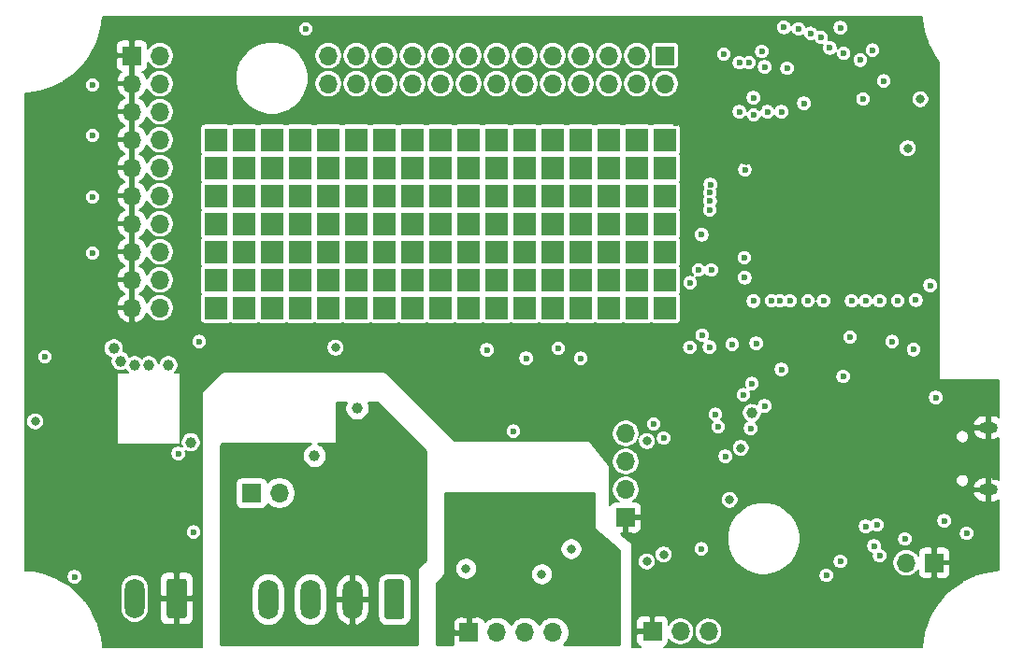
<source format=gbr>
%TF.GenerationSoftware,KiCad,Pcbnew,(5.1.6-0-10_14)*%
%TF.CreationDate,2020-11-01T12:10:01+02:00*%
%TF.ProjectId,SH-ESP32,53482d45-5350-4333-922e-6b696361645f,0.1.0*%
%TF.SameCoordinates,Original*%
%TF.FileFunction,Copper,L2,Inr*%
%TF.FilePolarity,Positive*%
%FSLAX46Y46*%
G04 Gerber Fmt 4.6, Leading zero omitted, Abs format (unit mm)*
G04 Created by KiCad (PCBNEW (5.1.6-0-10_14)) date 2020-11-01 12:10:01*
%MOMM*%
%LPD*%
G01*
G04 APERTURE LIST*
%TA.AperFunction,ViaPad*%
%ADD10R,2.100000X2.100000*%
%TD*%
%TA.AperFunction,ViaPad*%
%ADD11O,1.700000X1.700000*%
%TD*%
%TA.AperFunction,ViaPad*%
%ADD12R,1.700000X1.700000*%
%TD*%
%TA.AperFunction,ViaPad*%
%ADD13O,1.700000X1.000000*%
%TD*%
%TA.AperFunction,ViaPad*%
%ADD14O,1.800000X3.600000*%
%TD*%
%TA.AperFunction,ViaPad*%
%ADD15C,0.600000*%
%TD*%
%TA.AperFunction,ViaPad*%
%ADD16C,0.800000*%
%TD*%
%TA.AperFunction,ViaPad*%
%ADD17C,1.000000*%
%TD*%
%TA.AperFunction,ViaPad*%
%ADD18C,0.450000*%
%TD*%
%TA.AperFunction,Conductor*%
%ADD19C,0.200000*%
%TD*%
%TA.AperFunction,Conductor*%
%ADD20C,0.254000*%
%TD*%
G04 APERTURE END LIST*
D10*
%TO.N,N/C*%
%TO.C,REF\u002A\u002A*%
X109220000Y-68580000D03*
%TD*%
%TO.N,N/C*%
%TO.C,REF\u002A\u002A*%
X106680000Y-68580000D03*
%TD*%
%TO.N,N/C*%
%TO.C,REF\u002A\u002A*%
X147320000Y-68580000D03*
%TD*%
%TO.N,N/C*%
%TO.C,REF\u002A\u002A*%
X147320000Y-71120000D03*
%TD*%
%TO.N,N/C*%
%TO.C,REF\u002A\u002A*%
X144780000Y-68580000D03*
%TD*%
%TO.N,N/C*%
%TO.C,REF\u002A\u002A*%
X147320000Y-76200000D03*
%TD*%
%TO.N,N/C*%
%TO.C,REF\u002A\u002A*%
X147320000Y-78740000D03*
%TD*%
%TO.N,N/C*%
%TO.C,REF\u002A\u002A*%
X147320000Y-81280000D03*
%TD*%
%TO.N,N/C*%
%TO.C,REF\u002A\u002A*%
X147320000Y-73660000D03*
%TD*%
%TO.N,N/C*%
%TO.C,REF\u002A\u002A*%
X147320000Y-83820000D03*
%TD*%
%TO.N,N/C*%
%TO.C,REF\u002A\u002A*%
X124460000Y-68580000D03*
%TD*%
%TO.N,N/C*%
%TO.C,REF\u002A\u002A*%
X114300000Y-68580000D03*
%TD*%
%TO.N,N/C*%
%TO.C,REF\u002A\u002A*%
X132080000Y-68580000D03*
%TD*%
%TO.N,N/C*%
%TO.C,REF\u002A\u002A*%
X127000000Y-68580000D03*
%TD*%
%TO.N,N/C*%
%TO.C,REF\u002A\u002A*%
X129540000Y-68580000D03*
%TD*%
%TO.N,N/C*%
%TO.C,REF\u002A\u002A*%
X119380000Y-68580000D03*
%TD*%
%TO.N,N/C*%
%TO.C,REF\u002A\u002A*%
X139700000Y-68580000D03*
%TD*%
%TO.N,N/C*%
%TO.C,REF\u002A\u002A*%
X137160000Y-68580000D03*
%TD*%
%TO.N,N/C*%
%TO.C,REF\u002A\u002A*%
X116840000Y-68580000D03*
%TD*%
%TO.N,N/C*%
%TO.C,REF\u002A\u002A*%
X111760000Y-68580000D03*
%TD*%
%TO.N,N/C*%
%TO.C,REF\u002A\u002A*%
X134620000Y-68580000D03*
%TD*%
%TO.N,N/C*%
%TO.C,REF\u002A\u002A*%
X121920000Y-68580000D03*
%TD*%
%TO.N,N/C*%
%TO.C,REF\u002A\u002A*%
X142240000Y-68580000D03*
%TD*%
%TO.N,N/C*%
%TO.C,REF\u002A\u002A*%
X121920000Y-83820000D03*
%TD*%
%TO.N,N/C*%
%TO.C,REF\u002A\u002A*%
X109220000Y-83820000D03*
%TD*%
%TO.N,N/C*%
%TO.C,REF\u002A\u002A*%
X111760000Y-83820000D03*
%TD*%
%TO.N,N/C*%
%TO.C,REF\u002A\u002A*%
X127000000Y-83820000D03*
%TD*%
%TO.N,N/C*%
%TO.C,REF\u002A\u002A*%
X134620000Y-83820000D03*
%TD*%
%TO.N,N/C*%
%TO.C,REF\u002A\u002A*%
X119380000Y-83820000D03*
%TD*%
%TO.N,N/C*%
%TO.C,REF\u002A\u002A*%
X137160000Y-83820000D03*
%TD*%
%TO.N,N/C*%
%TO.C,REF\u002A\u002A*%
X139700000Y-83820000D03*
%TD*%
%TO.N,N/C*%
%TO.C,REF\u002A\u002A*%
X142240000Y-83820000D03*
%TD*%
%TO.N,N/C*%
%TO.C,REF\u002A\u002A*%
X144780000Y-83820000D03*
%TD*%
%TO.N,N/C*%
%TO.C,REF\u002A\u002A*%
X124460000Y-83820000D03*
%TD*%
%TO.N,N/C*%
%TO.C,REF\u002A\u002A*%
X106680000Y-83820000D03*
%TD*%
%TO.N,N/C*%
%TO.C,REF\u002A\u002A*%
X114300000Y-83820000D03*
%TD*%
%TO.N,N/C*%
%TO.C,REF\u002A\u002A*%
X116840000Y-83820000D03*
%TD*%
%TO.N,N/C*%
%TO.C,REF\u002A\u002A*%
X132080000Y-83820000D03*
%TD*%
%TO.N,N/C*%
%TO.C,REF\u002A\u002A*%
X129540000Y-83820000D03*
%TD*%
%TO.N,N/C*%
%TO.C,REF\u002A\u002A*%
X114300000Y-73660000D03*
%TD*%
%TO.N,N/C*%
%TO.C,REF\u002A\u002A*%
X111760000Y-71120000D03*
%TD*%
%TO.N,N/C*%
%TO.C,REF\u002A\u002A*%
X111760000Y-76200000D03*
%TD*%
%TO.N,N/C*%
%TO.C,REF\u002A\u002A*%
X124460000Y-76200000D03*
%TD*%
%TO.N,N/C*%
%TO.C,REF\u002A\u002A*%
X106680000Y-71120000D03*
%TD*%
%TO.N,N/C*%
%TO.C,REF\u002A\u002A*%
X106680000Y-81280000D03*
%TD*%
%TO.N,N/C*%
%TO.C,REF\u002A\u002A*%
X106680000Y-76200000D03*
%TD*%
%TO.N,N/C*%
%TO.C,REF\u002A\u002A*%
X106680000Y-78740000D03*
%TD*%
%TO.N,N/C*%
%TO.C,REF\u002A\u002A*%
X109220000Y-76200000D03*
%TD*%
%TO.N,N/C*%
%TO.C,REF\u002A\u002A*%
X109220000Y-78740000D03*
%TD*%
%TO.N,N/C*%
%TO.C,REF\u002A\u002A*%
X109220000Y-71120000D03*
%TD*%
%TO.N,N/C*%
%TO.C,REF\u002A\u002A*%
X109220000Y-73660000D03*
%TD*%
%TO.N,N/C*%
%TO.C,REF\u002A\u002A*%
X106680000Y-73660000D03*
%TD*%
%TO.N,N/C*%
%TO.C,REF\u002A\u002A*%
X114300000Y-76200000D03*
%TD*%
%TO.N,N/C*%
%TO.C,REF\u002A\u002A*%
X114300000Y-78740000D03*
%TD*%
%TO.N,N/C*%
%TO.C,REF\u002A\u002A*%
X111760000Y-73660000D03*
%TD*%
%TO.N,N/C*%
%TO.C,REF\u002A\u002A*%
X114300000Y-81280000D03*
%TD*%
%TO.N,N/C*%
%TO.C,REF\u002A\u002A*%
X111760000Y-78740000D03*
%TD*%
%TO.N,N/C*%
%TO.C,REF\u002A\u002A*%
X124460000Y-78740000D03*
%TD*%
%TO.N,N/C*%
%TO.C,REF\u002A\u002A*%
X116840000Y-81280000D03*
%TD*%
%TO.N,N/C*%
%TO.C,REF\u002A\u002A*%
X116840000Y-76200000D03*
%TD*%
%TO.N,N/C*%
%TO.C,REF\u002A\u002A*%
X116840000Y-78740000D03*
%TD*%
%TO.N,N/C*%
%TO.C,REF\u002A\u002A*%
X119380000Y-76200000D03*
%TD*%
%TO.N,N/C*%
%TO.C,REF\u002A\u002A*%
X119380000Y-78740000D03*
%TD*%
%TO.N,N/C*%
%TO.C,REF\u002A\u002A*%
X119380000Y-71120000D03*
%TD*%
%TO.N,N/C*%
%TO.C,REF\u002A\u002A*%
X119380000Y-73660000D03*
%TD*%
%TO.N,N/C*%
%TO.C,REF\u002A\u002A*%
X116840000Y-73660000D03*
%TD*%
%TO.N,N/C*%
%TO.C,REF\u002A\u002A*%
X116840000Y-71120000D03*
%TD*%
%TO.N,N/C*%
%TO.C,REF\u002A\u002A*%
X119380000Y-81280000D03*
%TD*%
%TO.N,N/C*%
%TO.C,REF\u002A\u002A*%
X121920000Y-76200000D03*
%TD*%
%TO.N,N/C*%
%TO.C,REF\u002A\u002A*%
X121920000Y-78740000D03*
%TD*%
%TO.N,N/C*%
%TO.C,REF\u002A\u002A*%
X121920000Y-81280000D03*
%TD*%
%TO.N,N/C*%
%TO.C,REF\u002A\u002A*%
X121920000Y-73660000D03*
%TD*%
%TO.N,N/C*%
%TO.C,REF\u002A\u002A*%
X121920000Y-71120000D03*
%TD*%
%TO.N,N/C*%
%TO.C,REF\u002A\u002A*%
X124460000Y-81280000D03*
%TD*%
%TO.N,N/C*%
%TO.C,REF\u002A\u002A*%
X124460000Y-73660000D03*
%TD*%
%TO.N,N/C*%
%TO.C,REF\u002A\u002A*%
X114300000Y-71120000D03*
%TD*%
%TO.N,N/C*%
%TO.C,REF\u002A\u002A*%
X111760000Y-81280000D03*
%TD*%
%TO.N,N/C*%
%TO.C,REF\u002A\u002A*%
X109220000Y-81280000D03*
%TD*%
%TO.N,N/C*%
%TO.C,REF\u002A\u002A*%
X124460000Y-71120000D03*
%TD*%
%TO.N,N/C*%
%TO.C,REF\u002A\u002A*%
X134620000Y-76200000D03*
%TD*%
%TO.N,N/C*%
%TO.C,REF\u002A\u002A*%
X134620000Y-78740000D03*
%TD*%
%TO.N,N/C*%
%TO.C,REF\u002A\u002A*%
X127000000Y-81280000D03*
%TD*%
%TO.N,N/C*%
%TO.C,REF\u002A\u002A*%
X127000000Y-76200000D03*
%TD*%
%TO.N,N/C*%
%TO.C,REF\u002A\u002A*%
X127000000Y-78740000D03*
%TD*%
%TO.N,N/C*%
%TO.C,REF\u002A\u002A*%
X129540000Y-76200000D03*
%TD*%
%TO.N,N/C*%
%TO.C,REF\u002A\u002A*%
X129540000Y-78740000D03*
%TD*%
%TO.N,N/C*%
%TO.C,REF\u002A\u002A*%
X129540000Y-71120000D03*
%TD*%
%TO.N,N/C*%
%TO.C,REF\u002A\u002A*%
X129540000Y-73660000D03*
%TD*%
%TO.N,N/C*%
%TO.C,REF\u002A\u002A*%
X127000000Y-73660000D03*
%TD*%
%TO.N,N/C*%
%TO.C,REF\u002A\u002A*%
X127000000Y-71120000D03*
%TD*%
%TO.N,N/C*%
%TO.C,REF\u002A\u002A*%
X129540000Y-81280000D03*
%TD*%
%TO.N,N/C*%
%TO.C,REF\u002A\u002A*%
X132080000Y-76200000D03*
%TD*%
%TO.N,N/C*%
%TO.C,REF\u002A\u002A*%
X132080000Y-78740000D03*
%TD*%
%TO.N,N/C*%
%TO.C,REF\u002A\u002A*%
X132080000Y-81280000D03*
%TD*%
%TO.N,N/C*%
%TO.C,REF\u002A\u002A*%
X132080000Y-73660000D03*
%TD*%
%TO.N,N/C*%
%TO.C,REF\u002A\u002A*%
X132080000Y-71120000D03*
%TD*%
%TO.N,N/C*%
%TO.C,REF\u002A\u002A*%
X134620000Y-81280000D03*
%TD*%
%TO.N,N/C*%
%TO.C,REF\u002A\u002A*%
X134620000Y-73660000D03*
%TD*%
%TO.N,N/C*%
%TO.C,REF\u002A\u002A*%
X134620000Y-71120000D03*
%TD*%
%TO.N,N/C*%
%TO.C,REF\u002A\u002A*%
X139700000Y-76200000D03*
%TD*%
%TO.N,N/C*%
%TO.C,REF\u002A\u002A*%
X139700000Y-78740000D03*
%TD*%
%TO.N,N/C*%
%TO.C,REF\u002A\u002A*%
X137160000Y-76200000D03*
%TD*%
%TO.N,N/C*%
%TO.C,REF\u002A\u002A*%
X137160000Y-78740000D03*
%TD*%
%TO.N,N/C*%
%TO.C,REF\u002A\u002A*%
X137160000Y-81280000D03*
%TD*%
%TO.N,N/C*%
%TO.C,REF\u002A\u002A*%
X137160000Y-73660000D03*
%TD*%
%TO.N,N/C*%
%TO.C,REF\u002A\u002A*%
X137160000Y-71120000D03*
%TD*%
%TO.N,N/C*%
%TO.C,REF\u002A\u002A*%
X139700000Y-81280000D03*
%TD*%
%TO.N,N/C*%
%TO.C,REF\u002A\u002A*%
X139700000Y-73660000D03*
%TD*%
%TO.N,N/C*%
%TO.C,REF\u002A\u002A*%
X139700000Y-71120000D03*
%TD*%
%TO.N,N/C*%
%TO.C,REF\u002A\u002A*%
X142240000Y-76200000D03*
%TD*%
%TO.N,N/C*%
%TO.C,REF\u002A\u002A*%
X142240000Y-78740000D03*
%TD*%
%TO.N,N/C*%
%TO.C,REF\u002A\u002A*%
X142240000Y-81280000D03*
%TD*%
%TO.N,N/C*%
%TO.C,REF\u002A\u002A*%
X142240000Y-73660000D03*
%TD*%
%TO.N,N/C*%
%TO.C,REF\u002A\u002A*%
X142240000Y-71120000D03*
%TD*%
%TO.N,N/C*%
%TO.C,REF\u002A\u002A*%
X144780000Y-73660000D03*
%TD*%
%TO.N,N/C*%
%TO.C,REF\u002A\u002A*%
X144780000Y-71120000D03*
%TD*%
%TO.N,N/C*%
%TO.C,REF\u002A\u002A*%
X144780000Y-78740000D03*
%TD*%
%TO.N,N/C*%
%TO.C,REF\u002A\u002A*%
X144780000Y-76200000D03*
%TD*%
%TO.N,N/C*%
%TO.C,REF\u002A\u002A*%
X144780000Y-81280000D03*
%TD*%
D11*
%TO.N,+3V3*%
%TO.C,J202*%
X101600000Y-83820000D03*
%TO.N,GND*%
X99060000Y-83820000D03*
%TO.N,+3V3*%
X101600000Y-81280000D03*
%TO.N,GND*%
X99060000Y-81280000D03*
%TO.N,+3V3*%
X101600000Y-78740000D03*
%TO.N,GND*%
X99060000Y-78740000D03*
%TO.N,+3V3*%
X101600000Y-76200000D03*
%TO.N,GND*%
X99060000Y-76200000D03*
%TO.N,+3V3*%
X101600000Y-73660000D03*
%TO.N,GND*%
X99060000Y-73660000D03*
%TO.N,+3V3*%
X101600000Y-71120000D03*
%TO.N,GND*%
X99060000Y-71120000D03*
%TO.N,+3V3*%
X101600000Y-68580000D03*
%TO.N,GND*%
X99060000Y-68580000D03*
%TO.N,+3V3*%
X101600000Y-66040000D03*
%TO.N,GND*%
X99060000Y-66040000D03*
%TO.N,+3V3*%
X101600000Y-63500000D03*
%TO.N,GND*%
X99060000Y-63500000D03*
%TO.N,+3V3*%
X101600000Y-60960000D03*
D12*
%TO.N,GND*%
X99060000Y-60960000D03*
%TD*%
D11*
%TO.N,/ESP32/IO15*%
%TO.C,J201*%
X116840000Y-63500000D03*
%TO.N,/ESP32/IO13*%
X116840000Y-60960000D03*
%TO.N,/LED*%
X119380000Y-63500000D03*
%TO.N,/ESP32/IO12*%
X119380000Y-60960000D03*
%TO.N,/ESP32/IO4_C*%
X121920000Y-63500000D03*
%TO.N,/ESP32/IO14*%
X121920000Y-60960000D03*
%TO.N,/ESP32/IO16*%
X124460000Y-63500000D03*
%TO.N,/ESP32/IO27_C*%
X124460000Y-60960000D03*
%TO.N,/ESP32/IO17*%
X127000000Y-63500000D03*
%TO.N,/ESP32/IO26_C*%
X127000000Y-60960000D03*
%TO.N,/ESP32/IO5*%
X129540000Y-63500000D03*
%TO.N,/ESP32/IO25*%
X129540000Y-60960000D03*
%TO.N,/ESP32/IO18_C*%
X132080000Y-63500000D03*
%TO.N,/ESP32/IO33*%
X132080000Y-60960000D03*
%TO.N,/ESP32/IO19_C*%
X134620000Y-63500000D03*
%TO.N,/ESP32/IO32*%
X134620000Y-60960000D03*
%TO.N,/ESP32/IO21_C*%
X137160000Y-63500000D03*
%TO.N,/ESP32/IO35*%
X137160000Y-60960000D03*
%TO.N,/ESP32/RXD0_C*%
X139700000Y-63500000D03*
%TO.N,/ESP32/IO34*%
X139700000Y-60960000D03*
%TO.N,/ESP32/TXD0_C*%
X142240000Y-63500000D03*
%TO.N,/ESP32/SENSOR_VN*%
X142240000Y-60960000D03*
%TO.N,/ESP32/IO22_C*%
X144780000Y-63500000D03*
%TO.N,/ESP32/SENSOR_VP*%
X144780000Y-60960000D03*
%TO.N,/ESP32/IO23*%
X147320000Y-63500000D03*
D12*
%TO.N,/ESP32/EN*%
X147320000Y-60960000D03*
%TD*%
D11*
%TO.N,USB_5V*%
%TO.C,J203*%
X169164000Y-106934000D03*
D12*
%TO.N,GND*%
X171704000Y-106934000D03*
%TD*%
D13*
%TO.N,GND*%
%TO.C,J401*%
X176594000Y-94663000D03*
X176594000Y-100313000D03*
%TD*%
D12*
%TO.N,/CAN bus/CAN_H*%
%TO.C,JP601*%
X109855000Y-100584000D03*
D11*
%TO.N,Net-(JP601-Pad2)*%
X112395000Y-100584000D03*
%TD*%
%TO.N,GND*%
%TO.C,J301*%
%TA.AperFunction,ViaPad*%
G36*
G01*
X104024000Y-108622500D02*
X104024000Y-111722500D01*
G75*
G02*
X103774000Y-111972500I-250000J0D01*
G01*
X102474000Y-111972500D01*
G75*
G02*
X102224000Y-111722500I0J250000D01*
G01*
X102224000Y-108622500D01*
G75*
G02*
X102474000Y-108372500I250000J0D01*
G01*
X103774000Y-108372500D01*
G75*
G02*
X104024000Y-108622500I0J-250000D01*
G01*
G37*
%TD.AperFunction*%
D14*
%TO.N,/Power input/Vin*%
X99314000Y-110172500D03*
%TD*%
%TO.N,/CAN bus/CAN_12V*%
%TO.C,J601*%
%TA.AperFunction,ViaPad*%
G36*
G01*
X123709000Y-108686000D02*
X123709000Y-111786000D01*
G75*
G02*
X123459000Y-112036000I-250000J0D01*
G01*
X122159000Y-112036000D01*
G75*
G02*
X121909000Y-111786000I0J250000D01*
G01*
X121909000Y-108686000D01*
G75*
G02*
X122159000Y-108436000I250000J0D01*
G01*
X123459000Y-108436000D01*
G75*
G02*
X123709000Y-108686000I0J-250000D01*
G01*
G37*
%TD.AperFunction*%
%TO.N,/CAN bus/CAN_GND*%
X118999000Y-110236000D03*
%TO.N,/CAN bus/CAN_H*%
X115189000Y-110236000D03*
%TO.N,/CAN bus/CAN_L*%
X111379000Y-110236000D03*
%TD*%
D12*
%TO.N,GND*%
%TO.C,J702*%
X143764000Y-102838000D03*
D11*
%TO.N,/I2C/I2C_3V3*%
X143764000Y-100298000D03*
%TO.N,/I2C/SDA_CONN*%
X143764000Y-97758000D03*
%TO.N,/I2C/SCL_CONN*%
X143764000Y-95218000D03*
%TD*%
D12*
%TO.N,GND*%
%TO.C,J801*%
X146176001Y-113157000D03*
D11*
%TO.N,/Onewire/Onewire_3V3*%
X148716001Y-113157000D03*
%TO.N,/Onewire/DQ_CONN*%
X151256001Y-113157000D03*
%TD*%
%TO.N,/Optocouplers/ISO_OUT_CONN*%
%TO.C,J901*%
X137175000Y-113235000D03*
%TO.N,/Optocouplers/ISO_IN_CONN*%
X134635000Y-113235000D03*
%TO.N,/Optocouplers/V_ISO_CONN*%
X132095000Y-113235000D03*
D12*
%TO.N,/Optocouplers/ISO_GND*%
X129555000Y-113235000D03*
%TD*%
D15*
%TO.N,GND*%
X176022000Y-96012000D03*
X177165000Y-96012000D03*
X177165000Y-96774000D03*
X176022000Y-96774000D03*
X174371000Y-93726000D03*
X173609000Y-93726000D03*
X173609000Y-100076000D03*
X174371000Y-101092000D03*
X173609000Y-101092000D03*
X177165000Y-99187000D03*
X177165000Y-98298000D03*
X176149000Y-98298000D03*
D16*
X161290000Y-77216000D03*
X162306000Y-77216000D03*
X163322000Y-77216000D03*
X164338000Y-77216000D03*
X164846000Y-76200000D03*
X163830000Y-76200000D03*
X162814000Y-76200000D03*
X161798000Y-76200000D03*
X161290000Y-75184000D03*
X162306000Y-75184000D03*
X163322000Y-75184000D03*
X164338000Y-75184000D03*
X161798000Y-74168000D03*
X162814000Y-74168000D03*
X163830000Y-74168000D03*
X164846000Y-74168000D03*
X164338000Y-73152000D03*
X163322000Y-73152000D03*
X162306000Y-73152000D03*
X161290000Y-73152000D03*
D15*
X147955000Y-97790000D03*
D16*
X173609000Y-102997000D03*
X173609000Y-106680000D03*
X169672000Y-94996000D03*
X165862000Y-107950000D03*
X159766000Y-106934000D03*
X169418000Y-112776000D03*
X163068000Y-112776000D03*
X160782000Y-112776000D03*
X154178000Y-112776000D03*
X151384000Y-111590002D03*
X146304000Y-111252000D03*
X153162000Y-102362000D03*
X151638000Y-97282000D03*
X143510000Y-91948000D03*
X171704000Y-84582000D03*
X170688000Y-69342000D03*
X170688000Y-66040000D03*
X171704000Y-67564000D03*
X93980000Y-89916000D03*
X92710000Y-91186000D03*
X94742000Y-91186000D03*
X94488000Y-94234000D03*
X93726000Y-94234000D03*
X94488000Y-92202000D03*
X90678000Y-97028000D03*
X92964000Y-97282000D03*
D15*
X90424000Y-93091000D03*
X95504000Y-103124000D03*
D16*
X94869000Y-105664000D03*
X94869000Y-104648000D03*
X94869000Y-103632000D03*
X91440000Y-105664000D03*
X91440000Y-104648000D03*
X91440000Y-103632000D03*
X100965000Y-104140000D03*
X151638000Y-98552000D03*
X162814000Y-92837000D03*
X172720000Y-96139000D03*
X168275000Y-63246000D03*
X168783000Y-98933004D03*
X152908000Y-106934000D03*
X150749000Y-104140000D03*
D17*
X154686000Y-70358000D03*
D16*
X168130990Y-93637454D03*
X150557089Y-92976945D03*
D18*
X170370500Y-97561400D03*
D16*
X171450000Y-85979000D03*
X171667506Y-83293408D03*
D15*
X100965000Y-97028000D03*
X157099000Y-94361000D03*
X147193000Y-93345000D03*
X163449000Y-87630000D03*
X149606000Y-79248000D03*
X152527000Y-65024000D03*
X153670000Y-60579000D03*
X160909000Y-58166000D03*
X164465000Y-59690000D03*
X147701000Y-103505000D03*
X95504000Y-81153000D03*
X95504000Y-76073000D03*
X95504000Y-70612000D03*
X95504000Y-65913000D03*
X112522000Y-58547000D03*
X91186000Y-90551000D03*
X95377000Y-107569000D03*
X171831000Y-94234000D03*
X105156000Y-89154000D03*
X102362000Y-104140000D03*
X159893000Y-62992000D03*
X133477000Y-87630000D03*
D16*
X94360994Y-87376000D03*
X170179998Y-103505000D03*
X108077000Y-87122000D03*
X109728000Y-87122004D03*
D15*
X150565038Y-88188896D03*
X129413000Y-93599000D03*
X136906000Y-94996000D03*
D16*
X149733000Y-82550000D03*
X120142000Y-87266010D03*
D15*
X137666864Y-88644864D03*
X133477000Y-93726000D03*
X131953000Y-91948000D03*
X132461000Y-89027000D03*
X125857000Y-88900000D03*
X126492000Y-92075000D03*
X123317000Y-90424000D03*
X122936000Y-87757000D03*
X105029000Y-99822000D03*
X102108000Y-102108000D03*
X96266000Y-107061000D03*
X97663000Y-100965000D03*
X95504000Y-98933000D03*
X96901000Y-96139000D03*
X99568000Y-97536000D03*
X95758000Y-90424000D03*
X95885000Y-91948000D03*
X108331000Y-66167000D03*
X108331000Y-58928000D03*
X116967000Y-66167000D03*
X118491000Y-66675000D03*
X146177000Y-85598000D03*
X156845000Y-80772000D03*
X154051000Y-82931000D03*
X152654000Y-86106000D03*
X154559000Y-86868000D03*
X162814000Y-86487000D03*
X166116000Y-86233000D03*
X168656000Y-86106000D03*
X168910000Y-88011000D03*
X169799000Y-92329000D03*
X169799000Y-88900000D03*
X167767000Y-90678000D03*
X167005000Y-104648000D03*
X168275000Y-108331000D03*
X161671000Y-102489000D03*
X159766000Y-102489000D03*
X158115000Y-100711000D03*
X156210000Y-98044000D03*
X157353000Y-110998000D03*
X157353000Y-108966000D03*
X165989000Y-109093000D03*
X166116000Y-110998000D03*
X146050000Y-99822000D03*
X142621000Y-99060000D03*
X140081000Y-95504000D03*
X144399000Y-93472000D03*
X137287000Y-91694000D03*
X137033000Y-89408000D03*
X141097000Y-89154000D03*
X144653000Y-89154000D03*
X147320000Y-89154000D03*
X149098000Y-91694000D03*
X157480000Y-79502000D03*
X158877000Y-69469000D03*
X167259000Y-77089000D03*
X166243000Y-69850000D03*
X168021000Y-69723000D03*
X165481000Y-63119000D03*
X169799000Y-58674000D03*
X170815000Y-63373000D03*
X152400000Y-66294000D03*
X150622000Y-62992000D03*
X148971000Y-61087000D03*
X115570000Y-62230000D03*
X120396000Y-58674000D03*
X120142000Y-65532000D03*
X122301000Y-65151000D03*
X122682000Y-58928000D03*
X124968000Y-59182000D03*
X123317000Y-62230000D03*
X120650000Y-62230000D03*
X118110000Y-62230000D03*
X125730000Y-62357000D03*
X128270000Y-62230000D03*
X130810000Y-62230000D03*
X133350000Y-62230000D03*
X135890000Y-62230000D03*
X138430000Y-62230000D03*
X140970000Y-62230000D03*
X143510000Y-62230000D03*
X146050000Y-62357000D03*
X97282000Y-58674000D03*
X100457000Y-64770000D03*
X100584000Y-62357000D03*
X100457000Y-67310000D03*
X100457000Y-69850000D03*
X100457000Y-72390000D03*
X100457000Y-74930000D03*
X100457000Y-77470000D03*
X100457000Y-80010000D03*
X100457000Y-82550000D03*
X100457000Y-85090000D03*
X128524000Y-95250000D03*
X142621000Y-96520000D03*
X154432000Y-100203000D03*
X155956000Y-100965000D03*
X149987000Y-114173000D03*
X147828000Y-111760000D03*
X173355000Y-104521000D03*
X176911000Y-90932000D03*
X162814000Y-59436000D03*
X90170000Y-84328000D03*
X90170000Y-76708000D03*
X90170000Y-67564000D03*
X90170000Y-65151000D03*
X96393000Y-60960000D03*
X93599000Y-64135000D03*
X104013000Y-58674000D03*
X117983000Y-57912000D03*
X173863000Y-108204000D03*
X177165000Y-107188000D03*
X177165000Y-101981000D03*
X173716999Y-94715001D03*
X161290000Y-97409000D03*
X164592000Y-92964000D03*
X164465000Y-90678000D03*
X162433000Y-90678000D03*
X158877000Y-92583000D03*
X158115000Y-96139000D03*
X158369000Y-86360000D03*
X158369000Y-88265000D03*
X160782000Y-88646000D03*
X161163000Y-86360000D03*
X155321000Y-92329000D03*
X154178000Y-95250000D03*
X150622000Y-89408000D03*
X151003000Y-91821000D03*
X146177000Y-88392000D03*
X104648000Y-84455000D03*
X104648000Y-77724000D03*
X104648000Y-71882000D03*
X104648000Y-66675000D03*
X148336000Y-67056000D03*
X165100000Y-78613000D03*
X169291000Y-79502000D03*
X159258000Y-74930000D03*
X163322000Y-69469000D03*
X160782000Y-65151000D03*
X157353000Y-63500000D03*
X157226000Y-65405000D03*
X155194000Y-63881000D03*
X140716000Y-91821000D03*
X155829000Y-88773000D03*
X159893000Y-104775000D03*
X169672000Y-101727000D03*
X172847000Y-92456000D03*
X162560000Y-83058000D03*
X155448000Y-69342000D03*
X155829000Y-65659000D03*
X159512000Y-62103000D03*
X157226000Y-69469000D03*
X157226000Y-72898000D03*
X156464000Y-78232000D03*
X151130000Y-82423000D03*
X151257000Y-75946000D03*
X151511000Y-79121000D03*
X155067000Y-76835000D03*
X100076000Y-101600000D03*
X98044000Y-105283000D03*
X97536000Y-104013000D03*
X99822000Y-106680000D03*
X92329000Y-95377000D03*
X96012000Y-93980000D03*
X101473000Y-88011000D03*
X98933000Y-87376000D03*
X103632000Y-89408000D03*
X153035000Y-83947000D03*
X151765000Y-85344000D03*
X112776000Y-85598000D03*
D17*
%TO.N,+3V3*%
X98044000Y-88646000D03*
D16*
X90297000Y-94107000D03*
X145669000Y-106807000D03*
X153162000Y-101219000D03*
X154178000Y-96520000D03*
X170434000Y-64897000D03*
X169291000Y-69342000D03*
D15*
X174625000Y-104267000D03*
D16*
X147193000Y-106172000D03*
D17*
X99314010Y-89027010D03*
X100584000Y-89027002D03*
X102362004Y-89026996D03*
D15*
X165246010Y-64897818D03*
X103251000Y-97028000D03*
X156337000Y-92710000D03*
X147193000Y-95631000D03*
X166751000Y-106299000D03*
X172593000Y-103124000D03*
X169821992Y-87607008D03*
X163449000Y-90043020D03*
X149606000Y-81534000D03*
X156083000Y-60579000D03*
X163195000Y-58420000D03*
X166116000Y-60452000D03*
X95504000Y-78867000D03*
X95504000Y-73787000D03*
X95504000Y-68199000D03*
X95504000Y-63627000D03*
X114808000Y-58547000D03*
X91186000Y-88265000D03*
X171831000Y-91948000D03*
X105156000Y-86868000D03*
X104648000Y-104140000D03*
X159893000Y-65278000D03*
X131191000Y-87630000D03*
D17*
X97408994Y-87503000D03*
D16*
X117476000Y-87422006D03*
D15*
X151349245Y-87375479D03*
X139700000Y-88392004D03*
X133604000Y-94996000D03*
X155321000Y-64770008D03*
X150646000Y-77193691D03*
X93853000Y-108204000D03*
%TO.N,/ESP32/EN*%
X165000006Y-61361999D03*
D17*
%TO.N,USB_5V*%
X104394000Y-96012000D03*
X155194000Y-93345000D03*
D15*
%TO.N,/BOOT*%
X155067000Y-94742000D03*
X151892000Y-93472000D03*
%TO.N,/RESET*%
X166243000Y-105410000D03*
X161925000Y-108077000D03*
X165481000Y-103632000D03*
X167132000Y-63246000D03*
%TO.N,/CAN bus/CAN_GND*%
X111760000Y-106934000D03*
D17*
X125222000Y-105918000D03*
X125222000Y-104394000D03*
X121412000Y-105664000D03*
X121412000Y-103886000D03*
X124460000Y-103124000D03*
X122682000Y-103124000D03*
D16*
X118110000Y-98044000D03*
X121158000Y-94488000D03*
X114808000Y-99568000D03*
X109728000Y-97282000D03*
X108204000Y-97282000D03*
X113411000Y-105664000D03*
D15*
X108839000Y-105537000D03*
X107696000Y-113538000D03*
X124206000Y-113792000D03*
X117094000Y-107569000D03*
X113665000Y-107950000D03*
X113411000Y-102489000D03*
X115697000Y-101600000D03*
X112776000Y-97282000D03*
X121920000Y-98425000D03*
X124968000Y-97155000D03*
X107442000Y-100965000D03*
X113284000Y-111252000D03*
X123317000Y-107315000D03*
X117983000Y-92710000D03*
D17*
%TO.N,/CAN bus/CAN_5V*%
X115570000Y-97218500D03*
X119443500Y-92900500D03*
D16*
%TO.N,/I2C/I2C_3V3*%
X145685541Y-95901541D03*
D15*
%TO.N,/I2C/SDA_CONN*%
X146304000Y-94361000D03*
%TO.N,/SDA*%
X152781000Y-97282000D03*
X152146000Y-94615000D03*
%TO.N,/DQ*%
X150622000Y-105664000D03*
X157861000Y-89408000D03*
D16*
%TO.N,/Optocouplers/V_ISO*%
X136144000Y-107950000D03*
X129286000Y-107442000D03*
X138811000Y-105664000D03*
%TO.N,/Optocouplers/ISO_GND*%
X136398000Y-105664000D03*
X128524000Y-106172000D03*
X132080000Y-111506000D03*
X127508000Y-111506000D03*
X138938000Y-111506000D03*
X140208000Y-110490000D03*
D15*
X137668000Y-102616000D03*
D16*
X136906000Y-103886000D03*
X140335000Y-108204000D03*
D15*
X127889000Y-101219000D03*
X132842000Y-101219000D03*
X140081000Y-101346000D03*
X140335000Y-103124000D03*
X142494000Y-109093000D03*
X142875000Y-112903000D03*
X135890000Y-111760000D03*
X127254000Y-113919000D03*
X134366000Y-105029000D03*
X138303000Y-104267000D03*
X130810000Y-105156000D03*
%TO.N,/ESP32/SENSOR_VP*%
X163500006Y-60750000D03*
%TO.N,/ESP32/SENSOR_VN*%
X162250000Y-60250000D03*
%TO.N,/ESP32/IO34*%
X161438616Y-59311386D03*
%TO.N,/ESP32/IO35*%
X160528004Y-58928000D03*
%TO.N,/ESP32/IO32*%
X159403610Y-58528390D03*
%TO.N,/ESP32/IO26*%
X157861000Y-66040000D03*
%TO.N,/ESP32/IO27*%
X156591000Y-66040000D03*
X154499528Y-79267010D03*
%TO.N,/ESP32/IO12*%
X154051000Y-66040000D03*
X154051002Y-61595000D03*
%TO.N,/ESP32/IO13*%
X154555586Y-71302292D03*
X152654000Y-60833000D03*
%TO.N,/ESP32/IO15*%
X151511000Y-80391000D03*
X150368000Y-80391000D03*
%TO.N,/LED*%
X171323000Y-81788000D03*
X169037000Y-104775000D03*
%TO.N,/ESP32/IO4*%
X155332999Y-83197003D03*
%TO.N,/ESP32/IO16*%
X156972000Y-83185000D03*
%TO.N,/ESP32/IO17*%
X157734000Y-83185000D03*
%TO.N,/ESP32/IO5*%
X158623000Y-83185000D03*
%TO.N,/ESP32/IO18*%
X160274000Y-83185000D03*
%TO.N,/ESP32/IO19*%
X161671000Y-83185000D03*
%TO.N,/ESP32/IO21*%
X153416000Y-87122000D03*
X164084000Y-86487000D03*
X164211000Y-83185000D03*
%TO.N,/ESP32/RXD0*%
X165481000Y-83185000D03*
%TO.N,/ESP32/TXD0*%
X166751000Y-83185000D03*
%TO.N,/ESP32/IO22*%
X167894000Y-86868000D03*
X155575000Y-87039010D03*
X168402000Y-83185000D03*
%TO.N,/ESP32/IO23*%
X170032402Y-83119122D03*
%TO.N,Net-(Q401-Pad1)*%
X166497000Y-103505000D03*
X163195000Y-106807000D03*
%TO.N,/ESP32/IO33*%
X158082793Y-58387793D03*
%TO.N,/ESP32/IO26*%
X137667998Y-87503000D03*
X154539264Y-81086733D03*
%TO.N,/ESP32/IO27*%
X134747003Y-88392003D03*
%TO.N,/ESP32/IO14*%
X155351859Y-66337520D03*
X154940000Y-61595000D03*
%TO.N,/ESP32/IO16*%
X151403660Y-74148334D03*
%TO.N,/ESP32/IO17*%
X151395321Y-73394689D03*
%TO.N,/ESP32/IO5*%
X151441054Y-72644000D03*
%TO.N,/CAN_RX*%
X154432000Y-91694000D03*
X149571288Y-87408439D03*
%TO.N,/CAN_TX*%
X155194000Y-90678000D03*
X150684364Y-86295364D03*
%TO.N,/ESP32/IO4_C*%
X151367403Y-74935908D03*
%TO.N,/ESP32/IO27_C*%
X156337000Y-61976004D03*
%TO.N,/ESP32/IO26_C*%
X158369000Y-62103004D03*
%TD*%
D19*
%TO.N,GND*%
G36*
X170602041Y-57628628D02*
G01*
X170604331Y-57647977D01*
X170605519Y-57667402D01*
X170607164Y-57678406D01*
X170773938Y-58702434D01*
X170779994Y-58727661D01*
X170785390Y-58753045D01*
X170788643Y-58763685D01*
X171104945Y-59751813D01*
X171114671Y-59775886D01*
X171123753Y-59800176D01*
X171128542Y-59810219D01*
X171587425Y-60740741D01*
X171600597Y-60763103D01*
X171613175Y-60785794D01*
X171619396Y-60795018D01*
X172150000Y-61559880D01*
X172150000Y-90250000D01*
X172151921Y-90269509D01*
X172157612Y-90288268D01*
X172166853Y-90305557D01*
X172179289Y-90320711D01*
X172194443Y-90333147D01*
X172211732Y-90342388D01*
X172230491Y-90348079D01*
X172250000Y-90350000D01*
X177575000Y-90350000D01*
X177575000Y-93745355D01*
X177510291Y-93698275D01*
X177311201Y-93606334D01*
X177098000Y-93555000D01*
X176748000Y-93555000D01*
X176748000Y-94509000D01*
X176768000Y-94509000D01*
X176768000Y-94817000D01*
X176748000Y-94817000D01*
X176748000Y-95771000D01*
X177098000Y-95771000D01*
X177311201Y-95719666D01*
X177510291Y-95627725D01*
X177575000Y-95580645D01*
X177575000Y-99395354D01*
X177510291Y-99348275D01*
X177311201Y-99256334D01*
X177098000Y-99205000D01*
X176748000Y-99205000D01*
X176748000Y-100159000D01*
X176768000Y-100159000D01*
X176768000Y-100467000D01*
X176748000Y-100467000D01*
X176748000Y-101421000D01*
X177098000Y-101421000D01*
X177311201Y-101369666D01*
X177510291Y-101277725D01*
X177575000Y-101230646D01*
X177575000Y-107593151D01*
X177371372Y-107602042D01*
X177352035Y-107604330D01*
X177332598Y-107605519D01*
X177321595Y-107607164D01*
X176297566Y-107773938D01*
X176272339Y-107779994D01*
X176246955Y-107785390D01*
X176236319Y-107788642D01*
X176236314Y-107788643D01*
X176236310Y-107788645D01*
X175248187Y-108104945D01*
X175224121Y-108114668D01*
X175199823Y-108123753D01*
X175189781Y-108128542D01*
X174259258Y-108587425D01*
X174236880Y-108600607D01*
X174214206Y-108613175D01*
X174204982Y-108619396D01*
X173352508Y-109210778D01*
X173332328Y-109227120D01*
X173311757Y-109242904D01*
X173303563Y-109250412D01*
X173303554Y-109250420D01*
X173303547Y-109250427D01*
X172547856Y-109961312D01*
X172530323Y-109980445D01*
X172512301Y-109999108D01*
X172505299Y-110007754D01*
X171862977Y-110822535D01*
X171848448Y-110844075D01*
X171833400Y-110865172D01*
X171827752Y-110874758D01*
X171312919Y-111775530D01*
X171301745Y-111798956D01*
X171289968Y-111822070D01*
X171285806Y-111832372D01*
X171285799Y-111832386D01*
X171285795Y-111832398D01*
X170909764Y-112799362D01*
X170902175Y-112824184D01*
X170893944Y-112848783D01*
X170891350Y-112859590D01*
X170891346Y-112859602D01*
X170891344Y-112859612D01*
X170662369Y-113871537D01*
X170658531Y-113897218D01*
X170654028Y-113922754D01*
X170653059Y-113933822D01*
X170653057Y-113933838D01*
X170653057Y-113933851D01*
X170605411Y-114575000D01*
X147248052Y-114575000D01*
X147259798Y-114571437D01*
X147365422Y-114514980D01*
X147458002Y-114439001D01*
X147533981Y-114346421D01*
X147590438Y-114240797D01*
X147625204Y-114126189D01*
X147636943Y-114007000D01*
X147635771Y-113790261D01*
X147745063Y-113953828D01*
X147919173Y-114127938D01*
X148123904Y-114264735D01*
X148351390Y-114358963D01*
X148592887Y-114407000D01*
X148839115Y-114407000D01*
X149080612Y-114358963D01*
X149308098Y-114264735D01*
X149512829Y-114127938D01*
X149686939Y-113953828D01*
X149823736Y-113749097D01*
X149917964Y-113521611D01*
X149966001Y-113280114D01*
X149966001Y-113033886D01*
X150006001Y-113033886D01*
X150006001Y-113280114D01*
X150054038Y-113521611D01*
X150148266Y-113749097D01*
X150285063Y-113953828D01*
X150459173Y-114127938D01*
X150663904Y-114264735D01*
X150891390Y-114358963D01*
X151132887Y-114407000D01*
X151379115Y-114407000D01*
X151620612Y-114358963D01*
X151848098Y-114264735D01*
X152052829Y-114127938D01*
X152226939Y-113953828D01*
X152363736Y-113749097D01*
X152457964Y-113521611D01*
X152506001Y-113280114D01*
X152506001Y-113033886D01*
X152457964Y-112792389D01*
X152363736Y-112564903D01*
X152226939Y-112360172D01*
X152052829Y-112186062D01*
X151848098Y-112049265D01*
X151620612Y-111955037D01*
X151379115Y-111907000D01*
X151132887Y-111907000D01*
X150891390Y-111955037D01*
X150663904Y-112049265D01*
X150459173Y-112186062D01*
X150285063Y-112360172D01*
X150148266Y-112564903D01*
X150054038Y-112792389D01*
X150006001Y-113033886D01*
X149966001Y-113033886D01*
X149917964Y-112792389D01*
X149823736Y-112564903D01*
X149686939Y-112360172D01*
X149512829Y-112186062D01*
X149308098Y-112049265D01*
X149080612Y-111955037D01*
X148839115Y-111907000D01*
X148592887Y-111907000D01*
X148351390Y-111955037D01*
X148123904Y-112049265D01*
X147919173Y-112186062D01*
X147745063Y-112360172D01*
X147635771Y-112523739D01*
X147636943Y-112307000D01*
X147625204Y-112187811D01*
X147590438Y-112073203D01*
X147533981Y-111967579D01*
X147458002Y-111874999D01*
X147365422Y-111799020D01*
X147259798Y-111742563D01*
X147145190Y-111707797D01*
X147026001Y-111696058D01*
X146482001Y-111699000D01*
X146330001Y-111851000D01*
X146330001Y-113003000D01*
X146350001Y-113003000D01*
X146350001Y-113311000D01*
X146330001Y-113311000D01*
X146330001Y-113331000D01*
X146022001Y-113331000D01*
X146022001Y-113311000D01*
X144870001Y-113311000D01*
X144718001Y-113463000D01*
X144715059Y-114007000D01*
X144726798Y-114126189D01*
X144761564Y-114240797D01*
X144818021Y-114346421D01*
X144894000Y-114439001D01*
X144986580Y-114514980D01*
X145092204Y-114571437D01*
X145103950Y-114575000D01*
X144350000Y-114575000D01*
X144350000Y-112307000D01*
X144715059Y-112307000D01*
X144718001Y-112851000D01*
X144870001Y-113003000D01*
X146022001Y-113003000D01*
X146022001Y-111851000D01*
X145870001Y-111699000D01*
X145326001Y-111696058D01*
X145206812Y-111707797D01*
X145092204Y-111742563D01*
X144986580Y-111799020D01*
X144894000Y-111874999D01*
X144818021Y-111967579D01*
X144761564Y-112073203D01*
X144726798Y-112187811D01*
X144715059Y-112307000D01*
X144350000Y-112307000D01*
X144350000Y-106728207D01*
X144869000Y-106728207D01*
X144869000Y-106885793D01*
X144899743Y-107040351D01*
X144960049Y-107185942D01*
X145047599Y-107316970D01*
X145159030Y-107428401D01*
X145290058Y-107515951D01*
X145435649Y-107576257D01*
X145590207Y-107607000D01*
X145747793Y-107607000D01*
X145902351Y-107576257D01*
X146047942Y-107515951D01*
X146178970Y-107428401D01*
X146290401Y-107316970D01*
X146377951Y-107185942D01*
X146438257Y-107040351D01*
X146469000Y-106885793D01*
X146469000Y-106728207D01*
X146438257Y-106573649D01*
X146377951Y-106428058D01*
X146290401Y-106297030D01*
X146178970Y-106185599D01*
X146047942Y-106098049D01*
X146036253Y-106093207D01*
X146393000Y-106093207D01*
X146393000Y-106250793D01*
X146423743Y-106405351D01*
X146484049Y-106550942D01*
X146571599Y-106681970D01*
X146683030Y-106793401D01*
X146814058Y-106880951D01*
X146959649Y-106941257D01*
X147114207Y-106972000D01*
X147271793Y-106972000D01*
X147426351Y-106941257D01*
X147571942Y-106880951D01*
X147702970Y-106793401D01*
X147814401Y-106681970D01*
X147901951Y-106550942D01*
X147962257Y-106405351D01*
X147993000Y-106250793D01*
X147993000Y-106093207D01*
X147962257Y-105938649D01*
X147901951Y-105793058D01*
X147814401Y-105662030D01*
X147747427Y-105595056D01*
X149922000Y-105595056D01*
X149922000Y-105732944D01*
X149948901Y-105868182D01*
X150001668Y-105995574D01*
X150078274Y-106110224D01*
X150175776Y-106207726D01*
X150290426Y-106284332D01*
X150417818Y-106337099D01*
X150553056Y-106364000D01*
X150690944Y-106364000D01*
X150826182Y-106337099D01*
X150953574Y-106284332D01*
X151068224Y-106207726D01*
X151165726Y-106110224D01*
X151242332Y-105995574D01*
X151295099Y-105868182D01*
X151322000Y-105732944D01*
X151322000Y-105595056D01*
X151295099Y-105459818D01*
X151242332Y-105332426D01*
X151165726Y-105217776D01*
X151068224Y-105120274D01*
X150953574Y-105043668D01*
X150826182Y-104990901D01*
X150690944Y-104964000D01*
X150553056Y-104964000D01*
X150417818Y-104990901D01*
X150290426Y-105043668D01*
X150175776Y-105120274D01*
X150078274Y-105217776D01*
X150001668Y-105332426D01*
X149948901Y-105459818D01*
X149922000Y-105595056D01*
X147747427Y-105595056D01*
X147702970Y-105550599D01*
X147571942Y-105463049D01*
X147426351Y-105402743D01*
X147271793Y-105372000D01*
X147114207Y-105372000D01*
X146959649Y-105402743D01*
X146814058Y-105463049D01*
X146683030Y-105550599D01*
X146571599Y-105662030D01*
X146484049Y-105793058D01*
X146423743Y-105938649D01*
X146393000Y-106093207D01*
X146036253Y-106093207D01*
X145902351Y-106037743D01*
X145747793Y-106007000D01*
X145590207Y-106007000D01*
X145435649Y-106037743D01*
X145290058Y-106098049D01*
X145159030Y-106185599D01*
X145047599Y-106297030D01*
X144960049Y-106428058D01*
X144899743Y-106573649D01*
X144869000Y-106728207D01*
X144350000Y-106728207D01*
X144350000Y-105250000D01*
X144348079Y-105230491D01*
X144342388Y-105211732D01*
X144333147Y-105194443D01*
X144315850Y-105174742D01*
X143458977Y-104424978D01*
X152950000Y-104424978D01*
X152950000Y-105075022D01*
X153076817Y-105712574D01*
X153325578Y-106313136D01*
X153686723Y-106853627D01*
X154146373Y-107313277D01*
X154686864Y-107674422D01*
X155287426Y-107923183D01*
X155924978Y-108050000D01*
X156575022Y-108050000D01*
X156785888Y-108008056D01*
X161225000Y-108008056D01*
X161225000Y-108145944D01*
X161251901Y-108281182D01*
X161304668Y-108408574D01*
X161381274Y-108523224D01*
X161478776Y-108620726D01*
X161593426Y-108697332D01*
X161720818Y-108750099D01*
X161856056Y-108777000D01*
X161993944Y-108777000D01*
X162129182Y-108750099D01*
X162256574Y-108697332D01*
X162371224Y-108620726D01*
X162468726Y-108523224D01*
X162545332Y-108408574D01*
X162598099Y-108281182D01*
X162625000Y-108145944D01*
X162625000Y-108008056D01*
X162598099Y-107872818D01*
X162545332Y-107745426D01*
X162468726Y-107630776D01*
X162371224Y-107533274D01*
X162256574Y-107456668D01*
X162129182Y-107403901D01*
X161993944Y-107377000D01*
X161856056Y-107377000D01*
X161720818Y-107403901D01*
X161593426Y-107456668D01*
X161478776Y-107533274D01*
X161381274Y-107630776D01*
X161304668Y-107745426D01*
X161251901Y-107872818D01*
X161225000Y-108008056D01*
X156785888Y-108008056D01*
X157212574Y-107923183D01*
X157813136Y-107674422D01*
X158353627Y-107313277D01*
X158813277Y-106853627D01*
X158890499Y-106738056D01*
X162495000Y-106738056D01*
X162495000Y-106875944D01*
X162521901Y-107011182D01*
X162574668Y-107138574D01*
X162651274Y-107253224D01*
X162748776Y-107350726D01*
X162863426Y-107427332D01*
X162990818Y-107480099D01*
X163126056Y-107507000D01*
X163263944Y-107507000D01*
X163399182Y-107480099D01*
X163526574Y-107427332D01*
X163641224Y-107350726D01*
X163738726Y-107253224D01*
X163815332Y-107138574D01*
X163868099Y-107011182D01*
X163895000Y-106875944D01*
X163895000Y-106738056D01*
X163868099Y-106602818D01*
X163815332Y-106475426D01*
X163738726Y-106360776D01*
X163641224Y-106263274D01*
X163526574Y-106186668D01*
X163399182Y-106133901D01*
X163263944Y-106107000D01*
X163126056Y-106107000D01*
X162990818Y-106133901D01*
X162863426Y-106186668D01*
X162748776Y-106263274D01*
X162651274Y-106360776D01*
X162574668Y-106475426D01*
X162521901Y-106602818D01*
X162495000Y-106738056D01*
X158890499Y-106738056D01*
X159174422Y-106313136D01*
X159423183Y-105712574D01*
X159497082Y-105341056D01*
X165543000Y-105341056D01*
X165543000Y-105478944D01*
X165569901Y-105614182D01*
X165622668Y-105741574D01*
X165699274Y-105856224D01*
X165796776Y-105953726D01*
X165911426Y-106030332D01*
X166038818Y-106083099D01*
X166079411Y-106091174D01*
X166077901Y-106094818D01*
X166051000Y-106230056D01*
X166051000Y-106367944D01*
X166077901Y-106503182D01*
X166130668Y-106630574D01*
X166207274Y-106745224D01*
X166304776Y-106842726D01*
X166419426Y-106919332D01*
X166546818Y-106972099D01*
X166682056Y-106999000D01*
X166819944Y-106999000D01*
X166955182Y-106972099D01*
X167082574Y-106919332D01*
X167197224Y-106842726D01*
X167229064Y-106810886D01*
X167914000Y-106810886D01*
X167914000Y-107057114D01*
X167962037Y-107298611D01*
X168056265Y-107526097D01*
X168193062Y-107730828D01*
X168367172Y-107904938D01*
X168571903Y-108041735D01*
X168799389Y-108135963D01*
X169040886Y-108184000D01*
X169287114Y-108184000D01*
X169528611Y-108135963D01*
X169756097Y-108041735D01*
X169960828Y-107904938D01*
X170134938Y-107730828D01*
X170244230Y-107567261D01*
X170243058Y-107784000D01*
X170254797Y-107903189D01*
X170289563Y-108017797D01*
X170346020Y-108123421D01*
X170421999Y-108216001D01*
X170514579Y-108291980D01*
X170620203Y-108348437D01*
X170734811Y-108383203D01*
X170854000Y-108394942D01*
X171398000Y-108392000D01*
X171550000Y-108240000D01*
X171550000Y-107088000D01*
X171858000Y-107088000D01*
X171858000Y-108240000D01*
X172010000Y-108392000D01*
X172554000Y-108394942D01*
X172673189Y-108383203D01*
X172787797Y-108348437D01*
X172893421Y-108291980D01*
X172986001Y-108216001D01*
X173061980Y-108123421D01*
X173118437Y-108017797D01*
X173153203Y-107903189D01*
X173164942Y-107784000D01*
X173162000Y-107240000D01*
X173010000Y-107088000D01*
X171858000Y-107088000D01*
X171550000Y-107088000D01*
X171530000Y-107088000D01*
X171530000Y-106780000D01*
X171550000Y-106780000D01*
X171550000Y-105628000D01*
X171858000Y-105628000D01*
X171858000Y-106780000D01*
X173010000Y-106780000D01*
X173162000Y-106628000D01*
X173164942Y-106084000D01*
X173153203Y-105964811D01*
X173118437Y-105850203D01*
X173061980Y-105744579D01*
X172986001Y-105651999D01*
X172893421Y-105576020D01*
X172787797Y-105519563D01*
X172673189Y-105484797D01*
X172554000Y-105473058D01*
X172010000Y-105476000D01*
X171858000Y-105628000D01*
X171550000Y-105628000D01*
X171398000Y-105476000D01*
X170854000Y-105473058D01*
X170734811Y-105484797D01*
X170620203Y-105519563D01*
X170514579Y-105576020D01*
X170421999Y-105651999D01*
X170346020Y-105744579D01*
X170289563Y-105850203D01*
X170254797Y-105964811D01*
X170243058Y-106084000D01*
X170244230Y-106300739D01*
X170134938Y-106137172D01*
X169960828Y-105963062D01*
X169756097Y-105826265D01*
X169528611Y-105732037D01*
X169287114Y-105684000D01*
X169040886Y-105684000D01*
X168799389Y-105732037D01*
X168571903Y-105826265D01*
X168367172Y-105963062D01*
X168193062Y-106137172D01*
X168056265Y-106341903D01*
X167962037Y-106569389D01*
X167914000Y-106810886D01*
X167229064Y-106810886D01*
X167294726Y-106745224D01*
X167371332Y-106630574D01*
X167424099Y-106503182D01*
X167451000Y-106367944D01*
X167451000Y-106230056D01*
X167424099Y-106094818D01*
X167371332Y-105967426D01*
X167294726Y-105852776D01*
X167197224Y-105755274D01*
X167082574Y-105678668D01*
X166955182Y-105625901D01*
X166914589Y-105617826D01*
X166916099Y-105614182D01*
X166943000Y-105478944D01*
X166943000Y-105341056D01*
X166916099Y-105205818D01*
X166863332Y-105078426D01*
X166786726Y-104963776D01*
X166689224Y-104866274D01*
X166574574Y-104789668D01*
X166447182Y-104736901D01*
X166311944Y-104710000D01*
X166174056Y-104710000D01*
X166038818Y-104736901D01*
X165911426Y-104789668D01*
X165796776Y-104866274D01*
X165699274Y-104963776D01*
X165622668Y-105078426D01*
X165569901Y-105205818D01*
X165543000Y-105341056D01*
X159497082Y-105341056D01*
X159550000Y-105075022D01*
X159550000Y-104706056D01*
X168337000Y-104706056D01*
X168337000Y-104843944D01*
X168363901Y-104979182D01*
X168416668Y-105106574D01*
X168493274Y-105221224D01*
X168590776Y-105318726D01*
X168705426Y-105395332D01*
X168832818Y-105448099D01*
X168968056Y-105475000D01*
X169105944Y-105475000D01*
X169241182Y-105448099D01*
X169368574Y-105395332D01*
X169483224Y-105318726D01*
X169580726Y-105221224D01*
X169657332Y-105106574D01*
X169710099Y-104979182D01*
X169737000Y-104843944D01*
X169737000Y-104706056D01*
X169710099Y-104570818D01*
X169657332Y-104443426D01*
X169580726Y-104328776D01*
X169483224Y-104231274D01*
X169433510Y-104198056D01*
X173925000Y-104198056D01*
X173925000Y-104335944D01*
X173951901Y-104471182D01*
X174004668Y-104598574D01*
X174081274Y-104713224D01*
X174178776Y-104810726D01*
X174293426Y-104887332D01*
X174420818Y-104940099D01*
X174556056Y-104967000D01*
X174693944Y-104967000D01*
X174829182Y-104940099D01*
X174956574Y-104887332D01*
X175071224Y-104810726D01*
X175168726Y-104713224D01*
X175245332Y-104598574D01*
X175298099Y-104471182D01*
X175325000Y-104335944D01*
X175325000Y-104198056D01*
X175298099Y-104062818D01*
X175245332Y-103935426D01*
X175168726Y-103820776D01*
X175071224Y-103723274D01*
X174956574Y-103646668D01*
X174829182Y-103593901D01*
X174693944Y-103567000D01*
X174556056Y-103567000D01*
X174420818Y-103593901D01*
X174293426Y-103646668D01*
X174178776Y-103723274D01*
X174081274Y-103820776D01*
X174004668Y-103935426D01*
X173951901Y-104062818D01*
X173925000Y-104198056D01*
X169433510Y-104198056D01*
X169368574Y-104154668D01*
X169241182Y-104101901D01*
X169105944Y-104075000D01*
X168968056Y-104075000D01*
X168832818Y-104101901D01*
X168705426Y-104154668D01*
X168590776Y-104231274D01*
X168493274Y-104328776D01*
X168416668Y-104443426D01*
X168363901Y-104570818D01*
X168337000Y-104706056D01*
X159550000Y-104706056D01*
X159550000Y-104424978D01*
X159423183Y-103787426D01*
X159330246Y-103563056D01*
X164781000Y-103563056D01*
X164781000Y-103700944D01*
X164807901Y-103836182D01*
X164860668Y-103963574D01*
X164937274Y-104078224D01*
X165034776Y-104175726D01*
X165149426Y-104252332D01*
X165276818Y-104305099D01*
X165412056Y-104332000D01*
X165549944Y-104332000D01*
X165685182Y-104305099D01*
X165812574Y-104252332D01*
X165927224Y-104175726D01*
X166024726Y-104078224D01*
X166046975Y-104044925D01*
X166050776Y-104048726D01*
X166165426Y-104125332D01*
X166292818Y-104178099D01*
X166428056Y-104205000D01*
X166565944Y-104205000D01*
X166701182Y-104178099D01*
X166828574Y-104125332D01*
X166943224Y-104048726D01*
X167040726Y-103951224D01*
X167117332Y-103836574D01*
X167170099Y-103709182D01*
X167197000Y-103573944D01*
X167197000Y-103436056D01*
X167170099Y-103300818D01*
X167117332Y-103173426D01*
X167040726Y-103058776D01*
X167037006Y-103055056D01*
X171893000Y-103055056D01*
X171893000Y-103192944D01*
X171919901Y-103328182D01*
X171972668Y-103455574D01*
X172049274Y-103570224D01*
X172146776Y-103667726D01*
X172261426Y-103744332D01*
X172388818Y-103797099D01*
X172524056Y-103824000D01*
X172661944Y-103824000D01*
X172797182Y-103797099D01*
X172924574Y-103744332D01*
X173039224Y-103667726D01*
X173136726Y-103570224D01*
X173213332Y-103455574D01*
X173266099Y-103328182D01*
X173293000Y-103192944D01*
X173293000Y-103055056D01*
X173266099Y-102919818D01*
X173213332Y-102792426D01*
X173136726Y-102677776D01*
X173039224Y-102580274D01*
X172924574Y-102503668D01*
X172797182Y-102450901D01*
X172661944Y-102424000D01*
X172524056Y-102424000D01*
X172388818Y-102450901D01*
X172261426Y-102503668D01*
X172146776Y-102580274D01*
X172049274Y-102677776D01*
X171972668Y-102792426D01*
X171919901Y-102919818D01*
X171893000Y-103055056D01*
X167037006Y-103055056D01*
X166943224Y-102961274D01*
X166828574Y-102884668D01*
X166701182Y-102831901D01*
X166565944Y-102805000D01*
X166428056Y-102805000D01*
X166292818Y-102831901D01*
X166165426Y-102884668D01*
X166050776Y-102961274D01*
X165953274Y-103058776D01*
X165931025Y-103092075D01*
X165927224Y-103088274D01*
X165812574Y-103011668D01*
X165685182Y-102958901D01*
X165549944Y-102932000D01*
X165412056Y-102932000D01*
X165276818Y-102958901D01*
X165149426Y-103011668D01*
X165034776Y-103088274D01*
X164937274Y-103185776D01*
X164860668Y-103300426D01*
X164807901Y-103427818D01*
X164781000Y-103563056D01*
X159330246Y-103563056D01*
X159174422Y-103186864D01*
X158813277Y-102646373D01*
X158353627Y-102186723D01*
X157813136Y-101825578D01*
X157212574Y-101576817D01*
X156575022Y-101450000D01*
X155924978Y-101450000D01*
X155287426Y-101576817D01*
X154686864Y-101825578D01*
X154146373Y-102186723D01*
X153686723Y-102646373D01*
X153325578Y-103186864D01*
X153076817Y-103787426D01*
X152950000Y-104424978D01*
X143458977Y-104424978D01*
X143312473Y-104296787D01*
X143458000Y-104296000D01*
X143610000Y-104144000D01*
X143610000Y-102992000D01*
X143918000Y-102992000D01*
X143918000Y-104144000D01*
X144070000Y-104296000D01*
X144614000Y-104298942D01*
X144733189Y-104287203D01*
X144847797Y-104252437D01*
X144953421Y-104195980D01*
X145046001Y-104120001D01*
X145121980Y-104027421D01*
X145178437Y-103921797D01*
X145213203Y-103807189D01*
X145224942Y-103688000D01*
X145222000Y-103144000D01*
X145070000Y-102992000D01*
X143918000Y-102992000D01*
X143610000Y-102992000D01*
X143590000Y-102992000D01*
X143590000Y-102684000D01*
X143610000Y-102684000D01*
X143610000Y-102664000D01*
X143918000Y-102664000D01*
X143918000Y-102684000D01*
X145070000Y-102684000D01*
X145222000Y-102532000D01*
X145224942Y-101988000D01*
X145213203Y-101868811D01*
X145178437Y-101754203D01*
X145121980Y-101648579D01*
X145046001Y-101555999D01*
X144953421Y-101480020D01*
X144847797Y-101423563D01*
X144733189Y-101388797D01*
X144614000Y-101377058D01*
X144397261Y-101378230D01*
X144560828Y-101268938D01*
X144689559Y-101140207D01*
X152362000Y-101140207D01*
X152362000Y-101297793D01*
X152392743Y-101452351D01*
X152453049Y-101597942D01*
X152540599Y-101728970D01*
X152652030Y-101840401D01*
X152783058Y-101927951D01*
X152928649Y-101988257D01*
X153083207Y-102019000D01*
X153240793Y-102019000D01*
X153395351Y-101988257D01*
X153540942Y-101927951D01*
X153671970Y-101840401D01*
X153783401Y-101728970D01*
X153870951Y-101597942D01*
X153931257Y-101452351D01*
X153962000Y-101297793D01*
X153962000Y-101140207D01*
X153931257Y-100985649D01*
X153870951Y-100840058D01*
X153783401Y-100709030D01*
X153711122Y-100636751D01*
X175184354Y-100636751D01*
X175237174Y-100800525D01*
X175351631Y-100987579D01*
X175500382Y-101148710D01*
X175677709Y-101277725D01*
X175876799Y-101369666D01*
X176090000Y-101421000D01*
X176440000Y-101421000D01*
X176440000Y-100467000D01*
X175300485Y-100467000D01*
X175184354Y-100636751D01*
X153711122Y-100636751D01*
X153671970Y-100597599D01*
X153540942Y-100510049D01*
X153395351Y-100449743D01*
X153240793Y-100419000D01*
X153083207Y-100419000D01*
X152928649Y-100449743D01*
X152783058Y-100510049D01*
X152652030Y-100597599D01*
X152540599Y-100709030D01*
X152453049Y-100840058D01*
X152392743Y-100985649D01*
X152362000Y-101140207D01*
X144689559Y-101140207D01*
X144734938Y-101094828D01*
X144871735Y-100890097D01*
X144965963Y-100662611D01*
X145014000Y-100421114D01*
X145014000Y-100174886D01*
X144965963Y-99933389D01*
X144871735Y-99705903D01*
X144734938Y-99501172D01*
X144662671Y-99428905D01*
X173644000Y-99428905D01*
X173644000Y-99547095D01*
X173667058Y-99663014D01*
X173712287Y-99772207D01*
X173777950Y-99870478D01*
X173861522Y-99954050D01*
X173959793Y-100019713D01*
X174068986Y-100064942D01*
X174184905Y-100088000D01*
X174303095Y-100088000D01*
X174419014Y-100064942D01*
X174528207Y-100019713D01*
X174573799Y-99989249D01*
X175184354Y-99989249D01*
X175300485Y-100159000D01*
X176440000Y-100159000D01*
X176440000Y-99205000D01*
X176090000Y-99205000D01*
X175876799Y-99256334D01*
X175677709Y-99348275D01*
X175500382Y-99477290D01*
X175351631Y-99638421D01*
X175237174Y-99825475D01*
X175184354Y-99989249D01*
X174573799Y-99989249D01*
X174626478Y-99954050D01*
X174710050Y-99870478D01*
X174775713Y-99772207D01*
X174820942Y-99663014D01*
X174844000Y-99547095D01*
X174844000Y-99428905D01*
X174820942Y-99312986D01*
X174775713Y-99203793D01*
X174710050Y-99105522D01*
X174626478Y-99021950D01*
X174528207Y-98956287D01*
X174419014Y-98911058D01*
X174303095Y-98888000D01*
X174184905Y-98888000D01*
X174068986Y-98911058D01*
X173959793Y-98956287D01*
X173861522Y-99021950D01*
X173777950Y-99105522D01*
X173712287Y-99203793D01*
X173667058Y-99312986D01*
X173644000Y-99428905D01*
X144662671Y-99428905D01*
X144560828Y-99327062D01*
X144356097Y-99190265D01*
X144128611Y-99096037D01*
X143887114Y-99048000D01*
X143640886Y-99048000D01*
X143399389Y-99096037D01*
X143171903Y-99190265D01*
X142967172Y-99327062D01*
X142793062Y-99501172D01*
X142656265Y-99705903D01*
X142562037Y-99933389D01*
X142514000Y-100174886D01*
X142514000Y-100421114D01*
X142562037Y-100662611D01*
X142656265Y-100890097D01*
X142793062Y-101094828D01*
X142967172Y-101268938D01*
X143130739Y-101378230D01*
X142914000Y-101377058D01*
X142794811Y-101388797D01*
X142680203Y-101423563D01*
X142574579Y-101480020D01*
X142481999Y-101555999D01*
X142406020Y-101648579D01*
X142350000Y-101753385D01*
X142350000Y-98250000D01*
X142348079Y-98230491D01*
X142342388Y-98211732D01*
X142328622Y-98188205D01*
X141893731Y-97634886D01*
X142514000Y-97634886D01*
X142514000Y-97881114D01*
X142562037Y-98122611D01*
X142656265Y-98350097D01*
X142793062Y-98554828D01*
X142967172Y-98728938D01*
X143171903Y-98865735D01*
X143399389Y-98959963D01*
X143640886Y-99008000D01*
X143887114Y-99008000D01*
X144128611Y-98959963D01*
X144356097Y-98865735D01*
X144560828Y-98728938D01*
X144734938Y-98554828D01*
X144871735Y-98350097D01*
X144965963Y-98122611D01*
X145014000Y-97881114D01*
X145014000Y-97634886D01*
X144965963Y-97393389D01*
X144891267Y-97213056D01*
X152081000Y-97213056D01*
X152081000Y-97350944D01*
X152107901Y-97486182D01*
X152160668Y-97613574D01*
X152237274Y-97728224D01*
X152334776Y-97825726D01*
X152449426Y-97902332D01*
X152576818Y-97955099D01*
X152712056Y-97982000D01*
X152849944Y-97982000D01*
X152985182Y-97955099D01*
X153112574Y-97902332D01*
X153227224Y-97825726D01*
X153324726Y-97728224D01*
X153401332Y-97613574D01*
X153454099Y-97486182D01*
X153481000Y-97350944D01*
X153481000Y-97213056D01*
X153454099Y-97077818D01*
X153401332Y-96950426D01*
X153324726Y-96835776D01*
X153227224Y-96738274D01*
X153112574Y-96661668D01*
X152985182Y-96608901D01*
X152849944Y-96582000D01*
X152712056Y-96582000D01*
X152576818Y-96608901D01*
X152449426Y-96661668D01*
X152334776Y-96738274D01*
X152237274Y-96835776D01*
X152160668Y-96950426D01*
X152107901Y-97077818D01*
X152081000Y-97213056D01*
X144891267Y-97213056D01*
X144871735Y-97165903D01*
X144734938Y-96961172D01*
X144560828Y-96787062D01*
X144356097Y-96650265D01*
X144128611Y-96556037D01*
X143887114Y-96508000D01*
X143640886Y-96508000D01*
X143399389Y-96556037D01*
X143171903Y-96650265D01*
X142967172Y-96787062D01*
X142793062Y-96961172D01*
X142656265Y-97165903D01*
X142562037Y-97393389D01*
X142514000Y-97634886D01*
X141893731Y-97634886D01*
X140569622Y-95950205D01*
X140556056Y-95936054D01*
X140539990Y-95924822D01*
X140522041Y-95916940D01*
X140502899Y-95912710D01*
X140491000Y-95912000D01*
X128282520Y-95912000D01*
X127300880Y-94927056D01*
X132904000Y-94927056D01*
X132904000Y-95064944D01*
X132930901Y-95200182D01*
X132983668Y-95327574D01*
X133060274Y-95442224D01*
X133157776Y-95539726D01*
X133272426Y-95616332D01*
X133399818Y-95669099D01*
X133535056Y-95696000D01*
X133672944Y-95696000D01*
X133808182Y-95669099D01*
X133935574Y-95616332D01*
X134050224Y-95539726D01*
X134147726Y-95442224D01*
X134224332Y-95327574D01*
X134277099Y-95200182D01*
X134298044Y-95094886D01*
X142514000Y-95094886D01*
X142514000Y-95341114D01*
X142562037Y-95582611D01*
X142656265Y-95810097D01*
X142793062Y-96014828D01*
X142967172Y-96188938D01*
X143171903Y-96325735D01*
X143399389Y-96419963D01*
X143640886Y-96468000D01*
X143887114Y-96468000D01*
X144128611Y-96419963D01*
X144356097Y-96325735D01*
X144560828Y-96188938D01*
X144734938Y-96014828D01*
X144871735Y-95810097D01*
X144903137Y-95734287D01*
X144885541Y-95822748D01*
X144885541Y-95980334D01*
X144916284Y-96134892D01*
X144976590Y-96280483D01*
X145064140Y-96411511D01*
X145175571Y-96522942D01*
X145306599Y-96610492D01*
X145452190Y-96670798D01*
X145606748Y-96701541D01*
X145764334Y-96701541D01*
X145918892Y-96670798D01*
X146064483Y-96610492D01*
X146195511Y-96522942D01*
X146277246Y-96441207D01*
X153378000Y-96441207D01*
X153378000Y-96598793D01*
X153408743Y-96753351D01*
X153469049Y-96898942D01*
X153556599Y-97029970D01*
X153668030Y-97141401D01*
X153799058Y-97228951D01*
X153944649Y-97289257D01*
X154099207Y-97320000D01*
X154256793Y-97320000D01*
X154411351Y-97289257D01*
X154556942Y-97228951D01*
X154687970Y-97141401D01*
X154799401Y-97029970D01*
X154886951Y-96898942D01*
X154947257Y-96753351D01*
X154978000Y-96598793D01*
X154978000Y-96441207D01*
X154947257Y-96286649D01*
X154886951Y-96141058D01*
X154799401Y-96010030D01*
X154687970Y-95898599D01*
X154556942Y-95811049D01*
X154411351Y-95750743D01*
X154256793Y-95720000D01*
X154099207Y-95720000D01*
X153944649Y-95750743D01*
X153799058Y-95811049D01*
X153668030Y-95898599D01*
X153556599Y-96010030D01*
X153469049Y-96141058D01*
X153408743Y-96286649D01*
X153378000Y-96441207D01*
X146277246Y-96441207D01*
X146306942Y-96411511D01*
X146394492Y-96280483D01*
X146454798Y-96134892D01*
X146485541Y-95980334D01*
X146485541Y-95822748D01*
X146454798Y-95668190D01*
X146410836Y-95562056D01*
X146493000Y-95562056D01*
X146493000Y-95699944D01*
X146519901Y-95835182D01*
X146572668Y-95962574D01*
X146649274Y-96077224D01*
X146746776Y-96174726D01*
X146861426Y-96251332D01*
X146988818Y-96304099D01*
X147124056Y-96331000D01*
X147261944Y-96331000D01*
X147397182Y-96304099D01*
X147524574Y-96251332D01*
X147639224Y-96174726D01*
X147736726Y-96077224D01*
X147813332Y-95962574D01*
X147866099Y-95835182D01*
X147893000Y-95699944D01*
X147893000Y-95562056D01*
X147866099Y-95426818D01*
X147813332Y-95299426D01*
X147736726Y-95184776D01*
X147639224Y-95087274D01*
X147524574Y-95010668D01*
X147397182Y-94957901D01*
X147261944Y-94931000D01*
X147124056Y-94931000D01*
X146988818Y-94957901D01*
X146861426Y-95010668D01*
X146746776Y-95087274D01*
X146649274Y-95184776D01*
X146572668Y-95299426D01*
X146519901Y-95426818D01*
X146493000Y-95562056D01*
X146410836Y-95562056D01*
X146394492Y-95522599D01*
X146306942Y-95391571D01*
X146195511Y-95280140D01*
X146064483Y-95192590D01*
X145918892Y-95132284D01*
X145764334Y-95101541D01*
X145606748Y-95101541D01*
X145452190Y-95132284D01*
X145306599Y-95192590D01*
X145175571Y-95280140D01*
X145064140Y-95391571D01*
X144978456Y-95519807D01*
X145014000Y-95341114D01*
X145014000Y-95094886D01*
X144965963Y-94853389D01*
X144871735Y-94625903D01*
X144734938Y-94421172D01*
X144605822Y-94292056D01*
X145604000Y-94292056D01*
X145604000Y-94429944D01*
X145630901Y-94565182D01*
X145683668Y-94692574D01*
X145760274Y-94807224D01*
X145857776Y-94904726D01*
X145972426Y-94981332D01*
X146099818Y-95034099D01*
X146235056Y-95061000D01*
X146372944Y-95061000D01*
X146508182Y-95034099D01*
X146635574Y-94981332D01*
X146750224Y-94904726D01*
X146847726Y-94807224D01*
X146924332Y-94692574D01*
X146977099Y-94565182D01*
X147004000Y-94429944D01*
X147004000Y-94292056D01*
X146977099Y-94156818D01*
X146924332Y-94029426D01*
X146847726Y-93914776D01*
X146750224Y-93817274D01*
X146635574Y-93740668D01*
X146508182Y-93687901D01*
X146372944Y-93661000D01*
X146235056Y-93661000D01*
X146099818Y-93687901D01*
X145972426Y-93740668D01*
X145857776Y-93817274D01*
X145760274Y-93914776D01*
X145683668Y-94029426D01*
X145630901Y-94156818D01*
X145604000Y-94292056D01*
X144605822Y-94292056D01*
X144560828Y-94247062D01*
X144356097Y-94110265D01*
X144128611Y-94016037D01*
X143887114Y-93968000D01*
X143640886Y-93968000D01*
X143399389Y-94016037D01*
X143171903Y-94110265D01*
X142967172Y-94247062D01*
X142793062Y-94421172D01*
X142656265Y-94625903D01*
X142562037Y-94853389D01*
X142514000Y-95094886D01*
X134298044Y-95094886D01*
X134304000Y-95064944D01*
X134304000Y-94927056D01*
X134277099Y-94791818D01*
X134224332Y-94664426D01*
X134147726Y-94549776D01*
X134050224Y-94452274D01*
X133935574Y-94375668D01*
X133808182Y-94322901D01*
X133672944Y-94296000D01*
X133535056Y-94296000D01*
X133399818Y-94322901D01*
X133272426Y-94375668D01*
X133157776Y-94452274D01*
X133060274Y-94549776D01*
X132983668Y-94664426D01*
X132930901Y-94791818D01*
X132904000Y-94927056D01*
X127300880Y-94927056D01*
X125781991Y-93403056D01*
X151192000Y-93403056D01*
X151192000Y-93540944D01*
X151218901Y-93676182D01*
X151271668Y-93803574D01*
X151348274Y-93918224D01*
X151445776Y-94015726D01*
X151560426Y-94092332D01*
X151644071Y-94126979D01*
X151602274Y-94168776D01*
X151525668Y-94283426D01*
X151472901Y-94410818D01*
X151446000Y-94546056D01*
X151446000Y-94683944D01*
X151472901Y-94819182D01*
X151525668Y-94946574D01*
X151602274Y-95061224D01*
X151699776Y-95158726D01*
X151814426Y-95235332D01*
X151941818Y-95288099D01*
X152077056Y-95315000D01*
X152214944Y-95315000D01*
X152350182Y-95288099D01*
X152477574Y-95235332D01*
X152592224Y-95158726D01*
X152689726Y-95061224D01*
X152766332Y-94946574D01*
X152819099Y-94819182D01*
X152846000Y-94683944D01*
X152846000Y-94546056D01*
X152819099Y-94410818D01*
X152766332Y-94283426D01*
X152689726Y-94168776D01*
X152592224Y-94071274D01*
X152477574Y-93994668D01*
X152393929Y-93960021D01*
X152435726Y-93918224D01*
X152512332Y-93803574D01*
X152565099Y-93676182D01*
X152592000Y-93540944D01*
X152592000Y-93403056D01*
X152565099Y-93267818D01*
X152560353Y-93256358D01*
X154294000Y-93256358D01*
X154294000Y-93433642D01*
X154328586Y-93607520D01*
X154396430Y-93771310D01*
X154494924Y-93918717D01*
X154620283Y-94044076D01*
X154736032Y-94121417D01*
X154735426Y-94121668D01*
X154620776Y-94198274D01*
X154523274Y-94295776D01*
X154446668Y-94410426D01*
X154393901Y-94537818D01*
X154367000Y-94673056D01*
X154367000Y-94810944D01*
X154393901Y-94946182D01*
X154446668Y-95073574D01*
X154523274Y-95188224D01*
X154620776Y-95285726D01*
X154735426Y-95362332D01*
X154862818Y-95415099D01*
X154998056Y-95442000D01*
X155135944Y-95442000D01*
X155201775Y-95428905D01*
X173644000Y-95428905D01*
X173644000Y-95547095D01*
X173667058Y-95663014D01*
X173712287Y-95772207D01*
X173777950Y-95870478D01*
X173861522Y-95954050D01*
X173959793Y-96019713D01*
X174068986Y-96064942D01*
X174184905Y-96088000D01*
X174303095Y-96088000D01*
X174419014Y-96064942D01*
X174528207Y-96019713D01*
X174626478Y-95954050D01*
X174710050Y-95870478D01*
X174775713Y-95772207D01*
X174820942Y-95663014D01*
X174844000Y-95547095D01*
X174844000Y-95428905D01*
X174820942Y-95312986D01*
X174775713Y-95203793D01*
X174710050Y-95105522D01*
X174626478Y-95021950D01*
X174573800Y-94986751D01*
X175184354Y-94986751D01*
X175237174Y-95150525D01*
X175351631Y-95337579D01*
X175500382Y-95498710D01*
X175677709Y-95627725D01*
X175876799Y-95719666D01*
X176090000Y-95771000D01*
X176440000Y-95771000D01*
X176440000Y-94817000D01*
X175300485Y-94817000D01*
X175184354Y-94986751D01*
X174573800Y-94986751D01*
X174528207Y-94956287D01*
X174419014Y-94911058D01*
X174303095Y-94888000D01*
X174184905Y-94888000D01*
X174068986Y-94911058D01*
X173959793Y-94956287D01*
X173861522Y-95021950D01*
X173777950Y-95105522D01*
X173712287Y-95203793D01*
X173667058Y-95312986D01*
X173644000Y-95428905D01*
X155201775Y-95428905D01*
X155271182Y-95415099D01*
X155398574Y-95362332D01*
X155513224Y-95285726D01*
X155610726Y-95188224D01*
X155687332Y-95073574D01*
X155740099Y-94946182D01*
X155767000Y-94810944D01*
X155767000Y-94673056D01*
X155740099Y-94537818D01*
X155687332Y-94410426D01*
X155639774Y-94339249D01*
X175184354Y-94339249D01*
X175300485Y-94509000D01*
X176440000Y-94509000D01*
X176440000Y-93555000D01*
X176090000Y-93555000D01*
X175876799Y-93606334D01*
X175677709Y-93698275D01*
X175500382Y-93827290D01*
X175351631Y-93988421D01*
X175237174Y-94175475D01*
X175184354Y-94339249D01*
X155639774Y-94339249D01*
X155610726Y-94295776D01*
X155513224Y-94198274D01*
X155502740Y-94191269D01*
X155620310Y-94142570D01*
X155767717Y-94044076D01*
X155893076Y-93918717D01*
X155991570Y-93771310D01*
X156059414Y-93607520D01*
X156094000Y-93433642D01*
X156094000Y-93367020D01*
X156132818Y-93383099D01*
X156268056Y-93410000D01*
X156405944Y-93410000D01*
X156541182Y-93383099D01*
X156668574Y-93330332D01*
X156783224Y-93253726D01*
X156880726Y-93156224D01*
X156957332Y-93041574D01*
X157010099Y-92914182D01*
X157037000Y-92778944D01*
X157037000Y-92641056D01*
X157010099Y-92505818D01*
X156957332Y-92378426D01*
X156880726Y-92263776D01*
X156783224Y-92166274D01*
X156668574Y-92089668D01*
X156541182Y-92036901D01*
X156405944Y-92010000D01*
X156268056Y-92010000D01*
X156132818Y-92036901D01*
X156005426Y-92089668D01*
X155890776Y-92166274D01*
X155793274Y-92263776D01*
X155716668Y-92378426D01*
X155663901Y-92505818D01*
X155651481Y-92568258D01*
X155620310Y-92547430D01*
X155456520Y-92479586D01*
X155282642Y-92445000D01*
X155105358Y-92445000D01*
X154931480Y-92479586D01*
X154767690Y-92547430D01*
X154620283Y-92645924D01*
X154494924Y-92771283D01*
X154396430Y-92918690D01*
X154328586Y-93082480D01*
X154294000Y-93256358D01*
X152560353Y-93256358D01*
X152512332Y-93140426D01*
X152435726Y-93025776D01*
X152338224Y-92928274D01*
X152223574Y-92851668D01*
X152096182Y-92798901D01*
X151960944Y-92772000D01*
X151823056Y-92772000D01*
X151687818Y-92798901D01*
X151560426Y-92851668D01*
X151445776Y-92928274D01*
X151348274Y-93025776D01*
X151271668Y-93140426D01*
X151218901Y-93267818D01*
X151192000Y-93403056D01*
X125781991Y-93403056D01*
X124009953Y-91625056D01*
X153732000Y-91625056D01*
X153732000Y-91762944D01*
X153758901Y-91898182D01*
X153811668Y-92025574D01*
X153888274Y-92140224D01*
X153985776Y-92237726D01*
X154100426Y-92314332D01*
X154227818Y-92367099D01*
X154363056Y-92394000D01*
X154500944Y-92394000D01*
X154636182Y-92367099D01*
X154763574Y-92314332D01*
X154878224Y-92237726D01*
X154975726Y-92140224D01*
X155052332Y-92025574D01*
X155105099Y-91898182D01*
X155108903Y-91879056D01*
X171131000Y-91879056D01*
X171131000Y-92016944D01*
X171157901Y-92152182D01*
X171210668Y-92279574D01*
X171287274Y-92394224D01*
X171384776Y-92491726D01*
X171499426Y-92568332D01*
X171626818Y-92621099D01*
X171762056Y-92648000D01*
X171899944Y-92648000D01*
X172035182Y-92621099D01*
X172162574Y-92568332D01*
X172277224Y-92491726D01*
X172374726Y-92394224D01*
X172451332Y-92279574D01*
X172504099Y-92152182D01*
X172531000Y-92016944D01*
X172531000Y-91879056D01*
X172504099Y-91743818D01*
X172451332Y-91616426D01*
X172374726Y-91501776D01*
X172277224Y-91404274D01*
X172162574Y-91327668D01*
X172035182Y-91274901D01*
X171899944Y-91248000D01*
X171762056Y-91248000D01*
X171626818Y-91274901D01*
X171499426Y-91327668D01*
X171384776Y-91404274D01*
X171287274Y-91501776D01*
X171210668Y-91616426D01*
X171157901Y-91743818D01*
X171131000Y-91879056D01*
X155108903Y-91879056D01*
X155132000Y-91762944D01*
X155132000Y-91625056D01*
X155105099Y-91489818D01*
X155052832Y-91363634D01*
X155125056Y-91378000D01*
X155262944Y-91378000D01*
X155398182Y-91351099D01*
X155525574Y-91298332D01*
X155640224Y-91221726D01*
X155737726Y-91124224D01*
X155814332Y-91009574D01*
X155867099Y-90882182D01*
X155894000Y-90746944D01*
X155894000Y-90609056D01*
X155867099Y-90473818D01*
X155814332Y-90346426D01*
X155737726Y-90231776D01*
X155640224Y-90134274D01*
X155525574Y-90057668D01*
X155398182Y-90004901D01*
X155262944Y-89978000D01*
X155125056Y-89978000D01*
X154989818Y-90004901D01*
X154862426Y-90057668D01*
X154747776Y-90134274D01*
X154650274Y-90231776D01*
X154573668Y-90346426D01*
X154520901Y-90473818D01*
X154494000Y-90609056D01*
X154494000Y-90746944D01*
X154520901Y-90882182D01*
X154573168Y-91008366D01*
X154500944Y-90994000D01*
X154363056Y-90994000D01*
X154227818Y-91020901D01*
X154100426Y-91073668D01*
X153985776Y-91150274D01*
X153888274Y-91247776D01*
X153811668Y-91362426D01*
X153758901Y-91489818D01*
X153732000Y-91625056D01*
X124009953Y-91625056D01*
X122070829Y-89679408D01*
X122055697Y-89666946D01*
X122038423Y-89657676D01*
X122019674Y-89651954D01*
X122000000Y-89650000D01*
X107250000Y-89650000D01*
X107230491Y-89651921D01*
X107211732Y-89657612D01*
X107194443Y-89666853D01*
X107179289Y-89679289D01*
X105429289Y-91429289D01*
X105416853Y-91444443D01*
X105407612Y-91461732D01*
X105401921Y-91480491D01*
X105400000Y-91500000D01*
X105400000Y-114575000D01*
X96406849Y-114575000D01*
X96397958Y-114371372D01*
X96395670Y-114352035D01*
X96394481Y-114332598D01*
X96392836Y-114321595D01*
X96226062Y-113297566D01*
X96220006Y-113272339D01*
X96214610Y-113246955D01*
X96211357Y-113236315D01*
X95895055Y-112248187D01*
X95885332Y-112224121D01*
X95876247Y-112199823D01*
X95871458Y-112189781D01*
X95412575Y-111259258D01*
X95399393Y-111236880D01*
X95386825Y-111214206D01*
X95380604Y-111204982D01*
X94789222Y-110352508D01*
X94772880Y-110332328D01*
X94757096Y-110311757D01*
X94749588Y-110303563D01*
X94749580Y-110303554D01*
X94749573Y-110303547D01*
X94038688Y-109547856D01*
X94019555Y-109530323D01*
X94000892Y-109512301D01*
X93992246Y-109505299D01*
X93615932Y-109208636D01*
X98014000Y-109208636D01*
X98014000Y-111136363D01*
X98032810Y-111327344D01*
X98107145Y-111572395D01*
X98227860Y-111798235D01*
X98390313Y-111996187D01*
X98588264Y-112158640D01*
X98814104Y-112279355D01*
X99059155Y-112353690D01*
X99314000Y-112378790D01*
X99568844Y-112353690D01*
X99813895Y-112279355D01*
X100039735Y-112158640D01*
X100237687Y-111996187D01*
X100257126Y-111972500D01*
X101613058Y-111972500D01*
X101624797Y-112091689D01*
X101659563Y-112206297D01*
X101716020Y-112311921D01*
X101791999Y-112404501D01*
X101884579Y-112480480D01*
X101990203Y-112536937D01*
X102104811Y-112571703D01*
X102224000Y-112583442D01*
X102818000Y-112580500D01*
X102970000Y-112428500D01*
X102970000Y-110326500D01*
X103278000Y-110326500D01*
X103278000Y-112428500D01*
X103430000Y-112580500D01*
X104024000Y-112583442D01*
X104143189Y-112571703D01*
X104257797Y-112536937D01*
X104363421Y-112480480D01*
X104456001Y-112404501D01*
X104531980Y-112311921D01*
X104588437Y-112206297D01*
X104623203Y-112091689D01*
X104634942Y-111972500D01*
X104632000Y-110478500D01*
X104480000Y-110326500D01*
X103278000Y-110326500D01*
X102970000Y-110326500D01*
X101768000Y-110326500D01*
X101616000Y-110478500D01*
X101613058Y-111972500D01*
X100257126Y-111972500D01*
X100400140Y-111798236D01*
X100520855Y-111572396D01*
X100595190Y-111327345D01*
X100614000Y-111136364D01*
X100614000Y-109208636D01*
X100595190Y-109017655D01*
X100520855Y-108772604D01*
X100400140Y-108546764D01*
X100257127Y-108372500D01*
X101613058Y-108372500D01*
X101616000Y-109866500D01*
X101768000Y-110018500D01*
X102970000Y-110018500D01*
X102970000Y-107916500D01*
X103278000Y-107916500D01*
X103278000Y-110018500D01*
X104480000Y-110018500D01*
X104632000Y-109866500D01*
X104634942Y-108372500D01*
X104623203Y-108253311D01*
X104588437Y-108138703D01*
X104531980Y-108033079D01*
X104456001Y-107940499D01*
X104363421Y-107864520D01*
X104257797Y-107808063D01*
X104143189Y-107773297D01*
X104024000Y-107761558D01*
X103430000Y-107764500D01*
X103278000Y-107916500D01*
X102970000Y-107916500D01*
X102818000Y-107764500D01*
X102224000Y-107761558D01*
X102104811Y-107773297D01*
X101990203Y-107808063D01*
X101884579Y-107864520D01*
X101791999Y-107940499D01*
X101716020Y-108033079D01*
X101659563Y-108138703D01*
X101624797Y-108253311D01*
X101613058Y-108372500D01*
X100257127Y-108372500D01*
X100237687Y-108348813D01*
X100039736Y-108186360D01*
X99813896Y-108065645D01*
X99568845Y-107991310D01*
X99314000Y-107966210D01*
X99059156Y-107991310D01*
X98814105Y-108065645D01*
X98588265Y-108186360D01*
X98390314Y-108348813D01*
X98227861Y-108546764D01*
X98107146Y-108772604D01*
X98032811Y-109017655D01*
X98014000Y-109208636D01*
X93615932Y-109208636D01*
X93177465Y-108862977D01*
X93155925Y-108848448D01*
X93134828Y-108833400D01*
X93125242Y-108827752D01*
X92224470Y-108312919D01*
X92201044Y-108301745D01*
X92177930Y-108289968D01*
X92167628Y-108285806D01*
X92167614Y-108285799D01*
X92167602Y-108285795D01*
X91779977Y-108135056D01*
X93153000Y-108135056D01*
X93153000Y-108272944D01*
X93179901Y-108408182D01*
X93232668Y-108535574D01*
X93309274Y-108650224D01*
X93406776Y-108747726D01*
X93521426Y-108824332D01*
X93648818Y-108877099D01*
X93784056Y-108904000D01*
X93921944Y-108904000D01*
X94057182Y-108877099D01*
X94184574Y-108824332D01*
X94299224Y-108747726D01*
X94396726Y-108650224D01*
X94473332Y-108535574D01*
X94526099Y-108408182D01*
X94553000Y-108272944D01*
X94553000Y-108135056D01*
X94526099Y-107999818D01*
X94473332Y-107872426D01*
X94396726Y-107757776D01*
X94299224Y-107660274D01*
X94184574Y-107583668D01*
X94057182Y-107530901D01*
X93921944Y-107504000D01*
X93784056Y-107504000D01*
X93648818Y-107530901D01*
X93521426Y-107583668D01*
X93406776Y-107660274D01*
X93309274Y-107757776D01*
X93232668Y-107872426D01*
X93179901Y-107999818D01*
X93153000Y-108135056D01*
X91779977Y-108135056D01*
X91200638Y-107909764D01*
X91175816Y-107902175D01*
X91151217Y-107893944D01*
X91140410Y-107891350D01*
X91140398Y-107891346D01*
X91140388Y-107891344D01*
X90128463Y-107662369D01*
X90102782Y-107658531D01*
X90077246Y-107654028D01*
X90066178Y-107653059D01*
X90066162Y-107653057D01*
X90066149Y-107653057D01*
X89425000Y-107605411D01*
X89425000Y-104071056D01*
X103948000Y-104071056D01*
X103948000Y-104208944D01*
X103974901Y-104344182D01*
X104027668Y-104471574D01*
X104104274Y-104586224D01*
X104201776Y-104683726D01*
X104316426Y-104760332D01*
X104443818Y-104813099D01*
X104579056Y-104840000D01*
X104716944Y-104840000D01*
X104852182Y-104813099D01*
X104979574Y-104760332D01*
X105094224Y-104683726D01*
X105191726Y-104586224D01*
X105268332Y-104471574D01*
X105321099Y-104344182D01*
X105348000Y-104208944D01*
X105348000Y-104071056D01*
X105321099Y-103935818D01*
X105268332Y-103808426D01*
X105191726Y-103693776D01*
X105094224Y-103596274D01*
X104979574Y-103519668D01*
X104852182Y-103466901D01*
X104716944Y-103440000D01*
X104579056Y-103440000D01*
X104443818Y-103466901D01*
X104316426Y-103519668D01*
X104201776Y-103596274D01*
X104104274Y-103693776D01*
X104027668Y-103808426D01*
X103974901Y-103935818D01*
X103948000Y-104071056D01*
X89425000Y-104071056D01*
X89425000Y-96959056D01*
X102551000Y-96959056D01*
X102551000Y-97096944D01*
X102577901Y-97232182D01*
X102630668Y-97359574D01*
X102707274Y-97474224D01*
X102804776Y-97571726D01*
X102919426Y-97648332D01*
X103046818Y-97701099D01*
X103182056Y-97728000D01*
X103319944Y-97728000D01*
X103455182Y-97701099D01*
X103582574Y-97648332D01*
X103697224Y-97571726D01*
X103794726Y-97474224D01*
X103871332Y-97359574D01*
X103924099Y-97232182D01*
X103951000Y-97096944D01*
X103951000Y-96959056D01*
X103924099Y-96823818D01*
X103899258Y-96763845D01*
X103967690Y-96809570D01*
X104131480Y-96877414D01*
X104305358Y-96912000D01*
X104482642Y-96912000D01*
X104656520Y-96877414D01*
X104820310Y-96809570D01*
X104967717Y-96711076D01*
X105093076Y-96585717D01*
X105191570Y-96438310D01*
X105259414Y-96274520D01*
X105294000Y-96100642D01*
X105294000Y-95923358D01*
X105259414Y-95749480D01*
X105191570Y-95585690D01*
X105093076Y-95438283D01*
X104967717Y-95312924D01*
X104820310Y-95214430D01*
X104656520Y-95146586D01*
X104482642Y-95112000D01*
X104305358Y-95112000D01*
X104131480Y-95146586D01*
X103967690Y-95214430D01*
X103820283Y-95312924D01*
X103694924Y-95438283D01*
X103596430Y-95585690D01*
X103528586Y-95749480D01*
X103494000Y-95923358D01*
X103494000Y-96100642D01*
X103528586Y-96274520D01*
X103584183Y-96408743D01*
X103582574Y-96407668D01*
X103455182Y-96354901D01*
X103319944Y-96328000D01*
X103182056Y-96328000D01*
X103046818Y-96354901D01*
X102919426Y-96407668D01*
X102804776Y-96484274D01*
X102707274Y-96581776D01*
X102630668Y-96696426D01*
X102577901Y-96823818D01*
X102551000Y-96959056D01*
X89425000Y-96959056D01*
X89425000Y-94028207D01*
X89497000Y-94028207D01*
X89497000Y-94185793D01*
X89527743Y-94340351D01*
X89588049Y-94485942D01*
X89675599Y-94616970D01*
X89787030Y-94728401D01*
X89918058Y-94815951D01*
X90063649Y-94876257D01*
X90218207Y-94907000D01*
X90375793Y-94907000D01*
X90530351Y-94876257D01*
X90675942Y-94815951D01*
X90806970Y-94728401D01*
X90918401Y-94616970D01*
X91005951Y-94485942D01*
X91066257Y-94340351D01*
X91097000Y-94185793D01*
X91097000Y-94028207D01*
X91066257Y-93873649D01*
X91005951Y-93728058D01*
X90918401Y-93597030D01*
X90806970Y-93485599D01*
X90675942Y-93398049D01*
X90530351Y-93337743D01*
X90375793Y-93307000D01*
X90218207Y-93307000D01*
X90063649Y-93337743D01*
X89918058Y-93398049D01*
X89787030Y-93485599D01*
X89675599Y-93597030D01*
X89588049Y-93728058D01*
X89527743Y-93873649D01*
X89497000Y-94028207D01*
X89425000Y-94028207D01*
X89425000Y-88196056D01*
X90486000Y-88196056D01*
X90486000Y-88333944D01*
X90512901Y-88469182D01*
X90565668Y-88596574D01*
X90642274Y-88711224D01*
X90739776Y-88808726D01*
X90854426Y-88885332D01*
X90981818Y-88938099D01*
X91117056Y-88965000D01*
X91254944Y-88965000D01*
X91390182Y-88938099D01*
X91517574Y-88885332D01*
X91632224Y-88808726D01*
X91729726Y-88711224D01*
X91806332Y-88596574D01*
X91859099Y-88469182D01*
X91886000Y-88333944D01*
X91886000Y-88196056D01*
X91859099Y-88060818D01*
X91806332Y-87933426D01*
X91729726Y-87818776D01*
X91632224Y-87721274D01*
X91517574Y-87644668D01*
X91390182Y-87591901D01*
X91254944Y-87565000D01*
X91117056Y-87565000D01*
X90981818Y-87591901D01*
X90854426Y-87644668D01*
X90739776Y-87721274D01*
X90642274Y-87818776D01*
X90565668Y-87933426D01*
X90512901Y-88060818D01*
X90486000Y-88196056D01*
X89425000Y-88196056D01*
X89425000Y-87414358D01*
X96508994Y-87414358D01*
X96508994Y-87591642D01*
X96543580Y-87765520D01*
X96611424Y-87929310D01*
X96709918Y-88076717D01*
X96835277Y-88202076D01*
X96982684Y-88300570D01*
X97146474Y-88368414D01*
X97181907Y-88375462D01*
X97178586Y-88383480D01*
X97144000Y-88557358D01*
X97144000Y-88734642D01*
X97178586Y-88908520D01*
X97246430Y-89072310D01*
X97344924Y-89219717D01*
X97470283Y-89345076D01*
X97617690Y-89443570D01*
X97781480Y-89511414D01*
X97955358Y-89546000D01*
X98132642Y-89546000D01*
X98306520Y-89511414D01*
X98470310Y-89443570D01*
X98503277Y-89421542D01*
X98516440Y-89453320D01*
X98614934Y-89600727D01*
X98703207Y-89689000D01*
X97790000Y-89689000D01*
X97770491Y-89690921D01*
X97751732Y-89696612D01*
X97734443Y-89705853D01*
X97719289Y-89718289D01*
X97706853Y-89733443D01*
X97697612Y-89750732D01*
X97691921Y-89769491D01*
X97690000Y-89789000D01*
X97690000Y-96139000D01*
X97691921Y-96158509D01*
X97697612Y-96177268D01*
X97706853Y-96194557D01*
X97719289Y-96209711D01*
X97734443Y-96222147D01*
X97751732Y-96231388D01*
X97770491Y-96237079D01*
X97790000Y-96239000D01*
X103378000Y-96239000D01*
X103397509Y-96237079D01*
X103416268Y-96231388D01*
X103433557Y-96222147D01*
X103448711Y-96209711D01*
X103461147Y-96194557D01*
X103470388Y-96177268D01*
X103476079Y-96158509D01*
X103478000Y-96139000D01*
X103478000Y-89789000D01*
X103476079Y-89769491D01*
X103470388Y-89750732D01*
X103461147Y-89733443D01*
X103448711Y-89718289D01*
X103433557Y-89705853D01*
X103416268Y-89696612D01*
X103397509Y-89690921D01*
X103378000Y-89689000D01*
X102972793Y-89689000D01*
X103061080Y-89600713D01*
X103159574Y-89453306D01*
X103206897Y-89339056D01*
X157161000Y-89339056D01*
X157161000Y-89476944D01*
X157187901Y-89612182D01*
X157240668Y-89739574D01*
X157317274Y-89854224D01*
X157414776Y-89951726D01*
X157529426Y-90028332D01*
X157656818Y-90081099D01*
X157792056Y-90108000D01*
X157929944Y-90108000D01*
X158065182Y-90081099D01*
X158192574Y-90028332D01*
X158273774Y-89974076D01*
X162749000Y-89974076D01*
X162749000Y-90111964D01*
X162775901Y-90247202D01*
X162828668Y-90374594D01*
X162905274Y-90489244D01*
X163002776Y-90586746D01*
X163117426Y-90663352D01*
X163244818Y-90716119D01*
X163380056Y-90743020D01*
X163517944Y-90743020D01*
X163653182Y-90716119D01*
X163780574Y-90663352D01*
X163895224Y-90586746D01*
X163992726Y-90489244D01*
X164069332Y-90374594D01*
X164122099Y-90247202D01*
X164149000Y-90111964D01*
X164149000Y-89974076D01*
X164122099Y-89838838D01*
X164069332Y-89711446D01*
X163992726Y-89596796D01*
X163895224Y-89499294D01*
X163780574Y-89422688D01*
X163653182Y-89369921D01*
X163517944Y-89343020D01*
X163380056Y-89343020D01*
X163244818Y-89369921D01*
X163117426Y-89422688D01*
X163002776Y-89499294D01*
X162905274Y-89596796D01*
X162828668Y-89711446D01*
X162775901Y-89838838D01*
X162749000Y-89974076D01*
X158273774Y-89974076D01*
X158307224Y-89951726D01*
X158404726Y-89854224D01*
X158481332Y-89739574D01*
X158534099Y-89612182D01*
X158561000Y-89476944D01*
X158561000Y-89339056D01*
X158534099Y-89203818D01*
X158481332Y-89076426D01*
X158404726Y-88961776D01*
X158307224Y-88864274D01*
X158192574Y-88787668D01*
X158065182Y-88734901D01*
X157929944Y-88708000D01*
X157792056Y-88708000D01*
X157656818Y-88734901D01*
X157529426Y-88787668D01*
X157414776Y-88864274D01*
X157317274Y-88961776D01*
X157240668Y-89076426D01*
X157187901Y-89203818D01*
X157161000Y-89339056D01*
X103206897Y-89339056D01*
X103227418Y-89289516D01*
X103262004Y-89115638D01*
X103262004Y-88938354D01*
X103227418Y-88764476D01*
X103159574Y-88600686D01*
X103061080Y-88453279D01*
X102935721Y-88327920D01*
X102788314Y-88229426D01*
X102624524Y-88161582D01*
X102450646Y-88126996D01*
X102273362Y-88126996D01*
X102099484Y-88161582D01*
X101935694Y-88229426D01*
X101788287Y-88327920D01*
X101662928Y-88453279D01*
X101564434Y-88600686D01*
X101496590Y-88764476D01*
X101473001Y-88883066D01*
X101449414Y-88764482D01*
X101381570Y-88600692D01*
X101283076Y-88453285D01*
X101157717Y-88327926D01*
X101010310Y-88229432D01*
X100846520Y-88161588D01*
X100672642Y-88127002D01*
X100495358Y-88127002D01*
X100321480Y-88161588D01*
X100157690Y-88229432D01*
X100010283Y-88327926D01*
X99949001Y-88389208D01*
X99887727Y-88327934D01*
X99740320Y-88229440D01*
X99576530Y-88161596D01*
X99402652Y-88127010D01*
X99225368Y-88127010D01*
X99051490Y-88161596D01*
X98887700Y-88229440D01*
X98854733Y-88251468D01*
X98841570Y-88219690D01*
X98743076Y-88072283D01*
X98617717Y-87946924D01*
X98470310Y-87848430D01*
X98306520Y-87780586D01*
X98271087Y-87773538D01*
X98274408Y-87765520D01*
X98308994Y-87591642D01*
X98308994Y-87414358D01*
X98274408Y-87240480D01*
X98206564Y-87076690D01*
X98108070Y-86929283D01*
X97982711Y-86803924D01*
X97975426Y-86799056D01*
X104456000Y-86799056D01*
X104456000Y-86936944D01*
X104482901Y-87072182D01*
X104535668Y-87199574D01*
X104612274Y-87314224D01*
X104709776Y-87411726D01*
X104824426Y-87488332D01*
X104951818Y-87541099D01*
X105087056Y-87568000D01*
X105224944Y-87568000D01*
X105360182Y-87541099D01*
X105487574Y-87488332D01*
X105602224Y-87411726D01*
X105670737Y-87343213D01*
X116676000Y-87343213D01*
X116676000Y-87500799D01*
X116706743Y-87655357D01*
X116767049Y-87800948D01*
X116854599Y-87931976D01*
X116966030Y-88043407D01*
X117097058Y-88130957D01*
X117242649Y-88191263D01*
X117397207Y-88222006D01*
X117554793Y-88222006D01*
X117709351Y-88191263D01*
X117854942Y-88130957D01*
X117985970Y-88043407D01*
X118097401Y-87931976D01*
X118184951Y-87800948D01*
X118245257Y-87655357D01*
X118264014Y-87561056D01*
X130491000Y-87561056D01*
X130491000Y-87698944D01*
X130517901Y-87834182D01*
X130570668Y-87961574D01*
X130647274Y-88076224D01*
X130744776Y-88173726D01*
X130859426Y-88250332D01*
X130986818Y-88303099D01*
X131122056Y-88330000D01*
X131259944Y-88330000D01*
X131294838Y-88323059D01*
X134047003Y-88323059D01*
X134047003Y-88460947D01*
X134073904Y-88596185D01*
X134126671Y-88723577D01*
X134203277Y-88838227D01*
X134300779Y-88935729D01*
X134415429Y-89012335D01*
X134542821Y-89065102D01*
X134678059Y-89092003D01*
X134815947Y-89092003D01*
X134951185Y-89065102D01*
X135078577Y-89012335D01*
X135193227Y-88935729D01*
X135290729Y-88838227D01*
X135367335Y-88723577D01*
X135420102Y-88596185D01*
X135447003Y-88460947D01*
X135447003Y-88323060D01*
X139000000Y-88323060D01*
X139000000Y-88460948D01*
X139026901Y-88596186D01*
X139079668Y-88723578D01*
X139156274Y-88838228D01*
X139253776Y-88935730D01*
X139368426Y-89012336D01*
X139495818Y-89065103D01*
X139631056Y-89092004D01*
X139768944Y-89092004D01*
X139904182Y-89065103D01*
X140031574Y-89012336D01*
X140146224Y-88935730D01*
X140243726Y-88838228D01*
X140320332Y-88723578D01*
X140373099Y-88596186D01*
X140400000Y-88460948D01*
X140400000Y-88323060D01*
X140373099Y-88187822D01*
X140320332Y-88060430D01*
X140243726Y-87945780D01*
X140146224Y-87848278D01*
X140031574Y-87771672D01*
X139904182Y-87718905D01*
X139768944Y-87692004D01*
X139631056Y-87692004D01*
X139495818Y-87718905D01*
X139368426Y-87771672D01*
X139253776Y-87848278D01*
X139156274Y-87945780D01*
X139079668Y-88060430D01*
X139026901Y-88187822D01*
X139000000Y-88323060D01*
X135447003Y-88323060D01*
X135447003Y-88323059D01*
X135420102Y-88187821D01*
X135367335Y-88060429D01*
X135290729Y-87945779D01*
X135193227Y-87848277D01*
X135078577Y-87771671D01*
X134951185Y-87718904D01*
X134815947Y-87692003D01*
X134678059Y-87692003D01*
X134542821Y-87718904D01*
X134415429Y-87771671D01*
X134300779Y-87848277D01*
X134203277Y-87945779D01*
X134126671Y-88060429D01*
X134073904Y-88187821D01*
X134047003Y-88323059D01*
X131294838Y-88323059D01*
X131395182Y-88303099D01*
X131522574Y-88250332D01*
X131637224Y-88173726D01*
X131734726Y-88076224D01*
X131811332Y-87961574D01*
X131864099Y-87834182D01*
X131891000Y-87698944D01*
X131891000Y-87561056D01*
X131865738Y-87434056D01*
X136967998Y-87434056D01*
X136967998Y-87571944D01*
X136994899Y-87707182D01*
X137047666Y-87834574D01*
X137124272Y-87949224D01*
X137221774Y-88046726D01*
X137336424Y-88123332D01*
X137463816Y-88176099D01*
X137599054Y-88203000D01*
X137736942Y-88203000D01*
X137872180Y-88176099D01*
X137999572Y-88123332D01*
X138114222Y-88046726D01*
X138211724Y-87949224D01*
X138288330Y-87834574D01*
X138341097Y-87707182D01*
X138367998Y-87571944D01*
X138367998Y-87434056D01*
X138349189Y-87339495D01*
X148871288Y-87339495D01*
X148871288Y-87477383D01*
X148898189Y-87612621D01*
X148950956Y-87740013D01*
X149027562Y-87854663D01*
X149125064Y-87952165D01*
X149239714Y-88028771D01*
X149367106Y-88081538D01*
X149502344Y-88108439D01*
X149640232Y-88108439D01*
X149775470Y-88081538D01*
X149902862Y-88028771D01*
X150017512Y-87952165D01*
X150115014Y-87854663D01*
X150191620Y-87740013D01*
X150244387Y-87612621D01*
X150271288Y-87477383D01*
X150271288Y-87339495D01*
X150244387Y-87204257D01*
X150191620Y-87076865D01*
X150115014Y-86962215D01*
X150017512Y-86864713D01*
X149902862Y-86788107D01*
X149775470Y-86735340D01*
X149640232Y-86708439D01*
X149502344Y-86708439D01*
X149367106Y-86735340D01*
X149239714Y-86788107D01*
X149125064Y-86864713D01*
X149027562Y-86962215D01*
X148950956Y-87076865D01*
X148898189Y-87204257D01*
X148871288Y-87339495D01*
X138349189Y-87339495D01*
X138341097Y-87298818D01*
X138288330Y-87171426D01*
X138211724Y-87056776D01*
X138114222Y-86959274D01*
X137999572Y-86882668D01*
X137872180Y-86829901D01*
X137736942Y-86803000D01*
X137599054Y-86803000D01*
X137463816Y-86829901D01*
X137336424Y-86882668D01*
X137221774Y-86959274D01*
X137124272Y-87056776D01*
X137047666Y-87171426D01*
X136994899Y-87298818D01*
X136967998Y-87434056D01*
X131865738Y-87434056D01*
X131864099Y-87425818D01*
X131811332Y-87298426D01*
X131734726Y-87183776D01*
X131637224Y-87086274D01*
X131522574Y-87009668D01*
X131395182Y-86956901D01*
X131259944Y-86930000D01*
X131122056Y-86930000D01*
X130986818Y-86956901D01*
X130859426Y-87009668D01*
X130744776Y-87086274D01*
X130647274Y-87183776D01*
X130570668Y-87298426D01*
X130517901Y-87425818D01*
X130491000Y-87561056D01*
X118264014Y-87561056D01*
X118276000Y-87500799D01*
X118276000Y-87343213D01*
X118245257Y-87188655D01*
X118184951Y-87043064D01*
X118097401Y-86912036D01*
X117985970Y-86800605D01*
X117854942Y-86713055D01*
X117709351Y-86652749D01*
X117554793Y-86622006D01*
X117397207Y-86622006D01*
X117242649Y-86652749D01*
X117097058Y-86713055D01*
X116966030Y-86800605D01*
X116854599Y-86912036D01*
X116767049Y-87043064D01*
X116706743Y-87188655D01*
X116676000Y-87343213D01*
X105670737Y-87343213D01*
X105699726Y-87314224D01*
X105776332Y-87199574D01*
X105829099Y-87072182D01*
X105856000Y-86936944D01*
X105856000Y-86799056D01*
X105829099Y-86663818D01*
X105776332Y-86536426D01*
X105699726Y-86421776D01*
X105602224Y-86324274D01*
X105487574Y-86247668D01*
X105436277Y-86226420D01*
X149984364Y-86226420D01*
X149984364Y-86364308D01*
X150011265Y-86499546D01*
X150064032Y-86626938D01*
X150140638Y-86741588D01*
X150238140Y-86839090D01*
X150352790Y-86915696D01*
X150480182Y-86968463D01*
X150615420Y-86995364D01*
X150753308Y-86995364D01*
X150762579Y-86993520D01*
X150728913Y-87043905D01*
X150676146Y-87171297D01*
X150649245Y-87306535D01*
X150649245Y-87444423D01*
X150676146Y-87579661D01*
X150728913Y-87707053D01*
X150805519Y-87821703D01*
X150903021Y-87919205D01*
X151017671Y-87995811D01*
X151145063Y-88048578D01*
X151280301Y-88075479D01*
X151418189Y-88075479D01*
X151553427Y-88048578D01*
X151680819Y-87995811D01*
X151795469Y-87919205D01*
X151892971Y-87821703D01*
X151969577Y-87707053D01*
X152022344Y-87579661D01*
X152049245Y-87444423D01*
X152049245Y-87306535D01*
X152022344Y-87171297D01*
X151973368Y-87053056D01*
X152716000Y-87053056D01*
X152716000Y-87190944D01*
X152742901Y-87326182D01*
X152795668Y-87453574D01*
X152872274Y-87568224D01*
X152969776Y-87665726D01*
X153084426Y-87742332D01*
X153211818Y-87795099D01*
X153347056Y-87822000D01*
X153484944Y-87822000D01*
X153620182Y-87795099D01*
X153747574Y-87742332D01*
X153862224Y-87665726D01*
X153959726Y-87568224D01*
X154036332Y-87453574D01*
X154089099Y-87326182D01*
X154116000Y-87190944D01*
X154116000Y-87053056D01*
X154099492Y-86970066D01*
X154875000Y-86970066D01*
X154875000Y-87107954D01*
X154901901Y-87243192D01*
X154954668Y-87370584D01*
X155031274Y-87485234D01*
X155128776Y-87582736D01*
X155243426Y-87659342D01*
X155370818Y-87712109D01*
X155506056Y-87739010D01*
X155643944Y-87739010D01*
X155779182Y-87712109D01*
X155906574Y-87659342D01*
X156021224Y-87582736D01*
X156118726Y-87485234D01*
X156195332Y-87370584D01*
X156248099Y-87243192D01*
X156275000Y-87107954D01*
X156275000Y-86970066D01*
X156248099Y-86834828D01*
X156195332Y-86707436D01*
X156118726Y-86592786D01*
X156021224Y-86495284D01*
X155906574Y-86418678D01*
X155905073Y-86418056D01*
X163384000Y-86418056D01*
X163384000Y-86555944D01*
X163410901Y-86691182D01*
X163463668Y-86818574D01*
X163540274Y-86933224D01*
X163637776Y-87030726D01*
X163752426Y-87107332D01*
X163879818Y-87160099D01*
X164015056Y-87187000D01*
X164152944Y-87187000D01*
X164288182Y-87160099D01*
X164415574Y-87107332D01*
X164530224Y-87030726D01*
X164627726Y-86933224D01*
X164704332Y-86818574D01*
X164712416Y-86799056D01*
X167194000Y-86799056D01*
X167194000Y-86936944D01*
X167220901Y-87072182D01*
X167273668Y-87199574D01*
X167350274Y-87314224D01*
X167447776Y-87411726D01*
X167562426Y-87488332D01*
X167689818Y-87541099D01*
X167825056Y-87568000D01*
X167962944Y-87568000D01*
X168098182Y-87541099D01*
X168105509Y-87538064D01*
X169121992Y-87538064D01*
X169121992Y-87675952D01*
X169148893Y-87811190D01*
X169201660Y-87938582D01*
X169278266Y-88053232D01*
X169375768Y-88150734D01*
X169490418Y-88227340D01*
X169617810Y-88280107D01*
X169753048Y-88307008D01*
X169890936Y-88307008D01*
X170026174Y-88280107D01*
X170153566Y-88227340D01*
X170268216Y-88150734D01*
X170365718Y-88053232D01*
X170442324Y-87938582D01*
X170495091Y-87811190D01*
X170521992Y-87675952D01*
X170521992Y-87538064D01*
X170495091Y-87402826D01*
X170442324Y-87275434D01*
X170365718Y-87160784D01*
X170268216Y-87063282D01*
X170153566Y-86986676D01*
X170026174Y-86933909D01*
X169890936Y-86907008D01*
X169753048Y-86907008D01*
X169617810Y-86933909D01*
X169490418Y-86986676D01*
X169375768Y-87063282D01*
X169278266Y-87160784D01*
X169201660Y-87275434D01*
X169148893Y-87402826D01*
X169121992Y-87538064D01*
X168105509Y-87538064D01*
X168225574Y-87488332D01*
X168340224Y-87411726D01*
X168437726Y-87314224D01*
X168514332Y-87199574D01*
X168567099Y-87072182D01*
X168594000Y-86936944D01*
X168594000Y-86799056D01*
X168567099Y-86663818D01*
X168514332Y-86536426D01*
X168437726Y-86421776D01*
X168340224Y-86324274D01*
X168225574Y-86247668D01*
X168098182Y-86194901D01*
X167962944Y-86168000D01*
X167825056Y-86168000D01*
X167689818Y-86194901D01*
X167562426Y-86247668D01*
X167447776Y-86324274D01*
X167350274Y-86421776D01*
X167273668Y-86536426D01*
X167220901Y-86663818D01*
X167194000Y-86799056D01*
X164712416Y-86799056D01*
X164757099Y-86691182D01*
X164784000Y-86555944D01*
X164784000Y-86418056D01*
X164757099Y-86282818D01*
X164704332Y-86155426D01*
X164627726Y-86040776D01*
X164530224Y-85943274D01*
X164415574Y-85866668D01*
X164288182Y-85813901D01*
X164152944Y-85787000D01*
X164015056Y-85787000D01*
X163879818Y-85813901D01*
X163752426Y-85866668D01*
X163637776Y-85943274D01*
X163540274Y-86040776D01*
X163463668Y-86155426D01*
X163410901Y-86282818D01*
X163384000Y-86418056D01*
X155905073Y-86418056D01*
X155779182Y-86365911D01*
X155643944Y-86339010D01*
X155506056Y-86339010D01*
X155370818Y-86365911D01*
X155243426Y-86418678D01*
X155128776Y-86495284D01*
X155031274Y-86592786D01*
X154954668Y-86707436D01*
X154901901Y-86834828D01*
X154875000Y-86970066D01*
X154099492Y-86970066D01*
X154089099Y-86917818D01*
X154036332Y-86790426D01*
X153959726Y-86675776D01*
X153862224Y-86578274D01*
X153747574Y-86501668D01*
X153620182Y-86448901D01*
X153484944Y-86422000D01*
X153347056Y-86422000D01*
X153211818Y-86448901D01*
X153084426Y-86501668D01*
X152969776Y-86578274D01*
X152872274Y-86675776D01*
X152795668Y-86790426D01*
X152742901Y-86917818D01*
X152716000Y-87053056D01*
X151973368Y-87053056D01*
X151969577Y-87043905D01*
X151892971Y-86929255D01*
X151795469Y-86831753D01*
X151680819Y-86755147D01*
X151553427Y-86702380D01*
X151418189Y-86675479D01*
X151280301Y-86675479D01*
X151271030Y-86677323D01*
X151304696Y-86626938D01*
X151357463Y-86499546D01*
X151384364Y-86364308D01*
X151384364Y-86226420D01*
X151357463Y-86091182D01*
X151304696Y-85963790D01*
X151228090Y-85849140D01*
X151130588Y-85751638D01*
X151015938Y-85675032D01*
X150888546Y-85622265D01*
X150753308Y-85595364D01*
X150615420Y-85595364D01*
X150480182Y-85622265D01*
X150352790Y-85675032D01*
X150238140Y-85751638D01*
X150140638Y-85849140D01*
X150064032Y-85963790D01*
X150011265Y-86091182D01*
X149984364Y-86226420D01*
X105436277Y-86226420D01*
X105360182Y-86194901D01*
X105224944Y-86168000D01*
X105087056Y-86168000D01*
X104951818Y-86194901D01*
X104824426Y-86247668D01*
X104709776Y-86324274D01*
X104612274Y-86421776D01*
X104535668Y-86536426D01*
X104482901Y-86663818D01*
X104456000Y-86799056D01*
X97975426Y-86799056D01*
X97835304Y-86705430D01*
X97671514Y-86637586D01*
X97497636Y-86603000D01*
X97320352Y-86603000D01*
X97146474Y-86637586D01*
X96982684Y-86705430D01*
X96835277Y-86803924D01*
X96709918Y-86929283D01*
X96611424Y-87076690D01*
X96543580Y-87240480D01*
X96508994Y-87414358D01*
X89425000Y-87414358D01*
X89425000Y-84198910D01*
X97652097Y-84198910D01*
X97678854Y-84287139D01*
X97796527Y-84547611D01*
X97962754Y-84780122D01*
X98171148Y-84975736D01*
X98413700Y-85126935D01*
X98681089Y-85227909D01*
X98906000Y-85117850D01*
X98906000Y-83974000D01*
X97763111Y-83974000D01*
X97652097Y-84198910D01*
X89425000Y-84198910D01*
X89425000Y-81658910D01*
X97652097Y-81658910D01*
X97678854Y-81747139D01*
X97796527Y-82007611D01*
X97962754Y-82240122D01*
X98171148Y-82435736D01*
X98354449Y-82550000D01*
X98171148Y-82664264D01*
X97962754Y-82859878D01*
X97796527Y-83092389D01*
X97678854Y-83352861D01*
X97652097Y-83441090D01*
X97763111Y-83666000D01*
X98906000Y-83666000D01*
X98906000Y-81434000D01*
X97763111Y-81434000D01*
X97652097Y-81658910D01*
X89425000Y-81658910D01*
X89425000Y-78798056D01*
X94804000Y-78798056D01*
X94804000Y-78935944D01*
X94830901Y-79071182D01*
X94883668Y-79198574D01*
X94960274Y-79313224D01*
X95057776Y-79410726D01*
X95172426Y-79487332D01*
X95299818Y-79540099D01*
X95435056Y-79567000D01*
X95572944Y-79567000D01*
X95708182Y-79540099D01*
X95835574Y-79487332D01*
X95950224Y-79410726D01*
X96047726Y-79313224D01*
X96124332Y-79198574D01*
X96157329Y-79118910D01*
X97652097Y-79118910D01*
X97678854Y-79207139D01*
X97796527Y-79467611D01*
X97962754Y-79700122D01*
X98171148Y-79895736D01*
X98354449Y-80010000D01*
X98171148Y-80124264D01*
X97962754Y-80319878D01*
X97796527Y-80552389D01*
X97678854Y-80812861D01*
X97652097Y-80901090D01*
X97763111Y-81126000D01*
X98906000Y-81126000D01*
X98906000Y-78894000D01*
X97763111Y-78894000D01*
X97652097Y-79118910D01*
X96157329Y-79118910D01*
X96177099Y-79071182D01*
X96204000Y-78935944D01*
X96204000Y-78798056D01*
X96177099Y-78662818D01*
X96124332Y-78535426D01*
X96047726Y-78420776D01*
X95950224Y-78323274D01*
X95835574Y-78246668D01*
X95708182Y-78193901D01*
X95572944Y-78167000D01*
X95435056Y-78167000D01*
X95299818Y-78193901D01*
X95172426Y-78246668D01*
X95057776Y-78323274D01*
X94960274Y-78420776D01*
X94883668Y-78535426D01*
X94830901Y-78662818D01*
X94804000Y-78798056D01*
X89425000Y-78798056D01*
X89425000Y-76578910D01*
X97652097Y-76578910D01*
X97678854Y-76667139D01*
X97796527Y-76927611D01*
X97962754Y-77160122D01*
X98171148Y-77355736D01*
X98354449Y-77470000D01*
X98171148Y-77584264D01*
X97962754Y-77779878D01*
X97796527Y-78012389D01*
X97678854Y-78272861D01*
X97652097Y-78361090D01*
X97763111Y-78586000D01*
X98906000Y-78586000D01*
X98906000Y-76354000D01*
X97763111Y-76354000D01*
X97652097Y-76578910D01*
X89425000Y-76578910D01*
X89425000Y-73718056D01*
X94804000Y-73718056D01*
X94804000Y-73855944D01*
X94830901Y-73991182D01*
X94883668Y-74118574D01*
X94960274Y-74233224D01*
X95057776Y-74330726D01*
X95172426Y-74407332D01*
X95299818Y-74460099D01*
X95435056Y-74487000D01*
X95572944Y-74487000D01*
X95708182Y-74460099D01*
X95835574Y-74407332D01*
X95950224Y-74330726D01*
X96047726Y-74233224D01*
X96124332Y-74118574D01*
X96157329Y-74038910D01*
X97652097Y-74038910D01*
X97678854Y-74127139D01*
X97796527Y-74387611D01*
X97962754Y-74620122D01*
X98171148Y-74815736D01*
X98354449Y-74930000D01*
X98171148Y-75044264D01*
X97962754Y-75239878D01*
X97796527Y-75472389D01*
X97678854Y-75732861D01*
X97652097Y-75821090D01*
X97763111Y-76046000D01*
X98906000Y-76046000D01*
X98906000Y-73814000D01*
X97763111Y-73814000D01*
X97652097Y-74038910D01*
X96157329Y-74038910D01*
X96177099Y-73991182D01*
X96204000Y-73855944D01*
X96204000Y-73718056D01*
X96177099Y-73582818D01*
X96124332Y-73455426D01*
X96047726Y-73340776D01*
X95950224Y-73243274D01*
X95835574Y-73166668D01*
X95708182Y-73113901D01*
X95572944Y-73087000D01*
X95435056Y-73087000D01*
X95299818Y-73113901D01*
X95172426Y-73166668D01*
X95057776Y-73243274D01*
X94960274Y-73340776D01*
X94883668Y-73455426D01*
X94830901Y-73582818D01*
X94804000Y-73718056D01*
X89425000Y-73718056D01*
X89425000Y-71498910D01*
X97652097Y-71498910D01*
X97678854Y-71587139D01*
X97796527Y-71847611D01*
X97962754Y-72080122D01*
X98171148Y-72275736D01*
X98354449Y-72390000D01*
X98171148Y-72504264D01*
X97962754Y-72699878D01*
X97796527Y-72932389D01*
X97678854Y-73192861D01*
X97652097Y-73281090D01*
X97763111Y-73506000D01*
X98906000Y-73506000D01*
X98906000Y-71274000D01*
X97763111Y-71274000D01*
X97652097Y-71498910D01*
X89425000Y-71498910D01*
X89425000Y-68958910D01*
X97652097Y-68958910D01*
X97678854Y-69047139D01*
X97796527Y-69307611D01*
X97962754Y-69540122D01*
X98171148Y-69735736D01*
X98354449Y-69850000D01*
X98171148Y-69964264D01*
X97962754Y-70159878D01*
X97796527Y-70392389D01*
X97678854Y-70652861D01*
X97652097Y-70741090D01*
X97763111Y-70966000D01*
X98906000Y-70966000D01*
X98906000Y-68734000D01*
X97763111Y-68734000D01*
X97652097Y-68958910D01*
X89425000Y-68958910D01*
X89425000Y-68130056D01*
X94804000Y-68130056D01*
X94804000Y-68267944D01*
X94830901Y-68403182D01*
X94883668Y-68530574D01*
X94960274Y-68645224D01*
X95057776Y-68742726D01*
X95172426Y-68819332D01*
X95299818Y-68872099D01*
X95435056Y-68899000D01*
X95572944Y-68899000D01*
X95708182Y-68872099D01*
X95835574Y-68819332D01*
X95950224Y-68742726D01*
X96047726Y-68645224D01*
X96124332Y-68530574D01*
X96177099Y-68403182D01*
X96204000Y-68267944D01*
X96204000Y-68130056D01*
X96177099Y-67994818D01*
X96124332Y-67867426D01*
X96047726Y-67752776D01*
X95950224Y-67655274D01*
X95835574Y-67578668D01*
X95708182Y-67525901D01*
X95572944Y-67499000D01*
X95435056Y-67499000D01*
X95299818Y-67525901D01*
X95172426Y-67578668D01*
X95057776Y-67655274D01*
X94960274Y-67752776D01*
X94883668Y-67867426D01*
X94830901Y-67994818D01*
X94804000Y-68130056D01*
X89425000Y-68130056D01*
X89425000Y-66418910D01*
X97652097Y-66418910D01*
X97678854Y-66507139D01*
X97796527Y-66767611D01*
X97962754Y-67000122D01*
X98171148Y-67195736D01*
X98354449Y-67310000D01*
X98171148Y-67424264D01*
X97962754Y-67619878D01*
X97796527Y-67852389D01*
X97678854Y-68112861D01*
X97652097Y-68201090D01*
X97763111Y-68426000D01*
X98906000Y-68426000D01*
X98906000Y-66194000D01*
X97763111Y-66194000D01*
X97652097Y-66418910D01*
X89425000Y-66418910D01*
X89425000Y-64406849D01*
X89628628Y-64397959D01*
X89647977Y-64395669D01*
X89667402Y-64394481D01*
X89678406Y-64392836D01*
X90702434Y-64226062D01*
X90727661Y-64220006D01*
X90753045Y-64214610D01*
X90763681Y-64211358D01*
X90763686Y-64211357D01*
X90763690Y-64211355D01*
X91751813Y-63895055D01*
X91775886Y-63885329D01*
X91800176Y-63876247D01*
X91810219Y-63871458D01*
X92445734Y-63558056D01*
X94804000Y-63558056D01*
X94804000Y-63695944D01*
X94830901Y-63831182D01*
X94883668Y-63958574D01*
X94960274Y-64073224D01*
X95057776Y-64170726D01*
X95172426Y-64247332D01*
X95299818Y-64300099D01*
X95435056Y-64327000D01*
X95572944Y-64327000D01*
X95708182Y-64300099D01*
X95835574Y-64247332D01*
X95950224Y-64170726D01*
X96047726Y-64073224D01*
X96124332Y-63958574D01*
X96157329Y-63878910D01*
X97652097Y-63878910D01*
X97678854Y-63967139D01*
X97796527Y-64227611D01*
X97962754Y-64460122D01*
X98171148Y-64655736D01*
X98354449Y-64770000D01*
X98171148Y-64884264D01*
X97962754Y-65079878D01*
X97796527Y-65312389D01*
X97678854Y-65572861D01*
X97652097Y-65661090D01*
X97763111Y-65886000D01*
X98906000Y-65886000D01*
X98906000Y-63654000D01*
X97763111Y-63654000D01*
X97652097Y-63878910D01*
X96157329Y-63878910D01*
X96177099Y-63831182D01*
X96204000Y-63695944D01*
X96204000Y-63558056D01*
X96177099Y-63422818D01*
X96124332Y-63295426D01*
X96047726Y-63180776D01*
X95950224Y-63083274D01*
X95835574Y-63006668D01*
X95708182Y-62953901D01*
X95572944Y-62927000D01*
X95435056Y-62927000D01*
X95299818Y-62953901D01*
X95172426Y-63006668D01*
X95057776Y-63083274D01*
X94960274Y-63180776D01*
X94883668Y-63295426D01*
X94830901Y-63422818D01*
X94804000Y-63558056D01*
X92445734Y-63558056D01*
X92740741Y-63412575D01*
X92763103Y-63399403D01*
X92785794Y-63386825D01*
X92795018Y-63380604D01*
X93647491Y-62789222D01*
X93667653Y-62772895D01*
X93688243Y-62757096D01*
X93696446Y-62749579D01*
X94452144Y-62038688D01*
X94469677Y-62019555D01*
X94487699Y-62000892D01*
X94494701Y-61992246D01*
X94638372Y-61810000D01*
X97599058Y-61810000D01*
X97610797Y-61929189D01*
X97645563Y-62043797D01*
X97702020Y-62149421D01*
X97777999Y-62242001D01*
X97870579Y-62317980D01*
X97976203Y-62374437D01*
X98090811Y-62409203D01*
X98100907Y-62410197D01*
X97962754Y-62539878D01*
X97796527Y-62772389D01*
X97678854Y-63032861D01*
X97652097Y-63121090D01*
X97763111Y-63346000D01*
X98906000Y-63346000D01*
X98906000Y-61114000D01*
X97754000Y-61114000D01*
X97602000Y-61266000D01*
X97599058Y-61810000D01*
X94638372Y-61810000D01*
X95137023Y-61177465D01*
X95151552Y-61155925D01*
X95166600Y-61134828D01*
X95172240Y-61125254D01*
X95172248Y-61125242D01*
X95172253Y-61125231D01*
X95687081Y-60224470D01*
X95698252Y-60201051D01*
X95710032Y-60177930D01*
X95714200Y-60167614D01*
X95736604Y-60110000D01*
X97599058Y-60110000D01*
X97602000Y-60654000D01*
X97754000Y-60806000D01*
X98906000Y-60806000D01*
X98906000Y-59654000D01*
X99214000Y-59654000D01*
X99214000Y-60806000D01*
X99234000Y-60806000D01*
X99234000Y-61114000D01*
X99214000Y-61114000D01*
X99214000Y-63346000D01*
X99234000Y-63346000D01*
X99234000Y-63654000D01*
X99214000Y-63654000D01*
X99214000Y-65886000D01*
X99234000Y-65886000D01*
X99234000Y-66194000D01*
X99214000Y-66194000D01*
X99214000Y-68426000D01*
X99234000Y-68426000D01*
X99234000Y-68734000D01*
X99214000Y-68734000D01*
X99214000Y-70966000D01*
X99234000Y-70966000D01*
X99234000Y-71274000D01*
X99214000Y-71274000D01*
X99214000Y-73506000D01*
X99234000Y-73506000D01*
X99234000Y-73814000D01*
X99214000Y-73814000D01*
X99214000Y-76046000D01*
X99234000Y-76046000D01*
X99234000Y-76354000D01*
X99214000Y-76354000D01*
X99214000Y-78586000D01*
X99234000Y-78586000D01*
X99234000Y-78894000D01*
X99214000Y-78894000D01*
X99214000Y-81126000D01*
X99234000Y-81126000D01*
X99234000Y-81434000D01*
X99214000Y-81434000D01*
X99214000Y-83666000D01*
X99234000Y-83666000D01*
X99234000Y-83974000D01*
X99214000Y-83974000D01*
X99214000Y-85117850D01*
X99438911Y-85227909D01*
X99706300Y-85126935D01*
X99948852Y-84975736D01*
X100157246Y-84780122D01*
X100323473Y-84547611D01*
X100440812Y-84287879D01*
X100492265Y-84412097D01*
X100629062Y-84616828D01*
X100803172Y-84790938D01*
X101007903Y-84927735D01*
X101235389Y-85021963D01*
X101476886Y-85070000D01*
X101723114Y-85070000D01*
X101964611Y-85021963D01*
X102192097Y-84927735D01*
X102396828Y-84790938D01*
X102570938Y-84616828D01*
X102707735Y-84412097D01*
X102801963Y-84184611D01*
X102850000Y-83943114D01*
X102850000Y-83696886D01*
X102801963Y-83455389D01*
X102707735Y-83227903D01*
X102570938Y-83023172D01*
X102396828Y-82849062D01*
X102192097Y-82712265D01*
X101964611Y-82618037D01*
X101723114Y-82570000D01*
X101476886Y-82570000D01*
X101235389Y-82618037D01*
X101007903Y-82712265D01*
X100803172Y-82849062D01*
X100629062Y-83023172D01*
X100492265Y-83227903D01*
X100440812Y-83352121D01*
X100323473Y-83092389D01*
X100157246Y-82859878D01*
X99948852Y-82664264D01*
X99765551Y-82550000D01*
X99948852Y-82435736D01*
X100157246Y-82240122D01*
X100323473Y-82007611D01*
X100440812Y-81747879D01*
X100492265Y-81872097D01*
X100629062Y-82076828D01*
X100803172Y-82250938D01*
X101007903Y-82387735D01*
X101235389Y-82481963D01*
X101476886Y-82530000D01*
X101723114Y-82530000D01*
X101964611Y-82481963D01*
X102192097Y-82387735D01*
X102396828Y-82250938D01*
X102570938Y-82076828D01*
X102707735Y-81872097D01*
X102801963Y-81644611D01*
X102850000Y-81403114D01*
X102850000Y-81156886D01*
X102801963Y-80915389D01*
X102707735Y-80687903D01*
X102570938Y-80483172D01*
X102396828Y-80309062D01*
X102192097Y-80172265D01*
X101964611Y-80078037D01*
X101723114Y-80030000D01*
X101476886Y-80030000D01*
X101235389Y-80078037D01*
X101007903Y-80172265D01*
X100803172Y-80309062D01*
X100629062Y-80483172D01*
X100492265Y-80687903D01*
X100440812Y-80812121D01*
X100323473Y-80552389D01*
X100157246Y-80319878D01*
X99948852Y-80124264D01*
X99765551Y-80010000D01*
X99948852Y-79895736D01*
X100157246Y-79700122D01*
X100323473Y-79467611D01*
X100440812Y-79207879D01*
X100492265Y-79332097D01*
X100629062Y-79536828D01*
X100803172Y-79710938D01*
X101007903Y-79847735D01*
X101235389Y-79941963D01*
X101476886Y-79990000D01*
X101723114Y-79990000D01*
X101964611Y-79941963D01*
X102192097Y-79847735D01*
X102396828Y-79710938D01*
X102570938Y-79536828D01*
X102707735Y-79332097D01*
X102801963Y-79104611D01*
X102850000Y-78863114D01*
X102850000Y-78616886D01*
X102801963Y-78375389D01*
X102707735Y-78147903D01*
X102570938Y-77943172D01*
X102396828Y-77769062D01*
X102192097Y-77632265D01*
X101964611Y-77538037D01*
X101723114Y-77490000D01*
X101476886Y-77490000D01*
X101235389Y-77538037D01*
X101007903Y-77632265D01*
X100803172Y-77769062D01*
X100629062Y-77943172D01*
X100492265Y-78147903D01*
X100440812Y-78272121D01*
X100323473Y-78012389D01*
X100157246Y-77779878D01*
X99948852Y-77584264D01*
X99765551Y-77470000D01*
X99948852Y-77355736D01*
X100157246Y-77160122D01*
X100323473Y-76927611D01*
X100440812Y-76667879D01*
X100492265Y-76792097D01*
X100629062Y-76996828D01*
X100803172Y-77170938D01*
X101007903Y-77307735D01*
X101235389Y-77401963D01*
X101476886Y-77450000D01*
X101723114Y-77450000D01*
X101964611Y-77401963D01*
X102192097Y-77307735D01*
X102396828Y-77170938D01*
X102570938Y-76996828D01*
X102707735Y-76792097D01*
X102801963Y-76564611D01*
X102850000Y-76323114D01*
X102850000Y-76076886D01*
X102801963Y-75835389D01*
X102707735Y-75607903D01*
X102570938Y-75403172D01*
X102396828Y-75229062D01*
X102192097Y-75092265D01*
X101964611Y-74998037D01*
X101723114Y-74950000D01*
X101476886Y-74950000D01*
X101235389Y-74998037D01*
X101007903Y-75092265D01*
X100803172Y-75229062D01*
X100629062Y-75403172D01*
X100492265Y-75607903D01*
X100440812Y-75732121D01*
X100323473Y-75472389D01*
X100157246Y-75239878D01*
X99948852Y-75044264D01*
X99765551Y-74930000D01*
X99948852Y-74815736D01*
X100157246Y-74620122D01*
X100323473Y-74387611D01*
X100440812Y-74127879D01*
X100492265Y-74252097D01*
X100629062Y-74456828D01*
X100803172Y-74630938D01*
X101007903Y-74767735D01*
X101235389Y-74861963D01*
X101476886Y-74910000D01*
X101723114Y-74910000D01*
X101964611Y-74861963D01*
X102192097Y-74767735D01*
X102396828Y-74630938D01*
X102570938Y-74456828D01*
X102707735Y-74252097D01*
X102801963Y-74024611D01*
X102850000Y-73783114D01*
X102850000Y-73536886D01*
X102801963Y-73295389D01*
X102707735Y-73067903D01*
X102570938Y-72863172D01*
X102396828Y-72689062D01*
X102192097Y-72552265D01*
X101964611Y-72458037D01*
X101723114Y-72410000D01*
X101476886Y-72410000D01*
X101235389Y-72458037D01*
X101007903Y-72552265D01*
X100803172Y-72689062D01*
X100629062Y-72863172D01*
X100492265Y-73067903D01*
X100440812Y-73192121D01*
X100323473Y-72932389D01*
X100157246Y-72699878D01*
X99948852Y-72504264D01*
X99765551Y-72390000D01*
X99948852Y-72275736D01*
X100157246Y-72080122D01*
X100323473Y-71847611D01*
X100440812Y-71587879D01*
X100492265Y-71712097D01*
X100629062Y-71916828D01*
X100803172Y-72090938D01*
X101007903Y-72227735D01*
X101235389Y-72321963D01*
X101476886Y-72370000D01*
X101723114Y-72370000D01*
X101964611Y-72321963D01*
X102192097Y-72227735D01*
X102396828Y-72090938D01*
X102570938Y-71916828D01*
X102707735Y-71712097D01*
X102801963Y-71484611D01*
X102850000Y-71243114D01*
X102850000Y-70996886D01*
X102801963Y-70755389D01*
X102707735Y-70527903D01*
X102570938Y-70323172D01*
X102396828Y-70149062D01*
X102192097Y-70012265D01*
X101964611Y-69918037D01*
X101723114Y-69870000D01*
X101476886Y-69870000D01*
X101235389Y-69918037D01*
X101007903Y-70012265D01*
X100803172Y-70149062D01*
X100629062Y-70323172D01*
X100492265Y-70527903D01*
X100440812Y-70652121D01*
X100323473Y-70392389D01*
X100157246Y-70159878D01*
X99948852Y-69964264D01*
X99765551Y-69850000D01*
X99948852Y-69735736D01*
X100157246Y-69540122D01*
X100323473Y-69307611D01*
X100440812Y-69047879D01*
X100492265Y-69172097D01*
X100629062Y-69376828D01*
X100803172Y-69550938D01*
X101007903Y-69687735D01*
X101235389Y-69781963D01*
X101476886Y-69830000D01*
X101723114Y-69830000D01*
X101964611Y-69781963D01*
X102192097Y-69687735D01*
X102396828Y-69550938D01*
X102570938Y-69376828D01*
X102707735Y-69172097D01*
X102801963Y-68944611D01*
X102850000Y-68703114D01*
X102850000Y-68456886D01*
X102801963Y-68215389D01*
X102707735Y-67987903D01*
X102570938Y-67783172D01*
X102396828Y-67609062D01*
X102278504Y-67530000D01*
X105228065Y-67530000D01*
X105228065Y-69630000D01*
X105235788Y-69708414D01*
X105258660Y-69783814D01*
X105294037Y-69850000D01*
X105258660Y-69916186D01*
X105235788Y-69991586D01*
X105228065Y-70070000D01*
X105228065Y-72170000D01*
X105235788Y-72248414D01*
X105258660Y-72323814D01*
X105294037Y-72390000D01*
X105258660Y-72456186D01*
X105235788Y-72531586D01*
X105228065Y-72610000D01*
X105228065Y-74710000D01*
X105235788Y-74788414D01*
X105258660Y-74863814D01*
X105294037Y-74930000D01*
X105258660Y-74996186D01*
X105235788Y-75071586D01*
X105228065Y-75150000D01*
X105228065Y-77250000D01*
X105235788Y-77328414D01*
X105258660Y-77403814D01*
X105294037Y-77470000D01*
X105258660Y-77536186D01*
X105235788Y-77611586D01*
X105228065Y-77690000D01*
X105228065Y-79790000D01*
X105235788Y-79868414D01*
X105258660Y-79943814D01*
X105294037Y-80010000D01*
X105258660Y-80076186D01*
X105235788Y-80151586D01*
X105228065Y-80230000D01*
X105228065Y-82330000D01*
X105235788Y-82408414D01*
X105258660Y-82483814D01*
X105294037Y-82550000D01*
X105258660Y-82616186D01*
X105235788Y-82691586D01*
X105228065Y-82770000D01*
X105228065Y-84870000D01*
X105235788Y-84948414D01*
X105258660Y-85023814D01*
X105295803Y-85093303D01*
X105345789Y-85154211D01*
X105406697Y-85204197D01*
X105476186Y-85241340D01*
X105551586Y-85264212D01*
X105630000Y-85271935D01*
X107730000Y-85271935D01*
X107808414Y-85264212D01*
X107883814Y-85241340D01*
X107950000Y-85205963D01*
X108016186Y-85241340D01*
X108091586Y-85264212D01*
X108170000Y-85271935D01*
X110270000Y-85271935D01*
X110348414Y-85264212D01*
X110423814Y-85241340D01*
X110490000Y-85205963D01*
X110556186Y-85241340D01*
X110631586Y-85264212D01*
X110710000Y-85271935D01*
X112810000Y-85271935D01*
X112888414Y-85264212D01*
X112963814Y-85241340D01*
X113030000Y-85205963D01*
X113096186Y-85241340D01*
X113171586Y-85264212D01*
X113250000Y-85271935D01*
X115350000Y-85271935D01*
X115428414Y-85264212D01*
X115503814Y-85241340D01*
X115570000Y-85205963D01*
X115636186Y-85241340D01*
X115711586Y-85264212D01*
X115790000Y-85271935D01*
X117890000Y-85271935D01*
X117968414Y-85264212D01*
X118043814Y-85241340D01*
X118110000Y-85205963D01*
X118176186Y-85241340D01*
X118251586Y-85264212D01*
X118330000Y-85271935D01*
X120430000Y-85271935D01*
X120508414Y-85264212D01*
X120583814Y-85241340D01*
X120650000Y-85205963D01*
X120716186Y-85241340D01*
X120791586Y-85264212D01*
X120870000Y-85271935D01*
X122970000Y-85271935D01*
X123048414Y-85264212D01*
X123123814Y-85241340D01*
X123190000Y-85205963D01*
X123256186Y-85241340D01*
X123331586Y-85264212D01*
X123410000Y-85271935D01*
X125510000Y-85271935D01*
X125588414Y-85264212D01*
X125663814Y-85241340D01*
X125730000Y-85205963D01*
X125796186Y-85241340D01*
X125871586Y-85264212D01*
X125950000Y-85271935D01*
X128050000Y-85271935D01*
X128128414Y-85264212D01*
X128203814Y-85241340D01*
X128270000Y-85205963D01*
X128336186Y-85241340D01*
X128411586Y-85264212D01*
X128490000Y-85271935D01*
X130590000Y-85271935D01*
X130668414Y-85264212D01*
X130743814Y-85241340D01*
X130810000Y-85205963D01*
X130876186Y-85241340D01*
X130951586Y-85264212D01*
X131030000Y-85271935D01*
X133130000Y-85271935D01*
X133208414Y-85264212D01*
X133283814Y-85241340D01*
X133350000Y-85205963D01*
X133416186Y-85241340D01*
X133491586Y-85264212D01*
X133570000Y-85271935D01*
X135670000Y-85271935D01*
X135748414Y-85264212D01*
X135823814Y-85241340D01*
X135890000Y-85205963D01*
X135956186Y-85241340D01*
X136031586Y-85264212D01*
X136110000Y-85271935D01*
X138210000Y-85271935D01*
X138288414Y-85264212D01*
X138363814Y-85241340D01*
X138430000Y-85205963D01*
X138496186Y-85241340D01*
X138571586Y-85264212D01*
X138650000Y-85271935D01*
X140750000Y-85271935D01*
X140828414Y-85264212D01*
X140903814Y-85241340D01*
X140970000Y-85205963D01*
X141036186Y-85241340D01*
X141111586Y-85264212D01*
X141190000Y-85271935D01*
X143290000Y-85271935D01*
X143368414Y-85264212D01*
X143443814Y-85241340D01*
X143510000Y-85205963D01*
X143576186Y-85241340D01*
X143651586Y-85264212D01*
X143730000Y-85271935D01*
X145830000Y-85271935D01*
X145908414Y-85264212D01*
X145983814Y-85241340D01*
X146050000Y-85205963D01*
X146116186Y-85241340D01*
X146191586Y-85264212D01*
X146270000Y-85271935D01*
X148370000Y-85271935D01*
X148448414Y-85264212D01*
X148523814Y-85241340D01*
X148593303Y-85204197D01*
X148654211Y-85154211D01*
X148704197Y-85093303D01*
X148741340Y-85023814D01*
X148764212Y-84948414D01*
X148771935Y-84870000D01*
X148771935Y-83128059D01*
X154632999Y-83128059D01*
X154632999Y-83265947D01*
X154659900Y-83401185D01*
X154712667Y-83528577D01*
X154789273Y-83643227D01*
X154886775Y-83740729D01*
X155001425Y-83817335D01*
X155128817Y-83870102D01*
X155264055Y-83897003D01*
X155401943Y-83897003D01*
X155537181Y-83870102D01*
X155664573Y-83817335D01*
X155779223Y-83740729D01*
X155876725Y-83643227D01*
X155953331Y-83528577D01*
X156006098Y-83401185D01*
X156032999Y-83265947D01*
X156032999Y-83128059D01*
X156030612Y-83116056D01*
X156272000Y-83116056D01*
X156272000Y-83253944D01*
X156298901Y-83389182D01*
X156351668Y-83516574D01*
X156428274Y-83631224D01*
X156525776Y-83728726D01*
X156640426Y-83805332D01*
X156767818Y-83858099D01*
X156903056Y-83885000D01*
X157040944Y-83885000D01*
X157176182Y-83858099D01*
X157303574Y-83805332D01*
X157353000Y-83772307D01*
X157402426Y-83805332D01*
X157529818Y-83858099D01*
X157665056Y-83885000D01*
X157802944Y-83885000D01*
X157938182Y-83858099D01*
X158065574Y-83805332D01*
X158178500Y-83729878D01*
X158291426Y-83805332D01*
X158418818Y-83858099D01*
X158554056Y-83885000D01*
X158691944Y-83885000D01*
X158827182Y-83858099D01*
X158954574Y-83805332D01*
X159069224Y-83728726D01*
X159166726Y-83631224D01*
X159243332Y-83516574D01*
X159296099Y-83389182D01*
X159323000Y-83253944D01*
X159323000Y-83116056D01*
X159574000Y-83116056D01*
X159574000Y-83253944D01*
X159600901Y-83389182D01*
X159653668Y-83516574D01*
X159730274Y-83631224D01*
X159827776Y-83728726D01*
X159942426Y-83805332D01*
X160069818Y-83858099D01*
X160205056Y-83885000D01*
X160342944Y-83885000D01*
X160478182Y-83858099D01*
X160605574Y-83805332D01*
X160720224Y-83728726D01*
X160817726Y-83631224D01*
X160894332Y-83516574D01*
X160947099Y-83389182D01*
X160972500Y-83261485D01*
X160997901Y-83389182D01*
X161050668Y-83516574D01*
X161127274Y-83631224D01*
X161224776Y-83728726D01*
X161339426Y-83805332D01*
X161466818Y-83858099D01*
X161602056Y-83885000D01*
X161739944Y-83885000D01*
X161875182Y-83858099D01*
X162002574Y-83805332D01*
X162117224Y-83728726D01*
X162214726Y-83631224D01*
X162291332Y-83516574D01*
X162344099Y-83389182D01*
X162371000Y-83253944D01*
X162371000Y-83116056D01*
X163511000Y-83116056D01*
X163511000Y-83253944D01*
X163537901Y-83389182D01*
X163590668Y-83516574D01*
X163667274Y-83631224D01*
X163764776Y-83728726D01*
X163879426Y-83805332D01*
X164006818Y-83858099D01*
X164142056Y-83885000D01*
X164279944Y-83885000D01*
X164415182Y-83858099D01*
X164542574Y-83805332D01*
X164657224Y-83728726D01*
X164754726Y-83631224D01*
X164831332Y-83516574D01*
X164846000Y-83481162D01*
X164860668Y-83516574D01*
X164937274Y-83631224D01*
X165034776Y-83728726D01*
X165149426Y-83805332D01*
X165276818Y-83858099D01*
X165412056Y-83885000D01*
X165549944Y-83885000D01*
X165685182Y-83858099D01*
X165812574Y-83805332D01*
X165927224Y-83728726D01*
X166024726Y-83631224D01*
X166101332Y-83516574D01*
X166116000Y-83481162D01*
X166130668Y-83516574D01*
X166207274Y-83631224D01*
X166304776Y-83728726D01*
X166419426Y-83805332D01*
X166546818Y-83858099D01*
X166682056Y-83885000D01*
X166819944Y-83885000D01*
X166955182Y-83858099D01*
X167082574Y-83805332D01*
X167197224Y-83728726D01*
X167294726Y-83631224D01*
X167371332Y-83516574D01*
X167424099Y-83389182D01*
X167451000Y-83253944D01*
X167451000Y-83116056D01*
X167702000Y-83116056D01*
X167702000Y-83253944D01*
X167728901Y-83389182D01*
X167781668Y-83516574D01*
X167858274Y-83631224D01*
X167955776Y-83728726D01*
X168070426Y-83805332D01*
X168197818Y-83858099D01*
X168333056Y-83885000D01*
X168470944Y-83885000D01*
X168606182Y-83858099D01*
X168733574Y-83805332D01*
X168848224Y-83728726D01*
X168945726Y-83631224D01*
X169022332Y-83516574D01*
X169075099Y-83389182D01*
X169102000Y-83253944D01*
X169102000Y-83116056D01*
X169088896Y-83050178D01*
X169332402Y-83050178D01*
X169332402Y-83188066D01*
X169359303Y-83323304D01*
X169412070Y-83450696D01*
X169488676Y-83565346D01*
X169586178Y-83662848D01*
X169700828Y-83739454D01*
X169828220Y-83792221D01*
X169963458Y-83819122D01*
X170101346Y-83819122D01*
X170236584Y-83792221D01*
X170363976Y-83739454D01*
X170478626Y-83662848D01*
X170576128Y-83565346D01*
X170652734Y-83450696D01*
X170705501Y-83323304D01*
X170732402Y-83188066D01*
X170732402Y-83050178D01*
X170705501Y-82914940D01*
X170652734Y-82787548D01*
X170576128Y-82672898D01*
X170478626Y-82575396D01*
X170363976Y-82498790D01*
X170236584Y-82446023D01*
X170101346Y-82419122D01*
X169963458Y-82419122D01*
X169828220Y-82446023D01*
X169700828Y-82498790D01*
X169586178Y-82575396D01*
X169488676Y-82672898D01*
X169412070Y-82787548D01*
X169359303Y-82914940D01*
X169332402Y-83050178D01*
X169088896Y-83050178D01*
X169075099Y-82980818D01*
X169022332Y-82853426D01*
X168945726Y-82738776D01*
X168848224Y-82641274D01*
X168733574Y-82564668D01*
X168606182Y-82511901D01*
X168470944Y-82485000D01*
X168333056Y-82485000D01*
X168197818Y-82511901D01*
X168070426Y-82564668D01*
X167955776Y-82641274D01*
X167858274Y-82738776D01*
X167781668Y-82853426D01*
X167728901Y-82980818D01*
X167702000Y-83116056D01*
X167451000Y-83116056D01*
X167424099Y-82980818D01*
X167371332Y-82853426D01*
X167294726Y-82738776D01*
X167197224Y-82641274D01*
X167082574Y-82564668D01*
X166955182Y-82511901D01*
X166819944Y-82485000D01*
X166682056Y-82485000D01*
X166546818Y-82511901D01*
X166419426Y-82564668D01*
X166304776Y-82641274D01*
X166207274Y-82738776D01*
X166130668Y-82853426D01*
X166116000Y-82888838D01*
X166101332Y-82853426D01*
X166024726Y-82738776D01*
X165927224Y-82641274D01*
X165812574Y-82564668D01*
X165685182Y-82511901D01*
X165549944Y-82485000D01*
X165412056Y-82485000D01*
X165276818Y-82511901D01*
X165149426Y-82564668D01*
X165034776Y-82641274D01*
X164937274Y-82738776D01*
X164860668Y-82853426D01*
X164846000Y-82888838D01*
X164831332Y-82853426D01*
X164754726Y-82738776D01*
X164657224Y-82641274D01*
X164542574Y-82564668D01*
X164415182Y-82511901D01*
X164279944Y-82485000D01*
X164142056Y-82485000D01*
X164006818Y-82511901D01*
X163879426Y-82564668D01*
X163764776Y-82641274D01*
X163667274Y-82738776D01*
X163590668Y-82853426D01*
X163537901Y-82980818D01*
X163511000Y-83116056D01*
X162371000Y-83116056D01*
X162344099Y-82980818D01*
X162291332Y-82853426D01*
X162214726Y-82738776D01*
X162117224Y-82641274D01*
X162002574Y-82564668D01*
X161875182Y-82511901D01*
X161739944Y-82485000D01*
X161602056Y-82485000D01*
X161466818Y-82511901D01*
X161339426Y-82564668D01*
X161224776Y-82641274D01*
X161127274Y-82738776D01*
X161050668Y-82853426D01*
X160997901Y-82980818D01*
X160972500Y-83108515D01*
X160947099Y-82980818D01*
X160894332Y-82853426D01*
X160817726Y-82738776D01*
X160720224Y-82641274D01*
X160605574Y-82564668D01*
X160478182Y-82511901D01*
X160342944Y-82485000D01*
X160205056Y-82485000D01*
X160069818Y-82511901D01*
X159942426Y-82564668D01*
X159827776Y-82641274D01*
X159730274Y-82738776D01*
X159653668Y-82853426D01*
X159600901Y-82980818D01*
X159574000Y-83116056D01*
X159323000Y-83116056D01*
X159296099Y-82980818D01*
X159243332Y-82853426D01*
X159166726Y-82738776D01*
X159069224Y-82641274D01*
X158954574Y-82564668D01*
X158827182Y-82511901D01*
X158691944Y-82485000D01*
X158554056Y-82485000D01*
X158418818Y-82511901D01*
X158291426Y-82564668D01*
X158178500Y-82640122D01*
X158065574Y-82564668D01*
X157938182Y-82511901D01*
X157802944Y-82485000D01*
X157665056Y-82485000D01*
X157529818Y-82511901D01*
X157402426Y-82564668D01*
X157353000Y-82597693D01*
X157303574Y-82564668D01*
X157176182Y-82511901D01*
X157040944Y-82485000D01*
X156903056Y-82485000D01*
X156767818Y-82511901D01*
X156640426Y-82564668D01*
X156525776Y-82641274D01*
X156428274Y-82738776D01*
X156351668Y-82853426D01*
X156298901Y-82980818D01*
X156272000Y-83116056D01*
X156030612Y-83116056D01*
X156006098Y-82992821D01*
X155953331Y-82865429D01*
X155876725Y-82750779D01*
X155779223Y-82653277D01*
X155664573Y-82576671D01*
X155537181Y-82523904D01*
X155401943Y-82497003D01*
X155264055Y-82497003D01*
X155128817Y-82523904D01*
X155001425Y-82576671D01*
X154886775Y-82653277D01*
X154789273Y-82750779D01*
X154712667Y-82865429D01*
X154659900Y-82992821D01*
X154632999Y-83128059D01*
X148771935Y-83128059D01*
X148771935Y-82770000D01*
X148764212Y-82691586D01*
X148741340Y-82616186D01*
X148705963Y-82550000D01*
X148741340Y-82483814D01*
X148764212Y-82408414D01*
X148771935Y-82330000D01*
X148771935Y-81465056D01*
X148906000Y-81465056D01*
X148906000Y-81602944D01*
X148932901Y-81738182D01*
X148985668Y-81865574D01*
X149062274Y-81980224D01*
X149159776Y-82077726D01*
X149274426Y-82154332D01*
X149401818Y-82207099D01*
X149537056Y-82234000D01*
X149674944Y-82234000D01*
X149810182Y-82207099D01*
X149937574Y-82154332D01*
X150052224Y-82077726D01*
X150149726Y-81980224D01*
X150226332Y-81865574D01*
X150279099Y-81738182D01*
X150306000Y-81602944D01*
X150306000Y-81465056D01*
X150279099Y-81329818D01*
X150226332Y-81202426D01*
X150149726Y-81087776D01*
X150099343Y-81037393D01*
X150163818Y-81064099D01*
X150299056Y-81091000D01*
X150436944Y-81091000D01*
X150572182Y-81064099D01*
X150699574Y-81011332D01*
X150814224Y-80934726D01*
X150911726Y-80837224D01*
X150939500Y-80795657D01*
X150967274Y-80837224D01*
X151064776Y-80934726D01*
X151179426Y-81011332D01*
X151306818Y-81064099D01*
X151442056Y-81091000D01*
X151579944Y-81091000D01*
X151715182Y-81064099D01*
X151826985Y-81017789D01*
X153839264Y-81017789D01*
X153839264Y-81155677D01*
X153866165Y-81290915D01*
X153918932Y-81418307D01*
X153995538Y-81532957D01*
X154093040Y-81630459D01*
X154207690Y-81707065D01*
X154335082Y-81759832D01*
X154470320Y-81786733D01*
X154608208Y-81786733D01*
X154743446Y-81759832D01*
X154841888Y-81719056D01*
X170623000Y-81719056D01*
X170623000Y-81856944D01*
X170649901Y-81992182D01*
X170702668Y-82119574D01*
X170779274Y-82234224D01*
X170876776Y-82331726D01*
X170991426Y-82408332D01*
X171118818Y-82461099D01*
X171254056Y-82488000D01*
X171391944Y-82488000D01*
X171527182Y-82461099D01*
X171654574Y-82408332D01*
X171769224Y-82331726D01*
X171866726Y-82234224D01*
X171943332Y-82119574D01*
X171996099Y-81992182D01*
X172023000Y-81856944D01*
X172023000Y-81719056D01*
X171996099Y-81583818D01*
X171943332Y-81456426D01*
X171866726Y-81341776D01*
X171769224Y-81244274D01*
X171654574Y-81167668D01*
X171527182Y-81114901D01*
X171391944Y-81088000D01*
X171254056Y-81088000D01*
X171118818Y-81114901D01*
X170991426Y-81167668D01*
X170876776Y-81244274D01*
X170779274Y-81341776D01*
X170702668Y-81456426D01*
X170649901Y-81583818D01*
X170623000Y-81719056D01*
X154841888Y-81719056D01*
X154870838Y-81707065D01*
X154985488Y-81630459D01*
X155082990Y-81532957D01*
X155159596Y-81418307D01*
X155212363Y-81290915D01*
X155239264Y-81155677D01*
X155239264Y-81017789D01*
X155212363Y-80882551D01*
X155159596Y-80755159D01*
X155082990Y-80640509D01*
X154985488Y-80543007D01*
X154870838Y-80466401D01*
X154743446Y-80413634D01*
X154608208Y-80386733D01*
X154470320Y-80386733D01*
X154335082Y-80413634D01*
X154207690Y-80466401D01*
X154093040Y-80543007D01*
X153995538Y-80640509D01*
X153918932Y-80755159D01*
X153866165Y-80882551D01*
X153839264Y-81017789D01*
X151826985Y-81017789D01*
X151842574Y-81011332D01*
X151957224Y-80934726D01*
X152054726Y-80837224D01*
X152131332Y-80722574D01*
X152184099Y-80595182D01*
X152211000Y-80459944D01*
X152211000Y-80322056D01*
X152184099Y-80186818D01*
X152131332Y-80059426D01*
X152054726Y-79944776D01*
X151957224Y-79847274D01*
X151842574Y-79770668D01*
X151715182Y-79717901D01*
X151579944Y-79691000D01*
X151442056Y-79691000D01*
X151306818Y-79717901D01*
X151179426Y-79770668D01*
X151064776Y-79847274D01*
X150967274Y-79944776D01*
X150939500Y-79986343D01*
X150911726Y-79944776D01*
X150814224Y-79847274D01*
X150699574Y-79770668D01*
X150572182Y-79717901D01*
X150436944Y-79691000D01*
X150299056Y-79691000D01*
X150163818Y-79717901D01*
X150036426Y-79770668D01*
X149921776Y-79847274D01*
X149824274Y-79944776D01*
X149747668Y-80059426D01*
X149694901Y-80186818D01*
X149668000Y-80322056D01*
X149668000Y-80459944D01*
X149694901Y-80595182D01*
X149747668Y-80722574D01*
X149824274Y-80837224D01*
X149874657Y-80887607D01*
X149810182Y-80860901D01*
X149674944Y-80834000D01*
X149537056Y-80834000D01*
X149401818Y-80860901D01*
X149274426Y-80913668D01*
X149159776Y-80990274D01*
X149062274Y-81087776D01*
X148985668Y-81202426D01*
X148932901Y-81329818D01*
X148906000Y-81465056D01*
X148771935Y-81465056D01*
X148771935Y-80230000D01*
X148764212Y-80151586D01*
X148741340Y-80076186D01*
X148705963Y-80010000D01*
X148741340Y-79943814D01*
X148764212Y-79868414D01*
X148771935Y-79790000D01*
X148771935Y-79198066D01*
X153799528Y-79198066D01*
X153799528Y-79335954D01*
X153826429Y-79471192D01*
X153879196Y-79598584D01*
X153955802Y-79713234D01*
X154053304Y-79810736D01*
X154167954Y-79887342D01*
X154295346Y-79940109D01*
X154430584Y-79967010D01*
X154568472Y-79967010D01*
X154703710Y-79940109D01*
X154831102Y-79887342D01*
X154945752Y-79810736D01*
X155043254Y-79713234D01*
X155119860Y-79598584D01*
X155172627Y-79471192D01*
X155199528Y-79335954D01*
X155199528Y-79198066D01*
X155172627Y-79062828D01*
X155119860Y-78935436D01*
X155043254Y-78820786D01*
X154945752Y-78723284D01*
X154831102Y-78646678D01*
X154703710Y-78593911D01*
X154568472Y-78567010D01*
X154430584Y-78567010D01*
X154295346Y-78593911D01*
X154167954Y-78646678D01*
X154053304Y-78723284D01*
X153955802Y-78820786D01*
X153879196Y-78935436D01*
X153826429Y-79062828D01*
X153799528Y-79198066D01*
X148771935Y-79198066D01*
X148771935Y-77690000D01*
X148764212Y-77611586D01*
X148741340Y-77536186D01*
X148705963Y-77470000D01*
X148741340Y-77403814D01*
X148764212Y-77328414D01*
X148771935Y-77250000D01*
X148771935Y-77124747D01*
X149946000Y-77124747D01*
X149946000Y-77262635D01*
X149972901Y-77397873D01*
X150025668Y-77525265D01*
X150102274Y-77639915D01*
X150199776Y-77737417D01*
X150314426Y-77814023D01*
X150441818Y-77866790D01*
X150577056Y-77893691D01*
X150714944Y-77893691D01*
X150850182Y-77866790D01*
X150977574Y-77814023D01*
X151092224Y-77737417D01*
X151189726Y-77639915D01*
X151266332Y-77525265D01*
X151319099Y-77397873D01*
X151346000Y-77262635D01*
X151346000Y-77124747D01*
X151319099Y-76989509D01*
X151266332Y-76862117D01*
X151189726Y-76747467D01*
X151092224Y-76649965D01*
X150977574Y-76573359D01*
X150850182Y-76520592D01*
X150714944Y-76493691D01*
X150577056Y-76493691D01*
X150441818Y-76520592D01*
X150314426Y-76573359D01*
X150199776Y-76649965D01*
X150102274Y-76747467D01*
X150025668Y-76862117D01*
X149972901Y-76989509D01*
X149946000Y-77124747D01*
X148771935Y-77124747D01*
X148771935Y-75150000D01*
X148764212Y-75071586D01*
X148741340Y-74996186D01*
X148705963Y-74930000D01*
X148739656Y-74866964D01*
X150667403Y-74866964D01*
X150667403Y-75004852D01*
X150694304Y-75140090D01*
X150747071Y-75267482D01*
X150823677Y-75382132D01*
X150921179Y-75479634D01*
X151035829Y-75556240D01*
X151163221Y-75609007D01*
X151298459Y-75635908D01*
X151436347Y-75635908D01*
X151571585Y-75609007D01*
X151698977Y-75556240D01*
X151813627Y-75479634D01*
X151911129Y-75382132D01*
X151987735Y-75267482D01*
X152040502Y-75140090D01*
X152067403Y-75004852D01*
X152067403Y-74866964D01*
X152040502Y-74731726D01*
X151987735Y-74604334D01*
X151964294Y-74569252D01*
X152023992Y-74479908D01*
X152076759Y-74352516D01*
X152103660Y-74217278D01*
X152103660Y-74079390D01*
X152076759Y-73944152D01*
X152023992Y-73816760D01*
X151989589Y-73765271D01*
X152015653Y-73726263D01*
X152068420Y-73598871D01*
X152095321Y-73463633D01*
X152095321Y-73325745D01*
X152068420Y-73190507D01*
X152015653Y-73063115D01*
X152009273Y-73053567D01*
X152061386Y-72975574D01*
X152114153Y-72848182D01*
X152141054Y-72712944D01*
X152141054Y-72575056D01*
X152114153Y-72439818D01*
X152061386Y-72312426D01*
X151984780Y-72197776D01*
X151887278Y-72100274D01*
X151772628Y-72023668D01*
X151645236Y-71970901D01*
X151509998Y-71944000D01*
X151372110Y-71944000D01*
X151236872Y-71970901D01*
X151109480Y-72023668D01*
X150994830Y-72100274D01*
X150897328Y-72197776D01*
X150820722Y-72312426D01*
X150767955Y-72439818D01*
X150741054Y-72575056D01*
X150741054Y-72712944D01*
X150767955Y-72848182D01*
X150820722Y-72975574D01*
X150827102Y-72985122D01*
X150774989Y-73063115D01*
X150722222Y-73190507D01*
X150695321Y-73325745D01*
X150695321Y-73463633D01*
X150722222Y-73598871D01*
X150774989Y-73726263D01*
X150809392Y-73777752D01*
X150783328Y-73816760D01*
X150730561Y-73944152D01*
X150703660Y-74079390D01*
X150703660Y-74217278D01*
X150730561Y-74352516D01*
X150783328Y-74479908D01*
X150806769Y-74514990D01*
X150747071Y-74604334D01*
X150694304Y-74731726D01*
X150667403Y-74866964D01*
X148739656Y-74866964D01*
X148741340Y-74863814D01*
X148764212Y-74788414D01*
X148771935Y-74710000D01*
X148771935Y-72610000D01*
X148764212Y-72531586D01*
X148741340Y-72456186D01*
X148705963Y-72390000D01*
X148741340Y-72323814D01*
X148764212Y-72248414D01*
X148771935Y-72170000D01*
X148771935Y-71233348D01*
X153855586Y-71233348D01*
X153855586Y-71371236D01*
X153882487Y-71506474D01*
X153935254Y-71633866D01*
X154011860Y-71748516D01*
X154109362Y-71846018D01*
X154224012Y-71922624D01*
X154351404Y-71975391D01*
X154486642Y-72002292D01*
X154624530Y-72002292D01*
X154759768Y-71975391D01*
X154887160Y-71922624D01*
X155001810Y-71846018D01*
X155099312Y-71748516D01*
X155175918Y-71633866D01*
X155228685Y-71506474D01*
X155255586Y-71371236D01*
X155255586Y-71233348D01*
X155228685Y-71098110D01*
X155175918Y-70970718D01*
X155099312Y-70856068D01*
X155001810Y-70758566D01*
X154887160Y-70681960D01*
X154759768Y-70629193D01*
X154624530Y-70602292D01*
X154486642Y-70602292D01*
X154351404Y-70629193D01*
X154224012Y-70681960D01*
X154109362Y-70758566D01*
X154011860Y-70856068D01*
X153935254Y-70970718D01*
X153882487Y-71098110D01*
X153855586Y-71233348D01*
X148771935Y-71233348D01*
X148771935Y-70070000D01*
X148764212Y-69991586D01*
X148741340Y-69916186D01*
X148705963Y-69850000D01*
X148741340Y-69783814D01*
X148764212Y-69708414D01*
X148771935Y-69630000D01*
X148771935Y-69263207D01*
X168491000Y-69263207D01*
X168491000Y-69420793D01*
X168521743Y-69575351D01*
X168582049Y-69720942D01*
X168669599Y-69851970D01*
X168781030Y-69963401D01*
X168912058Y-70050951D01*
X169057649Y-70111257D01*
X169212207Y-70142000D01*
X169369793Y-70142000D01*
X169524351Y-70111257D01*
X169669942Y-70050951D01*
X169800970Y-69963401D01*
X169912401Y-69851970D01*
X169999951Y-69720942D01*
X170060257Y-69575351D01*
X170091000Y-69420793D01*
X170091000Y-69263207D01*
X170060257Y-69108649D01*
X169999951Y-68963058D01*
X169912401Y-68832030D01*
X169800970Y-68720599D01*
X169669942Y-68633049D01*
X169524351Y-68572743D01*
X169369793Y-68542000D01*
X169212207Y-68542000D01*
X169057649Y-68572743D01*
X168912058Y-68633049D01*
X168781030Y-68720599D01*
X168669599Y-68832030D01*
X168582049Y-68963058D01*
X168521743Y-69108649D01*
X168491000Y-69263207D01*
X148771935Y-69263207D01*
X148771935Y-67530000D01*
X148764212Y-67451586D01*
X148741340Y-67376186D01*
X148704197Y-67306697D01*
X148654211Y-67245789D01*
X148593303Y-67195803D01*
X148523814Y-67158660D01*
X148448414Y-67135788D01*
X148370000Y-67128065D01*
X146270000Y-67128065D01*
X146191586Y-67135788D01*
X146116186Y-67158660D01*
X146050000Y-67194037D01*
X145983814Y-67158660D01*
X145908414Y-67135788D01*
X145830000Y-67128065D01*
X143730000Y-67128065D01*
X143651586Y-67135788D01*
X143576186Y-67158660D01*
X143510000Y-67194037D01*
X143443814Y-67158660D01*
X143368414Y-67135788D01*
X143290000Y-67128065D01*
X141190000Y-67128065D01*
X141111586Y-67135788D01*
X141036186Y-67158660D01*
X140970000Y-67194037D01*
X140903814Y-67158660D01*
X140828414Y-67135788D01*
X140750000Y-67128065D01*
X138650000Y-67128065D01*
X138571586Y-67135788D01*
X138496186Y-67158660D01*
X138430000Y-67194037D01*
X138363814Y-67158660D01*
X138288414Y-67135788D01*
X138210000Y-67128065D01*
X136110000Y-67128065D01*
X136031586Y-67135788D01*
X135956186Y-67158660D01*
X135890000Y-67194037D01*
X135823814Y-67158660D01*
X135748414Y-67135788D01*
X135670000Y-67128065D01*
X133570000Y-67128065D01*
X133491586Y-67135788D01*
X133416186Y-67158660D01*
X133350000Y-67194037D01*
X133283814Y-67158660D01*
X133208414Y-67135788D01*
X133130000Y-67128065D01*
X131030000Y-67128065D01*
X130951586Y-67135788D01*
X130876186Y-67158660D01*
X130810000Y-67194037D01*
X130743814Y-67158660D01*
X130668414Y-67135788D01*
X130590000Y-67128065D01*
X128490000Y-67128065D01*
X128411586Y-67135788D01*
X128336186Y-67158660D01*
X128270000Y-67194037D01*
X128203814Y-67158660D01*
X128128414Y-67135788D01*
X128050000Y-67128065D01*
X125950000Y-67128065D01*
X125871586Y-67135788D01*
X125796186Y-67158660D01*
X125730000Y-67194037D01*
X125663814Y-67158660D01*
X125588414Y-67135788D01*
X125510000Y-67128065D01*
X123410000Y-67128065D01*
X123331586Y-67135788D01*
X123256186Y-67158660D01*
X123190000Y-67194037D01*
X123123814Y-67158660D01*
X123048414Y-67135788D01*
X122970000Y-67128065D01*
X120870000Y-67128065D01*
X120791586Y-67135788D01*
X120716186Y-67158660D01*
X120650000Y-67194037D01*
X120583814Y-67158660D01*
X120508414Y-67135788D01*
X120430000Y-67128065D01*
X118330000Y-67128065D01*
X118251586Y-67135788D01*
X118176186Y-67158660D01*
X118110000Y-67194037D01*
X118043814Y-67158660D01*
X117968414Y-67135788D01*
X117890000Y-67128065D01*
X115790000Y-67128065D01*
X115711586Y-67135788D01*
X115636186Y-67158660D01*
X115570000Y-67194037D01*
X115503814Y-67158660D01*
X115428414Y-67135788D01*
X115350000Y-67128065D01*
X113250000Y-67128065D01*
X113171586Y-67135788D01*
X113096186Y-67158660D01*
X113030000Y-67194037D01*
X112963814Y-67158660D01*
X112888414Y-67135788D01*
X112810000Y-67128065D01*
X110710000Y-67128065D01*
X110631586Y-67135788D01*
X110556186Y-67158660D01*
X110490000Y-67194037D01*
X110423814Y-67158660D01*
X110348414Y-67135788D01*
X110270000Y-67128065D01*
X108170000Y-67128065D01*
X108091586Y-67135788D01*
X108016186Y-67158660D01*
X107950000Y-67194037D01*
X107883814Y-67158660D01*
X107808414Y-67135788D01*
X107730000Y-67128065D01*
X105630000Y-67128065D01*
X105551586Y-67135788D01*
X105476186Y-67158660D01*
X105406697Y-67195803D01*
X105345789Y-67245789D01*
X105295803Y-67306697D01*
X105258660Y-67376186D01*
X105235788Y-67451586D01*
X105228065Y-67530000D01*
X102278504Y-67530000D01*
X102192097Y-67472265D01*
X101964611Y-67378037D01*
X101723114Y-67330000D01*
X101476886Y-67330000D01*
X101235389Y-67378037D01*
X101007903Y-67472265D01*
X100803172Y-67609062D01*
X100629062Y-67783172D01*
X100492265Y-67987903D01*
X100440812Y-68112121D01*
X100323473Y-67852389D01*
X100157246Y-67619878D01*
X99948852Y-67424264D01*
X99765551Y-67310000D01*
X99948852Y-67195736D01*
X100157246Y-67000122D01*
X100323473Y-66767611D01*
X100440812Y-66507879D01*
X100492265Y-66632097D01*
X100629062Y-66836828D01*
X100803172Y-67010938D01*
X101007903Y-67147735D01*
X101235389Y-67241963D01*
X101476886Y-67290000D01*
X101723114Y-67290000D01*
X101964611Y-67241963D01*
X102192097Y-67147735D01*
X102396828Y-67010938D01*
X102570938Y-66836828D01*
X102707735Y-66632097D01*
X102801963Y-66404611D01*
X102850000Y-66163114D01*
X102850000Y-65916886D01*
X102801963Y-65675389D01*
X102707735Y-65447903D01*
X102570938Y-65243172D01*
X102396828Y-65069062D01*
X102192097Y-64932265D01*
X101964611Y-64838037D01*
X101723114Y-64790000D01*
X101476886Y-64790000D01*
X101235389Y-64838037D01*
X101007903Y-64932265D01*
X100803172Y-65069062D01*
X100629062Y-65243172D01*
X100492265Y-65447903D01*
X100440812Y-65572121D01*
X100323473Y-65312389D01*
X100157246Y-65079878D01*
X99948852Y-64884264D01*
X99765551Y-64770000D01*
X99948852Y-64655736D01*
X100157246Y-64460122D01*
X100323473Y-64227611D01*
X100440812Y-63967879D01*
X100492265Y-64092097D01*
X100629062Y-64296828D01*
X100803172Y-64470938D01*
X101007903Y-64607735D01*
X101235389Y-64701963D01*
X101476886Y-64750000D01*
X101723114Y-64750000D01*
X101964611Y-64701963D01*
X102192097Y-64607735D01*
X102396828Y-64470938D01*
X102570938Y-64296828D01*
X102707735Y-64092097D01*
X102801963Y-63864611D01*
X102850000Y-63623114D01*
X102850000Y-63376886D01*
X102801963Y-63135389D01*
X102707735Y-62907903D01*
X102570938Y-62703172D01*
X102542744Y-62674978D01*
X108450000Y-62674978D01*
X108450000Y-63325022D01*
X108576817Y-63962574D01*
X108825578Y-64563136D01*
X109186723Y-65103627D01*
X109646373Y-65563277D01*
X110186864Y-65924422D01*
X110787426Y-66173183D01*
X111424978Y-66300000D01*
X112075022Y-66300000D01*
X112712574Y-66173183D01*
X113200551Y-65971056D01*
X153351000Y-65971056D01*
X153351000Y-66108944D01*
X153377901Y-66244182D01*
X153430668Y-66371574D01*
X153507274Y-66486224D01*
X153604776Y-66583726D01*
X153719426Y-66660332D01*
X153846818Y-66713099D01*
X153982056Y-66740000D01*
X154119944Y-66740000D01*
X154255182Y-66713099D01*
X154382574Y-66660332D01*
X154497224Y-66583726D01*
X154594726Y-66486224D01*
X154651859Y-66400718D01*
X154651859Y-66406464D01*
X154678760Y-66541702D01*
X154731527Y-66669094D01*
X154808133Y-66783744D01*
X154905635Y-66881246D01*
X155020285Y-66957852D01*
X155147677Y-67010619D01*
X155282915Y-67037520D01*
X155420803Y-67037520D01*
X155556041Y-67010619D01*
X155683433Y-66957852D01*
X155798083Y-66881246D01*
X155895585Y-66783744D01*
X155972191Y-66669094D01*
X156024958Y-66541702D01*
X156038581Y-66473214D01*
X156047274Y-66486224D01*
X156144776Y-66583726D01*
X156259426Y-66660332D01*
X156386818Y-66713099D01*
X156522056Y-66740000D01*
X156659944Y-66740000D01*
X156795182Y-66713099D01*
X156922574Y-66660332D01*
X157037224Y-66583726D01*
X157134726Y-66486224D01*
X157211332Y-66371574D01*
X157226000Y-66336162D01*
X157240668Y-66371574D01*
X157317274Y-66486224D01*
X157414776Y-66583726D01*
X157529426Y-66660332D01*
X157656818Y-66713099D01*
X157792056Y-66740000D01*
X157929944Y-66740000D01*
X158065182Y-66713099D01*
X158192574Y-66660332D01*
X158307224Y-66583726D01*
X158404726Y-66486224D01*
X158481332Y-66371574D01*
X158534099Y-66244182D01*
X158561000Y-66108944D01*
X158561000Y-65971056D01*
X158534099Y-65835818D01*
X158481332Y-65708426D01*
X158404726Y-65593776D01*
X158307224Y-65496274D01*
X158192574Y-65419668D01*
X158065182Y-65366901D01*
X157929944Y-65340000D01*
X157792056Y-65340000D01*
X157656818Y-65366901D01*
X157529426Y-65419668D01*
X157414776Y-65496274D01*
X157317274Y-65593776D01*
X157240668Y-65708426D01*
X157226000Y-65743838D01*
X157211332Y-65708426D01*
X157134726Y-65593776D01*
X157037224Y-65496274D01*
X156922574Y-65419668D01*
X156795182Y-65366901D01*
X156659944Y-65340000D01*
X156522056Y-65340000D01*
X156386818Y-65366901D01*
X156259426Y-65419668D01*
X156144776Y-65496274D01*
X156047274Y-65593776D01*
X155970668Y-65708426D01*
X155917901Y-65835818D01*
X155904278Y-65904306D01*
X155895585Y-65891296D01*
X155798083Y-65793794D01*
X155683433Y-65717188D01*
X155556041Y-65664421D01*
X155420803Y-65637520D01*
X155282915Y-65637520D01*
X155147677Y-65664421D01*
X155020285Y-65717188D01*
X154905635Y-65793794D01*
X154808133Y-65891296D01*
X154751000Y-65976802D01*
X154751000Y-65971056D01*
X154724099Y-65835818D01*
X154671332Y-65708426D01*
X154594726Y-65593776D01*
X154497224Y-65496274D01*
X154382574Y-65419668D01*
X154255182Y-65366901D01*
X154119944Y-65340000D01*
X153982056Y-65340000D01*
X153846818Y-65366901D01*
X153719426Y-65419668D01*
X153604776Y-65496274D01*
X153507274Y-65593776D01*
X153430668Y-65708426D01*
X153377901Y-65835818D01*
X153351000Y-65971056D01*
X113200551Y-65971056D01*
X113313136Y-65924422D01*
X113853627Y-65563277D01*
X114313277Y-65103627D01*
X114674422Y-64563136D01*
X114923183Y-63962574D01*
X115039683Y-63376886D01*
X115590000Y-63376886D01*
X115590000Y-63623114D01*
X115638037Y-63864611D01*
X115732265Y-64092097D01*
X115869062Y-64296828D01*
X116043172Y-64470938D01*
X116247903Y-64607735D01*
X116475389Y-64701963D01*
X116716886Y-64750000D01*
X116963114Y-64750000D01*
X117204611Y-64701963D01*
X117432097Y-64607735D01*
X117636828Y-64470938D01*
X117810938Y-64296828D01*
X117947735Y-64092097D01*
X118041963Y-63864611D01*
X118090000Y-63623114D01*
X118090000Y-63376886D01*
X118130000Y-63376886D01*
X118130000Y-63623114D01*
X118178037Y-63864611D01*
X118272265Y-64092097D01*
X118409062Y-64296828D01*
X118583172Y-64470938D01*
X118787903Y-64607735D01*
X119015389Y-64701963D01*
X119256886Y-64750000D01*
X119503114Y-64750000D01*
X119744611Y-64701963D01*
X119972097Y-64607735D01*
X120176828Y-64470938D01*
X120350938Y-64296828D01*
X120487735Y-64092097D01*
X120581963Y-63864611D01*
X120630000Y-63623114D01*
X120630000Y-63376886D01*
X120670000Y-63376886D01*
X120670000Y-63623114D01*
X120718037Y-63864611D01*
X120812265Y-64092097D01*
X120949062Y-64296828D01*
X121123172Y-64470938D01*
X121327903Y-64607735D01*
X121555389Y-64701963D01*
X121796886Y-64750000D01*
X122043114Y-64750000D01*
X122284611Y-64701963D01*
X122512097Y-64607735D01*
X122716828Y-64470938D01*
X122890938Y-64296828D01*
X123027735Y-64092097D01*
X123121963Y-63864611D01*
X123170000Y-63623114D01*
X123170000Y-63376886D01*
X123210000Y-63376886D01*
X123210000Y-63623114D01*
X123258037Y-63864611D01*
X123352265Y-64092097D01*
X123489062Y-64296828D01*
X123663172Y-64470938D01*
X123867903Y-64607735D01*
X124095389Y-64701963D01*
X124336886Y-64750000D01*
X124583114Y-64750000D01*
X124824611Y-64701963D01*
X125052097Y-64607735D01*
X125256828Y-64470938D01*
X125430938Y-64296828D01*
X125567735Y-64092097D01*
X125661963Y-63864611D01*
X125710000Y-63623114D01*
X125710000Y-63376886D01*
X125750000Y-63376886D01*
X125750000Y-63623114D01*
X125798037Y-63864611D01*
X125892265Y-64092097D01*
X126029062Y-64296828D01*
X126203172Y-64470938D01*
X126407903Y-64607735D01*
X126635389Y-64701963D01*
X126876886Y-64750000D01*
X127123114Y-64750000D01*
X127364611Y-64701963D01*
X127592097Y-64607735D01*
X127796828Y-64470938D01*
X127970938Y-64296828D01*
X128107735Y-64092097D01*
X128201963Y-63864611D01*
X128250000Y-63623114D01*
X128250000Y-63376886D01*
X128290000Y-63376886D01*
X128290000Y-63623114D01*
X128338037Y-63864611D01*
X128432265Y-64092097D01*
X128569062Y-64296828D01*
X128743172Y-64470938D01*
X128947903Y-64607735D01*
X129175389Y-64701963D01*
X129416886Y-64750000D01*
X129663114Y-64750000D01*
X129904611Y-64701963D01*
X130132097Y-64607735D01*
X130336828Y-64470938D01*
X130510938Y-64296828D01*
X130647735Y-64092097D01*
X130741963Y-63864611D01*
X130790000Y-63623114D01*
X130790000Y-63376886D01*
X130830000Y-63376886D01*
X130830000Y-63623114D01*
X130878037Y-63864611D01*
X130972265Y-64092097D01*
X131109062Y-64296828D01*
X131283172Y-64470938D01*
X131487903Y-64607735D01*
X131715389Y-64701963D01*
X131956886Y-64750000D01*
X132203114Y-64750000D01*
X132444611Y-64701963D01*
X132672097Y-64607735D01*
X132876828Y-64470938D01*
X133050938Y-64296828D01*
X133187735Y-64092097D01*
X133281963Y-63864611D01*
X133330000Y-63623114D01*
X133330000Y-63376886D01*
X133370000Y-63376886D01*
X133370000Y-63623114D01*
X133418037Y-63864611D01*
X133512265Y-64092097D01*
X133649062Y-64296828D01*
X133823172Y-64470938D01*
X134027903Y-64607735D01*
X134255389Y-64701963D01*
X134496886Y-64750000D01*
X134743114Y-64750000D01*
X134984611Y-64701963D01*
X135212097Y-64607735D01*
X135416828Y-64470938D01*
X135590938Y-64296828D01*
X135727735Y-64092097D01*
X135821963Y-63864611D01*
X135870000Y-63623114D01*
X135870000Y-63376886D01*
X135910000Y-63376886D01*
X135910000Y-63623114D01*
X135958037Y-63864611D01*
X136052265Y-64092097D01*
X136189062Y-64296828D01*
X136363172Y-64470938D01*
X136567903Y-64607735D01*
X136795389Y-64701963D01*
X137036886Y-64750000D01*
X137283114Y-64750000D01*
X137524611Y-64701963D01*
X137752097Y-64607735D01*
X137956828Y-64470938D01*
X138130938Y-64296828D01*
X138267735Y-64092097D01*
X138361963Y-63864611D01*
X138410000Y-63623114D01*
X138410000Y-63376886D01*
X138450000Y-63376886D01*
X138450000Y-63623114D01*
X138498037Y-63864611D01*
X138592265Y-64092097D01*
X138729062Y-64296828D01*
X138903172Y-64470938D01*
X139107903Y-64607735D01*
X139335389Y-64701963D01*
X139576886Y-64750000D01*
X139823114Y-64750000D01*
X140064611Y-64701963D01*
X140292097Y-64607735D01*
X140496828Y-64470938D01*
X140670938Y-64296828D01*
X140807735Y-64092097D01*
X140901963Y-63864611D01*
X140950000Y-63623114D01*
X140950000Y-63376886D01*
X140990000Y-63376886D01*
X140990000Y-63623114D01*
X141038037Y-63864611D01*
X141132265Y-64092097D01*
X141269062Y-64296828D01*
X141443172Y-64470938D01*
X141647903Y-64607735D01*
X141875389Y-64701963D01*
X142116886Y-64750000D01*
X142363114Y-64750000D01*
X142604611Y-64701963D01*
X142832097Y-64607735D01*
X143036828Y-64470938D01*
X143210938Y-64296828D01*
X143347735Y-64092097D01*
X143441963Y-63864611D01*
X143490000Y-63623114D01*
X143490000Y-63376886D01*
X143530000Y-63376886D01*
X143530000Y-63623114D01*
X143578037Y-63864611D01*
X143672265Y-64092097D01*
X143809062Y-64296828D01*
X143983172Y-64470938D01*
X144187903Y-64607735D01*
X144415389Y-64701963D01*
X144656886Y-64750000D01*
X144903114Y-64750000D01*
X145144611Y-64701963D01*
X145372097Y-64607735D01*
X145576828Y-64470938D01*
X145750938Y-64296828D01*
X145887735Y-64092097D01*
X145981963Y-63864611D01*
X146030000Y-63623114D01*
X146030000Y-63376886D01*
X146070000Y-63376886D01*
X146070000Y-63623114D01*
X146118037Y-63864611D01*
X146212265Y-64092097D01*
X146349062Y-64296828D01*
X146523172Y-64470938D01*
X146727903Y-64607735D01*
X146955389Y-64701963D01*
X147196886Y-64750000D01*
X147443114Y-64750000D01*
X147684611Y-64701963D01*
X147686781Y-64701064D01*
X154621000Y-64701064D01*
X154621000Y-64838952D01*
X154647901Y-64974190D01*
X154700668Y-65101582D01*
X154777274Y-65216232D01*
X154874776Y-65313734D01*
X154989426Y-65390340D01*
X155116818Y-65443107D01*
X155252056Y-65470008D01*
X155389944Y-65470008D01*
X155525182Y-65443107D01*
X155652574Y-65390340D01*
X155767224Y-65313734D01*
X155864726Y-65216232D01*
X155869520Y-65209056D01*
X159193000Y-65209056D01*
X159193000Y-65346944D01*
X159219901Y-65482182D01*
X159272668Y-65609574D01*
X159349274Y-65724224D01*
X159446776Y-65821726D01*
X159561426Y-65898332D01*
X159688818Y-65951099D01*
X159824056Y-65978000D01*
X159961944Y-65978000D01*
X160097182Y-65951099D01*
X160224574Y-65898332D01*
X160339224Y-65821726D01*
X160436726Y-65724224D01*
X160513332Y-65609574D01*
X160566099Y-65482182D01*
X160593000Y-65346944D01*
X160593000Y-65209056D01*
X160566099Y-65073818D01*
X160513332Y-64946426D01*
X160436726Y-64831776D01*
X160433824Y-64828874D01*
X164546010Y-64828874D01*
X164546010Y-64966762D01*
X164572911Y-65102000D01*
X164625678Y-65229392D01*
X164702284Y-65344042D01*
X164799786Y-65441544D01*
X164914436Y-65518150D01*
X165041828Y-65570917D01*
X165177066Y-65597818D01*
X165314954Y-65597818D01*
X165450192Y-65570917D01*
X165577584Y-65518150D01*
X165692234Y-65441544D01*
X165789736Y-65344042D01*
X165866342Y-65229392D01*
X165919109Y-65102000D01*
X165946010Y-64966762D01*
X165946010Y-64828874D01*
X165943889Y-64818207D01*
X169634000Y-64818207D01*
X169634000Y-64975793D01*
X169664743Y-65130351D01*
X169725049Y-65275942D01*
X169812599Y-65406970D01*
X169924030Y-65518401D01*
X170055058Y-65605951D01*
X170200649Y-65666257D01*
X170355207Y-65697000D01*
X170512793Y-65697000D01*
X170667351Y-65666257D01*
X170812942Y-65605951D01*
X170943970Y-65518401D01*
X171055401Y-65406970D01*
X171142951Y-65275942D01*
X171203257Y-65130351D01*
X171234000Y-64975793D01*
X171234000Y-64818207D01*
X171203257Y-64663649D01*
X171142951Y-64518058D01*
X171055401Y-64387030D01*
X170943970Y-64275599D01*
X170812942Y-64188049D01*
X170667351Y-64127743D01*
X170512793Y-64097000D01*
X170355207Y-64097000D01*
X170200649Y-64127743D01*
X170055058Y-64188049D01*
X169924030Y-64275599D01*
X169812599Y-64387030D01*
X169725049Y-64518058D01*
X169664743Y-64663649D01*
X169634000Y-64818207D01*
X165943889Y-64818207D01*
X165919109Y-64693636D01*
X165866342Y-64566244D01*
X165789736Y-64451594D01*
X165692234Y-64354092D01*
X165577584Y-64277486D01*
X165450192Y-64224719D01*
X165314954Y-64197818D01*
X165177066Y-64197818D01*
X165041828Y-64224719D01*
X164914436Y-64277486D01*
X164799786Y-64354092D01*
X164702284Y-64451594D01*
X164625678Y-64566244D01*
X164572911Y-64693636D01*
X164546010Y-64828874D01*
X160433824Y-64828874D01*
X160339224Y-64734274D01*
X160224574Y-64657668D01*
X160097182Y-64604901D01*
X159961944Y-64578000D01*
X159824056Y-64578000D01*
X159688818Y-64604901D01*
X159561426Y-64657668D01*
X159446776Y-64734274D01*
X159349274Y-64831776D01*
X159272668Y-64946426D01*
X159219901Y-65073818D01*
X159193000Y-65209056D01*
X155869520Y-65209056D01*
X155941332Y-65101582D01*
X155994099Y-64974190D01*
X156021000Y-64838952D01*
X156021000Y-64701064D01*
X155994099Y-64565826D01*
X155941332Y-64438434D01*
X155864726Y-64323784D01*
X155767224Y-64226282D01*
X155652574Y-64149676D01*
X155525182Y-64096909D01*
X155389944Y-64070008D01*
X155252056Y-64070008D01*
X155116818Y-64096909D01*
X154989426Y-64149676D01*
X154874776Y-64226282D01*
X154777274Y-64323784D01*
X154700668Y-64438434D01*
X154647901Y-64565826D01*
X154621000Y-64701064D01*
X147686781Y-64701064D01*
X147912097Y-64607735D01*
X148116828Y-64470938D01*
X148290938Y-64296828D01*
X148427735Y-64092097D01*
X148521963Y-63864611D01*
X148570000Y-63623114D01*
X148570000Y-63376886D01*
X148530252Y-63177056D01*
X166432000Y-63177056D01*
X166432000Y-63314944D01*
X166458901Y-63450182D01*
X166511668Y-63577574D01*
X166588274Y-63692224D01*
X166685776Y-63789726D01*
X166800426Y-63866332D01*
X166927818Y-63919099D01*
X167063056Y-63946000D01*
X167200944Y-63946000D01*
X167336182Y-63919099D01*
X167463574Y-63866332D01*
X167578224Y-63789726D01*
X167675726Y-63692224D01*
X167752332Y-63577574D01*
X167805099Y-63450182D01*
X167832000Y-63314944D01*
X167832000Y-63177056D01*
X167805099Y-63041818D01*
X167752332Y-62914426D01*
X167675726Y-62799776D01*
X167578224Y-62702274D01*
X167463574Y-62625668D01*
X167336182Y-62572901D01*
X167200944Y-62546000D01*
X167063056Y-62546000D01*
X166927818Y-62572901D01*
X166800426Y-62625668D01*
X166685776Y-62702274D01*
X166588274Y-62799776D01*
X166511668Y-62914426D01*
X166458901Y-63041818D01*
X166432000Y-63177056D01*
X148530252Y-63177056D01*
X148521963Y-63135389D01*
X148427735Y-62907903D01*
X148290938Y-62703172D01*
X148116828Y-62529062D01*
X147912097Y-62392265D01*
X147684611Y-62298037D01*
X147443114Y-62250000D01*
X147196886Y-62250000D01*
X146955389Y-62298037D01*
X146727903Y-62392265D01*
X146523172Y-62529062D01*
X146349062Y-62703172D01*
X146212265Y-62907903D01*
X146118037Y-63135389D01*
X146070000Y-63376886D01*
X146030000Y-63376886D01*
X145981963Y-63135389D01*
X145887735Y-62907903D01*
X145750938Y-62703172D01*
X145576828Y-62529062D01*
X145372097Y-62392265D01*
X145144611Y-62298037D01*
X144903114Y-62250000D01*
X144656886Y-62250000D01*
X144415389Y-62298037D01*
X144187903Y-62392265D01*
X143983172Y-62529062D01*
X143809062Y-62703172D01*
X143672265Y-62907903D01*
X143578037Y-63135389D01*
X143530000Y-63376886D01*
X143490000Y-63376886D01*
X143441963Y-63135389D01*
X143347735Y-62907903D01*
X143210938Y-62703172D01*
X143036828Y-62529062D01*
X142832097Y-62392265D01*
X142604611Y-62298037D01*
X142363114Y-62250000D01*
X142116886Y-62250000D01*
X141875389Y-62298037D01*
X141647903Y-62392265D01*
X141443172Y-62529062D01*
X141269062Y-62703172D01*
X141132265Y-62907903D01*
X141038037Y-63135389D01*
X140990000Y-63376886D01*
X140950000Y-63376886D01*
X140901963Y-63135389D01*
X140807735Y-62907903D01*
X140670938Y-62703172D01*
X140496828Y-62529062D01*
X140292097Y-62392265D01*
X140064611Y-62298037D01*
X139823114Y-62250000D01*
X139576886Y-62250000D01*
X139335389Y-62298037D01*
X139107903Y-62392265D01*
X138903172Y-62529062D01*
X138729062Y-62703172D01*
X138592265Y-62907903D01*
X138498037Y-63135389D01*
X138450000Y-63376886D01*
X138410000Y-63376886D01*
X138361963Y-63135389D01*
X138267735Y-62907903D01*
X138130938Y-62703172D01*
X137956828Y-62529062D01*
X137752097Y-62392265D01*
X137524611Y-62298037D01*
X137283114Y-62250000D01*
X137036886Y-62250000D01*
X136795389Y-62298037D01*
X136567903Y-62392265D01*
X136363172Y-62529062D01*
X136189062Y-62703172D01*
X136052265Y-62907903D01*
X135958037Y-63135389D01*
X135910000Y-63376886D01*
X135870000Y-63376886D01*
X135821963Y-63135389D01*
X135727735Y-62907903D01*
X135590938Y-62703172D01*
X135416828Y-62529062D01*
X135212097Y-62392265D01*
X134984611Y-62298037D01*
X134743114Y-62250000D01*
X134496886Y-62250000D01*
X134255389Y-62298037D01*
X134027903Y-62392265D01*
X133823172Y-62529062D01*
X133649062Y-62703172D01*
X133512265Y-62907903D01*
X133418037Y-63135389D01*
X133370000Y-63376886D01*
X133330000Y-63376886D01*
X133281963Y-63135389D01*
X133187735Y-62907903D01*
X133050938Y-62703172D01*
X132876828Y-62529062D01*
X132672097Y-62392265D01*
X132444611Y-62298037D01*
X132203114Y-62250000D01*
X131956886Y-62250000D01*
X131715389Y-62298037D01*
X131487903Y-62392265D01*
X131283172Y-62529062D01*
X131109062Y-62703172D01*
X130972265Y-62907903D01*
X130878037Y-63135389D01*
X130830000Y-63376886D01*
X130790000Y-63376886D01*
X130741963Y-63135389D01*
X130647735Y-62907903D01*
X130510938Y-62703172D01*
X130336828Y-62529062D01*
X130132097Y-62392265D01*
X129904611Y-62298037D01*
X129663114Y-62250000D01*
X129416886Y-62250000D01*
X129175389Y-62298037D01*
X128947903Y-62392265D01*
X128743172Y-62529062D01*
X128569062Y-62703172D01*
X128432265Y-62907903D01*
X128338037Y-63135389D01*
X128290000Y-63376886D01*
X128250000Y-63376886D01*
X128201963Y-63135389D01*
X128107735Y-62907903D01*
X127970938Y-62703172D01*
X127796828Y-62529062D01*
X127592097Y-62392265D01*
X127364611Y-62298037D01*
X127123114Y-62250000D01*
X126876886Y-62250000D01*
X126635389Y-62298037D01*
X126407903Y-62392265D01*
X126203172Y-62529062D01*
X126029062Y-62703172D01*
X125892265Y-62907903D01*
X125798037Y-63135389D01*
X125750000Y-63376886D01*
X125710000Y-63376886D01*
X125661963Y-63135389D01*
X125567735Y-62907903D01*
X125430938Y-62703172D01*
X125256828Y-62529062D01*
X125052097Y-62392265D01*
X124824611Y-62298037D01*
X124583114Y-62250000D01*
X124336886Y-62250000D01*
X124095389Y-62298037D01*
X123867903Y-62392265D01*
X123663172Y-62529062D01*
X123489062Y-62703172D01*
X123352265Y-62907903D01*
X123258037Y-63135389D01*
X123210000Y-63376886D01*
X123170000Y-63376886D01*
X123121963Y-63135389D01*
X123027735Y-62907903D01*
X122890938Y-62703172D01*
X122716828Y-62529062D01*
X122512097Y-62392265D01*
X122284611Y-62298037D01*
X122043114Y-62250000D01*
X121796886Y-62250000D01*
X121555389Y-62298037D01*
X121327903Y-62392265D01*
X121123172Y-62529062D01*
X120949062Y-62703172D01*
X120812265Y-62907903D01*
X120718037Y-63135389D01*
X120670000Y-63376886D01*
X120630000Y-63376886D01*
X120581963Y-63135389D01*
X120487735Y-62907903D01*
X120350938Y-62703172D01*
X120176828Y-62529062D01*
X119972097Y-62392265D01*
X119744611Y-62298037D01*
X119503114Y-62250000D01*
X119256886Y-62250000D01*
X119015389Y-62298037D01*
X118787903Y-62392265D01*
X118583172Y-62529062D01*
X118409062Y-62703172D01*
X118272265Y-62907903D01*
X118178037Y-63135389D01*
X118130000Y-63376886D01*
X118090000Y-63376886D01*
X118041963Y-63135389D01*
X117947735Y-62907903D01*
X117810938Y-62703172D01*
X117636828Y-62529062D01*
X117432097Y-62392265D01*
X117204611Y-62298037D01*
X116963114Y-62250000D01*
X116716886Y-62250000D01*
X116475389Y-62298037D01*
X116247903Y-62392265D01*
X116043172Y-62529062D01*
X115869062Y-62703172D01*
X115732265Y-62907903D01*
X115638037Y-63135389D01*
X115590000Y-63376886D01*
X115039683Y-63376886D01*
X115050000Y-63325022D01*
X115050000Y-62674978D01*
X114923183Y-62037426D01*
X114674422Y-61436864D01*
X114313277Y-60896373D01*
X114253790Y-60836886D01*
X115590000Y-60836886D01*
X115590000Y-61083114D01*
X115638037Y-61324611D01*
X115732265Y-61552097D01*
X115869062Y-61756828D01*
X116043172Y-61930938D01*
X116247903Y-62067735D01*
X116475389Y-62161963D01*
X116716886Y-62210000D01*
X116963114Y-62210000D01*
X117204611Y-62161963D01*
X117432097Y-62067735D01*
X117636828Y-61930938D01*
X117810938Y-61756828D01*
X117947735Y-61552097D01*
X118041963Y-61324611D01*
X118090000Y-61083114D01*
X118090000Y-60836886D01*
X118130000Y-60836886D01*
X118130000Y-61083114D01*
X118178037Y-61324611D01*
X118272265Y-61552097D01*
X118409062Y-61756828D01*
X118583172Y-61930938D01*
X118787903Y-62067735D01*
X119015389Y-62161963D01*
X119256886Y-62210000D01*
X119503114Y-62210000D01*
X119744611Y-62161963D01*
X119972097Y-62067735D01*
X120176828Y-61930938D01*
X120350938Y-61756828D01*
X120487735Y-61552097D01*
X120581963Y-61324611D01*
X120630000Y-61083114D01*
X120630000Y-60836886D01*
X120670000Y-60836886D01*
X120670000Y-61083114D01*
X120718037Y-61324611D01*
X120812265Y-61552097D01*
X120949062Y-61756828D01*
X121123172Y-61930938D01*
X121327903Y-62067735D01*
X121555389Y-62161963D01*
X121796886Y-62210000D01*
X122043114Y-62210000D01*
X122284611Y-62161963D01*
X122512097Y-62067735D01*
X122716828Y-61930938D01*
X122890938Y-61756828D01*
X123027735Y-61552097D01*
X123121963Y-61324611D01*
X123170000Y-61083114D01*
X123170000Y-60836886D01*
X123210000Y-60836886D01*
X123210000Y-61083114D01*
X123258037Y-61324611D01*
X123352265Y-61552097D01*
X123489062Y-61756828D01*
X123663172Y-61930938D01*
X123867903Y-62067735D01*
X124095389Y-62161963D01*
X124336886Y-62210000D01*
X124583114Y-62210000D01*
X124824611Y-62161963D01*
X125052097Y-62067735D01*
X125256828Y-61930938D01*
X125430938Y-61756828D01*
X125567735Y-61552097D01*
X125661963Y-61324611D01*
X125710000Y-61083114D01*
X125710000Y-60836886D01*
X125750000Y-60836886D01*
X125750000Y-61083114D01*
X125798037Y-61324611D01*
X125892265Y-61552097D01*
X126029062Y-61756828D01*
X126203172Y-61930938D01*
X126407903Y-62067735D01*
X126635389Y-62161963D01*
X126876886Y-62210000D01*
X127123114Y-62210000D01*
X127364611Y-62161963D01*
X127592097Y-62067735D01*
X127796828Y-61930938D01*
X127970938Y-61756828D01*
X128107735Y-61552097D01*
X128201963Y-61324611D01*
X128250000Y-61083114D01*
X128250000Y-60836886D01*
X128290000Y-60836886D01*
X128290000Y-61083114D01*
X128338037Y-61324611D01*
X128432265Y-61552097D01*
X128569062Y-61756828D01*
X128743172Y-61930938D01*
X128947903Y-62067735D01*
X129175389Y-62161963D01*
X129416886Y-62210000D01*
X129663114Y-62210000D01*
X129904611Y-62161963D01*
X130132097Y-62067735D01*
X130336828Y-61930938D01*
X130510938Y-61756828D01*
X130647735Y-61552097D01*
X130741963Y-61324611D01*
X130790000Y-61083114D01*
X130790000Y-60836886D01*
X130830000Y-60836886D01*
X130830000Y-61083114D01*
X130878037Y-61324611D01*
X130972265Y-61552097D01*
X131109062Y-61756828D01*
X131283172Y-61930938D01*
X131487903Y-62067735D01*
X131715389Y-62161963D01*
X131956886Y-62210000D01*
X132203114Y-62210000D01*
X132444611Y-62161963D01*
X132672097Y-62067735D01*
X132876828Y-61930938D01*
X133050938Y-61756828D01*
X133187735Y-61552097D01*
X133281963Y-61324611D01*
X133330000Y-61083114D01*
X133330000Y-60836886D01*
X133370000Y-60836886D01*
X133370000Y-61083114D01*
X133418037Y-61324611D01*
X133512265Y-61552097D01*
X133649062Y-61756828D01*
X133823172Y-61930938D01*
X134027903Y-62067735D01*
X134255389Y-62161963D01*
X134496886Y-62210000D01*
X134743114Y-62210000D01*
X134984611Y-62161963D01*
X135212097Y-62067735D01*
X135416828Y-61930938D01*
X135590938Y-61756828D01*
X135727735Y-61552097D01*
X135821963Y-61324611D01*
X135870000Y-61083114D01*
X135870000Y-60836886D01*
X135910000Y-60836886D01*
X135910000Y-61083114D01*
X135958037Y-61324611D01*
X136052265Y-61552097D01*
X136189062Y-61756828D01*
X136363172Y-61930938D01*
X136567903Y-62067735D01*
X136795389Y-62161963D01*
X137036886Y-62210000D01*
X137283114Y-62210000D01*
X137524611Y-62161963D01*
X137752097Y-62067735D01*
X137956828Y-61930938D01*
X138130938Y-61756828D01*
X138267735Y-61552097D01*
X138361963Y-61324611D01*
X138410000Y-61083114D01*
X138410000Y-60836886D01*
X138450000Y-60836886D01*
X138450000Y-61083114D01*
X138498037Y-61324611D01*
X138592265Y-61552097D01*
X138729062Y-61756828D01*
X138903172Y-61930938D01*
X139107903Y-62067735D01*
X139335389Y-62161963D01*
X139576886Y-62210000D01*
X139823114Y-62210000D01*
X140064611Y-62161963D01*
X140292097Y-62067735D01*
X140496828Y-61930938D01*
X140670938Y-61756828D01*
X140807735Y-61552097D01*
X140901963Y-61324611D01*
X140950000Y-61083114D01*
X140950000Y-60836886D01*
X140990000Y-60836886D01*
X140990000Y-61083114D01*
X141038037Y-61324611D01*
X141132265Y-61552097D01*
X141269062Y-61756828D01*
X141443172Y-61930938D01*
X141647903Y-62067735D01*
X141875389Y-62161963D01*
X142116886Y-62210000D01*
X142363114Y-62210000D01*
X142604611Y-62161963D01*
X142832097Y-62067735D01*
X143036828Y-61930938D01*
X143210938Y-61756828D01*
X143347735Y-61552097D01*
X143441963Y-61324611D01*
X143490000Y-61083114D01*
X143490000Y-60836886D01*
X143530000Y-60836886D01*
X143530000Y-61083114D01*
X143578037Y-61324611D01*
X143672265Y-61552097D01*
X143809062Y-61756828D01*
X143983172Y-61930938D01*
X144187903Y-62067735D01*
X144415389Y-62161963D01*
X144656886Y-62210000D01*
X144903114Y-62210000D01*
X145144611Y-62161963D01*
X145372097Y-62067735D01*
X145576828Y-61930938D01*
X145750938Y-61756828D01*
X145887735Y-61552097D01*
X145981963Y-61324611D01*
X146030000Y-61083114D01*
X146030000Y-60836886D01*
X145981963Y-60595389D01*
X145887735Y-60367903D01*
X145750938Y-60163172D01*
X145697766Y-60110000D01*
X146068065Y-60110000D01*
X146068065Y-61810000D01*
X146075788Y-61888414D01*
X146098660Y-61963814D01*
X146135803Y-62033303D01*
X146185789Y-62094211D01*
X146246697Y-62144197D01*
X146316186Y-62181340D01*
X146391586Y-62204212D01*
X146470000Y-62211935D01*
X148170000Y-62211935D01*
X148248414Y-62204212D01*
X148323814Y-62181340D01*
X148393303Y-62144197D01*
X148454211Y-62094211D01*
X148504197Y-62033303D01*
X148541340Y-61963814D01*
X148564212Y-61888414D01*
X148571935Y-61810000D01*
X148571935Y-60764056D01*
X151954000Y-60764056D01*
X151954000Y-60901944D01*
X151980901Y-61037182D01*
X152033668Y-61164574D01*
X152110274Y-61279224D01*
X152207776Y-61376726D01*
X152322426Y-61453332D01*
X152449818Y-61506099D01*
X152585056Y-61533000D01*
X152722944Y-61533000D01*
X152757853Y-61526056D01*
X153351002Y-61526056D01*
X153351002Y-61663944D01*
X153377903Y-61799182D01*
X153430670Y-61926574D01*
X153507276Y-62041224D01*
X153604778Y-62138726D01*
X153719428Y-62215332D01*
X153846820Y-62268099D01*
X153982058Y-62295000D01*
X154119946Y-62295000D01*
X154255184Y-62268099D01*
X154382576Y-62215332D01*
X154495501Y-62139879D01*
X154608426Y-62215332D01*
X154735818Y-62268099D01*
X154871056Y-62295000D01*
X155008944Y-62295000D01*
X155144182Y-62268099D01*
X155271574Y-62215332D01*
X155386224Y-62138726D01*
X155483726Y-62041224D01*
X155560332Y-61926574D01*
X155568414Y-61907060D01*
X155637000Y-61907060D01*
X155637000Y-62044948D01*
X155663901Y-62180186D01*
X155716668Y-62307578D01*
X155793274Y-62422228D01*
X155890776Y-62519730D01*
X156005426Y-62596336D01*
X156132818Y-62649103D01*
X156268056Y-62676004D01*
X156405944Y-62676004D01*
X156541182Y-62649103D01*
X156668574Y-62596336D01*
X156783224Y-62519730D01*
X156880726Y-62422228D01*
X156957332Y-62307578D01*
X157010099Y-62180186D01*
X157037000Y-62044948D01*
X157037000Y-62034060D01*
X157669000Y-62034060D01*
X157669000Y-62171948D01*
X157695901Y-62307186D01*
X157748668Y-62434578D01*
X157825274Y-62549228D01*
X157922776Y-62646730D01*
X158037426Y-62723336D01*
X158164818Y-62776103D01*
X158300056Y-62803004D01*
X158437944Y-62803004D01*
X158573182Y-62776103D01*
X158700574Y-62723336D01*
X158815224Y-62646730D01*
X158912726Y-62549228D01*
X158989332Y-62434578D01*
X159042099Y-62307186D01*
X159069000Y-62171948D01*
X159069000Y-62034060D01*
X159042099Y-61898822D01*
X158989332Y-61771430D01*
X158912726Y-61656780D01*
X158815224Y-61559278D01*
X158700574Y-61482672D01*
X158573182Y-61429905D01*
X158437944Y-61403004D01*
X158300056Y-61403004D01*
X158164818Y-61429905D01*
X158037426Y-61482672D01*
X157922776Y-61559278D01*
X157825274Y-61656780D01*
X157748668Y-61771430D01*
X157695901Y-61898822D01*
X157669000Y-62034060D01*
X157037000Y-62034060D01*
X157037000Y-61907060D01*
X157010099Y-61771822D01*
X156957332Y-61644430D01*
X156880726Y-61529780D01*
X156783224Y-61432278D01*
X156668574Y-61355672D01*
X156541182Y-61302905D01*
X156405944Y-61276004D01*
X156268056Y-61276004D01*
X156132818Y-61302905D01*
X156005426Y-61355672D01*
X155890776Y-61432278D01*
X155793274Y-61529780D01*
X155716668Y-61644430D01*
X155663901Y-61771822D01*
X155637000Y-61907060D01*
X155568414Y-61907060D01*
X155613099Y-61799182D01*
X155640000Y-61663944D01*
X155640000Y-61526056D01*
X155613099Y-61390818D01*
X155560332Y-61263426D01*
X155483726Y-61148776D01*
X155386224Y-61051274D01*
X155271574Y-60974668D01*
X155144182Y-60921901D01*
X155008944Y-60895000D01*
X154871056Y-60895000D01*
X154735818Y-60921901D01*
X154608426Y-60974668D01*
X154495501Y-61050121D01*
X154382576Y-60974668D01*
X154255184Y-60921901D01*
X154119946Y-60895000D01*
X153982058Y-60895000D01*
X153846820Y-60921901D01*
X153719428Y-60974668D01*
X153604778Y-61051274D01*
X153507276Y-61148776D01*
X153430670Y-61263426D01*
X153377903Y-61390818D01*
X153351002Y-61526056D01*
X152757853Y-61526056D01*
X152858182Y-61506099D01*
X152985574Y-61453332D01*
X153100224Y-61376726D01*
X153197726Y-61279224D01*
X153274332Y-61164574D01*
X153327099Y-61037182D01*
X153354000Y-60901944D01*
X153354000Y-60764056D01*
X153327099Y-60628818D01*
X153277907Y-60510056D01*
X155383000Y-60510056D01*
X155383000Y-60647944D01*
X155409901Y-60783182D01*
X155462668Y-60910574D01*
X155539274Y-61025224D01*
X155636776Y-61122726D01*
X155751426Y-61199332D01*
X155878818Y-61252099D01*
X156014056Y-61279000D01*
X156151944Y-61279000D01*
X156287182Y-61252099D01*
X156414574Y-61199332D01*
X156529224Y-61122726D01*
X156626726Y-61025224D01*
X156703332Y-60910574D01*
X156756099Y-60783182D01*
X156783000Y-60647944D01*
X156783000Y-60510056D01*
X156756099Y-60374818D01*
X156703332Y-60247426D01*
X156626726Y-60132776D01*
X156529224Y-60035274D01*
X156414574Y-59958668D01*
X156287182Y-59905901D01*
X156151944Y-59879000D01*
X156014056Y-59879000D01*
X155878818Y-59905901D01*
X155751426Y-59958668D01*
X155636776Y-60035274D01*
X155539274Y-60132776D01*
X155462668Y-60247426D01*
X155409901Y-60374818D01*
X155383000Y-60510056D01*
X153277907Y-60510056D01*
X153274332Y-60501426D01*
X153197726Y-60386776D01*
X153100224Y-60289274D01*
X152985574Y-60212668D01*
X152858182Y-60159901D01*
X152722944Y-60133000D01*
X152585056Y-60133000D01*
X152449818Y-60159901D01*
X152322426Y-60212668D01*
X152207776Y-60289274D01*
X152110274Y-60386776D01*
X152033668Y-60501426D01*
X151980901Y-60628818D01*
X151954000Y-60764056D01*
X148571935Y-60764056D01*
X148571935Y-60110000D01*
X148564212Y-60031586D01*
X148541340Y-59956186D01*
X148504197Y-59886697D01*
X148454211Y-59825789D01*
X148393303Y-59775803D01*
X148323814Y-59738660D01*
X148248414Y-59715788D01*
X148170000Y-59708065D01*
X146470000Y-59708065D01*
X146391586Y-59715788D01*
X146316186Y-59738660D01*
X146246697Y-59775803D01*
X146185789Y-59825789D01*
X146135803Y-59886697D01*
X146098660Y-59956186D01*
X146075788Y-60031586D01*
X146068065Y-60110000D01*
X145697766Y-60110000D01*
X145576828Y-59989062D01*
X145372097Y-59852265D01*
X145144611Y-59758037D01*
X144903114Y-59710000D01*
X144656886Y-59710000D01*
X144415389Y-59758037D01*
X144187903Y-59852265D01*
X143983172Y-59989062D01*
X143809062Y-60163172D01*
X143672265Y-60367903D01*
X143578037Y-60595389D01*
X143530000Y-60836886D01*
X143490000Y-60836886D01*
X143441963Y-60595389D01*
X143347735Y-60367903D01*
X143210938Y-60163172D01*
X143036828Y-59989062D01*
X142832097Y-59852265D01*
X142604611Y-59758037D01*
X142363114Y-59710000D01*
X142116886Y-59710000D01*
X141875389Y-59758037D01*
X141647903Y-59852265D01*
X141443172Y-59989062D01*
X141269062Y-60163172D01*
X141132265Y-60367903D01*
X141038037Y-60595389D01*
X140990000Y-60836886D01*
X140950000Y-60836886D01*
X140901963Y-60595389D01*
X140807735Y-60367903D01*
X140670938Y-60163172D01*
X140496828Y-59989062D01*
X140292097Y-59852265D01*
X140064611Y-59758037D01*
X139823114Y-59710000D01*
X139576886Y-59710000D01*
X139335389Y-59758037D01*
X139107903Y-59852265D01*
X138903172Y-59989062D01*
X138729062Y-60163172D01*
X138592265Y-60367903D01*
X138498037Y-60595389D01*
X138450000Y-60836886D01*
X138410000Y-60836886D01*
X138361963Y-60595389D01*
X138267735Y-60367903D01*
X138130938Y-60163172D01*
X137956828Y-59989062D01*
X137752097Y-59852265D01*
X137524611Y-59758037D01*
X137283114Y-59710000D01*
X137036886Y-59710000D01*
X136795389Y-59758037D01*
X136567903Y-59852265D01*
X136363172Y-59989062D01*
X136189062Y-60163172D01*
X136052265Y-60367903D01*
X135958037Y-60595389D01*
X135910000Y-60836886D01*
X135870000Y-60836886D01*
X135821963Y-60595389D01*
X135727735Y-60367903D01*
X135590938Y-60163172D01*
X135416828Y-59989062D01*
X135212097Y-59852265D01*
X134984611Y-59758037D01*
X134743114Y-59710000D01*
X134496886Y-59710000D01*
X134255389Y-59758037D01*
X134027903Y-59852265D01*
X133823172Y-59989062D01*
X133649062Y-60163172D01*
X133512265Y-60367903D01*
X133418037Y-60595389D01*
X133370000Y-60836886D01*
X133330000Y-60836886D01*
X133281963Y-60595389D01*
X133187735Y-60367903D01*
X133050938Y-60163172D01*
X132876828Y-59989062D01*
X132672097Y-59852265D01*
X132444611Y-59758037D01*
X132203114Y-59710000D01*
X131956886Y-59710000D01*
X131715389Y-59758037D01*
X131487903Y-59852265D01*
X131283172Y-59989062D01*
X131109062Y-60163172D01*
X130972265Y-60367903D01*
X130878037Y-60595389D01*
X130830000Y-60836886D01*
X130790000Y-60836886D01*
X130741963Y-60595389D01*
X130647735Y-60367903D01*
X130510938Y-60163172D01*
X130336828Y-59989062D01*
X130132097Y-59852265D01*
X129904611Y-59758037D01*
X129663114Y-59710000D01*
X129416886Y-59710000D01*
X129175389Y-59758037D01*
X128947903Y-59852265D01*
X128743172Y-59989062D01*
X128569062Y-60163172D01*
X128432265Y-60367903D01*
X128338037Y-60595389D01*
X128290000Y-60836886D01*
X128250000Y-60836886D01*
X128201963Y-60595389D01*
X128107735Y-60367903D01*
X127970938Y-60163172D01*
X127796828Y-59989062D01*
X127592097Y-59852265D01*
X127364611Y-59758037D01*
X127123114Y-59710000D01*
X126876886Y-59710000D01*
X126635389Y-59758037D01*
X126407903Y-59852265D01*
X126203172Y-59989062D01*
X126029062Y-60163172D01*
X125892265Y-60367903D01*
X125798037Y-60595389D01*
X125750000Y-60836886D01*
X125710000Y-60836886D01*
X125661963Y-60595389D01*
X125567735Y-60367903D01*
X125430938Y-60163172D01*
X125256828Y-59989062D01*
X125052097Y-59852265D01*
X124824611Y-59758037D01*
X124583114Y-59710000D01*
X124336886Y-59710000D01*
X124095389Y-59758037D01*
X123867903Y-59852265D01*
X123663172Y-59989062D01*
X123489062Y-60163172D01*
X123352265Y-60367903D01*
X123258037Y-60595389D01*
X123210000Y-60836886D01*
X123170000Y-60836886D01*
X123121963Y-60595389D01*
X123027735Y-60367903D01*
X122890938Y-60163172D01*
X122716828Y-59989062D01*
X122512097Y-59852265D01*
X122284611Y-59758037D01*
X122043114Y-59710000D01*
X121796886Y-59710000D01*
X121555389Y-59758037D01*
X121327903Y-59852265D01*
X121123172Y-59989062D01*
X120949062Y-60163172D01*
X120812265Y-60367903D01*
X120718037Y-60595389D01*
X120670000Y-60836886D01*
X120630000Y-60836886D01*
X120581963Y-60595389D01*
X120487735Y-60367903D01*
X120350938Y-60163172D01*
X120176828Y-59989062D01*
X119972097Y-59852265D01*
X119744611Y-59758037D01*
X119503114Y-59710000D01*
X119256886Y-59710000D01*
X119015389Y-59758037D01*
X118787903Y-59852265D01*
X118583172Y-59989062D01*
X118409062Y-60163172D01*
X118272265Y-60367903D01*
X118178037Y-60595389D01*
X118130000Y-60836886D01*
X118090000Y-60836886D01*
X118041963Y-60595389D01*
X117947735Y-60367903D01*
X117810938Y-60163172D01*
X117636828Y-59989062D01*
X117432097Y-59852265D01*
X117204611Y-59758037D01*
X116963114Y-59710000D01*
X116716886Y-59710000D01*
X116475389Y-59758037D01*
X116247903Y-59852265D01*
X116043172Y-59989062D01*
X115869062Y-60163172D01*
X115732265Y-60367903D01*
X115638037Y-60595389D01*
X115590000Y-60836886D01*
X114253790Y-60836886D01*
X113853627Y-60436723D01*
X113313136Y-60075578D01*
X112712574Y-59826817D01*
X112075022Y-59700000D01*
X111424978Y-59700000D01*
X110787426Y-59826817D01*
X110186864Y-60075578D01*
X109646373Y-60436723D01*
X109186723Y-60896373D01*
X108825578Y-61436864D01*
X108576817Y-62037426D01*
X108450000Y-62674978D01*
X102542744Y-62674978D01*
X102396828Y-62529062D01*
X102192097Y-62392265D01*
X101964611Y-62298037D01*
X101723114Y-62250000D01*
X101476886Y-62250000D01*
X101235389Y-62298037D01*
X101007903Y-62392265D01*
X100803172Y-62529062D01*
X100629062Y-62703172D01*
X100492265Y-62907903D01*
X100440812Y-63032121D01*
X100323473Y-62772389D01*
X100157246Y-62539878D01*
X100019093Y-62410197D01*
X100029189Y-62409203D01*
X100143797Y-62374437D01*
X100249421Y-62317980D01*
X100342001Y-62242001D01*
X100417980Y-62149421D01*
X100474437Y-62043797D01*
X100509203Y-61929189D01*
X100520942Y-61810000D01*
X100519770Y-61593261D01*
X100629062Y-61756828D01*
X100803172Y-61930938D01*
X101007903Y-62067735D01*
X101235389Y-62161963D01*
X101476886Y-62210000D01*
X101723114Y-62210000D01*
X101964611Y-62161963D01*
X102192097Y-62067735D01*
X102396828Y-61930938D01*
X102570938Y-61756828D01*
X102707735Y-61552097D01*
X102801963Y-61324611D01*
X102850000Y-61083114D01*
X102850000Y-60836886D01*
X102801963Y-60595389D01*
X102707735Y-60367903D01*
X102570938Y-60163172D01*
X102396828Y-59989062D01*
X102192097Y-59852265D01*
X101964611Y-59758037D01*
X101723114Y-59710000D01*
X101476886Y-59710000D01*
X101235389Y-59758037D01*
X101007903Y-59852265D01*
X100803172Y-59989062D01*
X100629062Y-60163172D01*
X100519770Y-60326739D01*
X100520942Y-60110000D01*
X100509203Y-59990811D01*
X100474437Y-59876203D01*
X100417980Y-59770579D01*
X100342001Y-59677999D01*
X100249421Y-59602020D01*
X100143797Y-59545563D01*
X100029189Y-59510797D01*
X99910000Y-59499058D01*
X99366000Y-59502000D01*
X99214000Y-59654000D01*
X98906000Y-59654000D01*
X98754000Y-59502000D01*
X98210000Y-59499058D01*
X98090811Y-59510797D01*
X97976203Y-59545563D01*
X97870579Y-59602020D01*
X97777999Y-59677999D01*
X97702020Y-59770579D01*
X97645563Y-59876203D01*
X97610797Y-59990811D01*
X97599058Y-60110000D01*
X95736604Y-60110000D01*
X96090236Y-59200638D01*
X96097825Y-59175816D01*
X96106056Y-59151217D01*
X96108650Y-59140410D01*
X96108654Y-59140398D01*
X96108656Y-59140388D01*
X96258526Y-58478056D01*
X114108000Y-58478056D01*
X114108000Y-58615944D01*
X114134901Y-58751182D01*
X114187668Y-58878574D01*
X114264274Y-58993224D01*
X114361776Y-59090726D01*
X114476426Y-59167332D01*
X114603818Y-59220099D01*
X114739056Y-59247000D01*
X114876944Y-59247000D01*
X115012182Y-59220099D01*
X115139574Y-59167332D01*
X115254224Y-59090726D01*
X115351726Y-58993224D01*
X115428332Y-58878574D01*
X115481099Y-58751182D01*
X115508000Y-58615944D01*
X115508000Y-58478056D01*
X115481099Y-58342818D01*
X115471171Y-58318849D01*
X157382793Y-58318849D01*
X157382793Y-58456737D01*
X157409694Y-58591975D01*
X157462461Y-58719367D01*
X157539067Y-58834017D01*
X157636569Y-58931519D01*
X157751219Y-59008125D01*
X157878611Y-59060892D01*
X158013849Y-59087793D01*
X158151737Y-59087793D01*
X158286975Y-59060892D01*
X158414367Y-59008125D01*
X158529017Y-58931519D01*
X158626519Y-58834017D01*
X158703125Y-58719367D01*
X158719852Y-58678985D01*
X158730511Y-58732572D01*
X158783278Y-58859964D01*
X158859884Y-58974614D01*
X158957386Y-59072116D01*
X159072036Y-59148722D01*
X159199428Y-59201489D01*
X159334666Y-59228390D01*
X159472554Y-59228390D01*
X159607792Y-59201489D01*
X159735184Y-59148722D01*
X159843764Y-59076172D01*
X159854905Y-59132182D01*
X159907672Y-59259574D01*
X159984278Y-59374224D01*
X160081780Y-59471726D01*
X160196430Y-59548332D01*
X160323822Y-59601099D01*
X160459060Y-59628000D01*
X160596948Y-59628000D01*
X160732186Y-59601099D01*
X160790875Y-59576789D01*
X160818284Y-59642960D01*
X160894890Y-59757610D01*
X160992392Y-59855112D01*
X161107042Y-59931718D01*
X161234434Y-59984485D01*
X161369672Y-60011386D01*
X161507560Y-60011386D01*
X161598670Y-59993263D01*
X161576901Y-60045818D01*
X161550000Y-60181056D01*
X161550000Y-60318944D01*
X161576901Y-60454182D01*
X161629668Y-60581574D01*
X161706274Y-60696224D01*
X161803776Y-60793726D01*
X161918426Y-60870332D01*
X162045818Y-60923099D01*
X162181056Y-60950000D01*
X162318944Y-60950000D01*
X162454182Y-60923099D01*
X162581574Y-60870332D01*
X162696224Y-60793726D01*
X162793726Y-60696224D01*
X162800006Y-60686825D01*
X162800006Y-60818944D01*
X162826907Y-60954182D01*
X162879674Y-61081574D01*
X162956280Y-61196224D01*
X163053782Y-61293726D01*
X163168432Y-61370332D01*
X163295824Y-61423099D01*
X163431062Y-61450000D01*
X163568950Y-61450000D01*
X163704188Y-61423099D01*
X163831580Y-61370332D01*
X163946230Y-61293726D01*
X163946901Y-61293055D01*
X164300006Y-61293055D01*
X164300006Y-61430943D01*
X164326907Y-61566181D01*
X164379674Y-61693573D01*
X164456280Y-61808223D01*
X164553782Y-61905725D01*
X164668432Y-61982331D01*
X164795824Y-62035098D01*
X164931062Y-62061999D01*
X165068950Y-62061999D01*
X165204188Y-62035098D01*
X165331580Y-61982331D01*
X165446230Y-61905725D01*
X165543732Y-61808223D01*
X165620338Y-61693573D01*
X165673105Y-61566181D01*
X165700006Y-61430943D01*
X165700006Y-61293055D01*
X165673105Y-61157817D01*
X165620338Y-61030425D01*
X165543732Y-60915775D01*
X165446230Y-60818273D01*
X165331580Y-60741667D01*
X165204188Y-60688900D01*
X165068950Y-60661999D01*
X164931062Y-60661999D01*
X164795824Y-60688900D01*
X164668432Y-60741667D01*
X164553782Y-60818273D01*
X164456280Y-60915775D01*
X164379674Y-61030425D01*
X164326907Y-61157817D01*
X164300006Y-61293055D01*
X163946901Y-61293055D01*
X164043732Y-61196224D01*
X164120338Y-61081574D01*
X164173105Y-60954182D01*
X164200006Y-60818944D01*
X164200006Y-60681056D01*
X164173105Y-60545818D01*
X164120338Y-60418426D01*
X164096705Y-60383056D01*
X165416000Y-60383056D01*
X165416000Y-60520944D01*
X165442901Y-60656182D01*
X165495668Y-60783574D01*
X165572274Y-60898224D01*
X165669776Y-60995726D01*
X165784426Y-61072332D01*
X165911818Y-61125099D01*
X166047056Y-61152000D01*
X166184944Y-61152000D01*
X166320182Y-61125099D01*
X166447574Y-61072332D01*
X166562224Y-60995726D01*
X166659726Y-60898224D01*
X166736332Y-60783574D01*
X166789099Y-60656182D01*
X166816000Y-60520944D01*
X166816000Y-60383056D01*
X166789099Y-60247818D01*
X166736332Y-60120426D01*
X166659726Y-60005776D01*
X166562224Y-59908274D01*
X166447574Y-59831668D01*
X166320182Y-59778901D01*
X166184944Y-59752000D01*
X166047056Y-59752000D01*
X165911818Y-59778901D01*
X165784426Y-59831668D01*
X165669776Y-59908274D01*
X165572274Y-60005776D01*
X165495668Y-60120426D01*
X165442901Y-60247818D01*
X165416000Y-60383056D01*
X164096705Y-60383056D01*
X164043732Y-60303776D01*
X163946230Y-60206274D01*
X163831580Y-60129668D01*
X163704188Y-60076901D01*
X163568950Y-60050000D01*
X163431062Y-60050000D01*
X163295824Y-60076901D01*
X163168432Y-60129668D01*
X163053782Y-60206274D01*
X162956280Y-60303776D01*
X162950000Y-60313175D01*
X162950000Y-60181056D01*
X162923099Y-60045818D01*
X162870332Y-59918426D01*
X162793726Y-59803776D01*
X162696224Y-59706274D01*
X162581574Y-59629668D01*
X162454182Y-59576901D01*
X162318944Y-59550000D01*
X162181056Y-59550000D01*
X162089946Y-59568123D01*
X162111715Y-59515568D01*
X162138616Y-59380330D01*
X162138616Y-59242442D01*
X162111715Y-59107204D01*
X162058948Y-58979812D01*
X161982342Y-58865162D01*
X161884840Y-58767660D01*
X161770190Y-58691054D01*
X161642798Y-58638287D01*
X161507560Y-58611386D01*
X161369672Y-58611386D01*
X161234434Y-58638287D01*
X161175745Y-58662597D01*
X161148336Y-58596426D01*
X161071730Y-58481776D01*
X160974228Y-58384274D01*
X160924514Y-58351056D01*
X162495000Y-58351056D01*
X162495000Y-58488944D01*
X162521901Y-58624182D01*
X162574668Y-58751574D01*
X162651274Y-58866224D01*
X162748776Y-58963726D01*
X162863426Y-59040332D01*
X162990818Y-59093099D01*
X163126056Y-59120000D01*
X163263944Y-59120000D01*
X163399182Y-59093099D01*
X163526574Y-59040332D01*
X163641224Y-58963726D01*
X163738726Y-58866224D01*
X163815332Y-58751574D01*
X163868099Y-58624182D01*
X163895000Y-58488944D01*
X163895000Y-58351056D01*
X163868099Y-58215818D01*
X163815332Y-58088426D01*
X163738726Y-57973776D01*
X163641224Y-57876274D01*
X163526574Y-57799668D01*
X163399182Y-57746901D01*
X163263944Y-57720000D01*
X163126056Y-57720000D01*
X162990818Y-57746901D01*
X162863426Y-57799668D01*
X162748776Y-57876274D01*
X162651274Y-57973776D01*
X162574668Y-58088426D01*
X162521901Y-58215818D01*
X162495000Y-58351056D01*
X160924514Y-58351056D01*
X160859578Y-58307668D01*
X160732186Y-58254901D01*
X160596948Y-58228000D01*
X160459060Y-58228000D01*
X160323822Y-58254901D01*
X160196430Y-58307668D01*
X160087850Y-58380218D01*
X160076709Y-58324208D01*
X160023942Y-58196816D01*
X159947336Y-58082166D01*
X159849834Y-57984664D01*
X159735184Y-57908058D01*
X159607792Y-57855291D01*
X159472554Y-57828390D01*
X159334666Y-57828390D01*
X159199428Y-57855291D01*
X159072036Y-57908058D01*
X158957386Y-57984664D01*
X158859884Y-58082166D01*
X158783278Y-58196816D01*
X158766551Y-58237198D01*
X158755892Y-58183611D01*
X158703125Y-58056219D01*
X158626519Y-57941569D01*
X158529017Y-57844067D01*
X158414367Y-57767461D01*
X158286975Y-57714694D01*
X158151737Y-57687793D01*
X158013849Y-57687793D01*
X157878611Y-57714694D01*
X157751219Y-57767461D01*
X157636569Y-57844067D01*
X157539067Y-57941569D01*
X157462461Y-58056219D01*
X157409694Y-58183611D01*
X157382793Y-58318849D01*
X115471171Y-58318849D01*
X115428332Y-58215426D01*
X115351726Y-58100776D01*
X115254224Y-58003274D01*
X115139574Y-57926668D01*
X115012182Y-57873901D01*
X114876944Y-57847000D01*
X114739056Y-57847000D01*
X114603818Y-57873901D01*
X114476426Y-57926668D01*
X114361776Y-58003274D01*
X114264274Y-58100776D01*
X114187668Y-58215426D01*
X114134901Y-58342818D01*
X114108000Y-58478056D01*
X96258526Y-58478056D01*
X96337631Y-58128462D01*
X96341469Y-58102786D01*
X96345972Y-58077246D01*
X96346941Y-58066178D01*
X96346943Y-58066162D01*
X96346943Y-58066149D01*
X96394589Y-57425000D01*
X170593151Y-57425000D01*
X170602041Y-57628628D01*
G37*
X170602041Y-57628628D02*
X170604331Y-57647977D01*
X170605519Y-57667402D01*
X170607164Y-57678406D01*
X170773938Y-58702434D01*
X170779994Y-58727661D01*
X170785390Y-58753045D01*
X170788643Y-58763685D01*
X171104945Y-59751813D01*
X171114671Y-59775886D01*
X171123753Y-59800176D01*
X171128542Y-59810219D01*
X171587425Y-60740741D01*
X171600597Y-60763103D01*
X171613175Y-60785794D01*
X171619396Y-60795018D01*
X172150000Y-61559880D01*
X172150000Y-90250000D01*
X172151921Y-90269509D01*
X172157612Y-90288268D01*
X172166853Y-90305557D01*
X172179289Y-90320711D01*
X172194443Y-90333147D01*
X172211732Y-90342388D01*
X172230491Y-90348079D01*
X172250000Y-90350000D01*
X177575000Y-90350000D01*
X177575000Y-93745355D01*
X177510291Y-93698275D01*
X177311201Y-93606334D01*
X177098000Y-93555000D01*
X176748000Y-93555000D01*
X176748000Y-94509000D01*
X176768000Y-94509000D01*
X176768000Y-94817000D01*
X176748000Y-94817000D01*
X176748000Y-95771000D01*
X177098000Y-95771000D01*
X177311201Y-95719666D01*
X177510291Y-95627725D01*
X177575000Y-95580645D01*
X177575000Y-99395354D01*
X177510291Y-99348275D01*
X177311201Y-99256334D01*
X177098000Y-99205000D01*
X176748000Y-99205000D01*
X176748000Y-100159000D01*
X176768000Y-100159000D01*
X176768000Y-100467000D01*
X176748000Y-100467000D01*
X176748000Y-101421000D01*
X177098000Y-101421000D01*
X177311201Y-101369666D01*
X177510291Y-101277725D01*
X177575000Y-101230646D01*
X177575000Y-107593151D01*
X177371372Y-107602042D01*
X177352035Y-107604330D01*
X177332598Y-107605519D01*
X177321595Y-107607164D01*
X176297566Y-107773938D01*
X176272339Y-107779994D01*
X176246955Y-107785390D01*
X176236319Y-107788642D01*
X176236314Y-107788643D01*
X176236310Y-107788645D01*
X175248187Y-108104945D01*
X175224121Y-108114668D01*
X175199823Y-108123753D01*
X175189781Y-108128542D01*
X174259258Y-108587425D01*
X174236880Y-108600607D01*
X174214206Y-108613175D01*
X174204982Y-108619396D01*
X173352508Y-109210778D01*
X173332328Y-109227120D01*
X173311757Y-109242904D01*
X173303563Y-109250412D01*
X173303554Y-109250420D01*
X173303547Y-109250427D01*
X172547856Y-109961312D01*
X172530323Y-109980445D01*
X172512301Y-109999108D01*
X172505299Y-110007754D01*
X171862977Y-110822535D01*
X171848448Y-110844075D01*
X171833400Y-110865172D01*
X171827752Y-110874758D01*
X171312919Y-111775530D01*
X171301745Y-111798956D01*
X171289968Y-111822070D01*
X171285806Y-111832372D01*
X171285799Y-111832386D01*
X171285795Y-111832398D01*
X170909764Y-112799362D01*
X170902175Y-112824184D01*
X170893944Y-112848783D01*
X170891350Y-112859590D01*
X170891346Y-112859602D01*
X170891344Y-112859612D01*
X170662369Y-113871537D01*
X170658531Y-113897218D01*
X170654028Y-113922754D01*
X170653059Y-113933822D01*
X170653057Y-113933838D01*
X170653057Y-113933851D01*
X170605411Y-114575000D01*
X147248052Y-114575000D01*
X147259798Y-114571437D01*
X147365422Y-114514980D01*
X147458002Y-114439001D01*
X147533981Y-114346421D01*
X147590438Y-114240797D01*
X147625204Y-114126189D01*
X147636943Y-114007000D01*
X147635771Y-113790261D01*
X147745063Y-113953828D01*
X147919173Y-114127938D01*
X148123904Y-114264735D01*
X148351390Y-114358963D01*
X148592887Y-114407000D01*
X148839115Y-114407000D01*
X149080612Y-114358963D01*
X149308098Y-114264735D01*
X149512829Y-114127938D01*
X149686939Y-113953828D01*
X149823736Y-113749097D01*
X149917964Y-113521611D01*
X149966001Y-113280114D01*
X149966001Y-113033886D01*
X150006001Y-113033886D01*
X150006001Y-113280114D01*
X150054038Y-113521611D01*
X150148266Y-113749097D01*
X150285063Y-113953828D01*
X150459173Y-114127938D01*
X150663904Y-114264735D01*
X150891390Y-114358963D01*
X151132887Y-114407000D01*
X151379115Y-114407000D01*
X151620612Y-114358963D01*
X151848098Y-114264735D01*
X152052829Y-114127938D01*
X152226939Y-113953828D01*
X152363736Y-113749097D01*
X152457964Y-113521611D01*
X152506001Y-113280114D01*
X152506001Y-113033886D01*
X152457964Y-112792389D01*
X152363736Y-112564903D01*
X152226939Y-112360172D01*
X152052829Y-112186062D01*
X151848098Y-112049265D01*
X151620612Y-111955037D01*
X151379115Y-111907000D01*
X151132887Y-111907000D01*
X150891390Y-111955037D01*
X150663904Y-112049265D01*
X150459173Y-112186062D01*
X150285063Y-112360172D01*
X150148266Y-112564903D01*
X150054038Y-112792389D01*
X150006001Y-113033886D01*
X149966001Y-113033886D01*
X149917964Y-112792389D01*
X149823736Y-112564903D01*
X149686939Y-112360172D01*
X149512829Y-112186062D01*
X149308098Y-112049265D01*
X149080612Y-111955037D01*
X148839115Y-111907000D01*
X148592887Y-111907000D01*
X148351390Y-111955037D01*
X148123904Y-112049265D01*
X147919173Y-112186062D01*
X147745063Y-112360172D01*
X147635771Y-112523739D01*
X147636943Y-112307000D01*
X147625204Y-112187811D01*
X147590438Y-112073203D01*
X147533981Y-111967579D01*
X147458002Y-111874999D01*
X147365422Y-111799020D01*
X147259798Y-111742563D01*
X147145190Y-111707797D01*
X147026001Y-111696058D01*
X146482001Y-111699000D01*
X146330001Y-111851000D01*
X146330001Y-113003000D01*
X146350001Y-113003000D01*
X146350001Y-113311000D01*
X146330001Y-113311000D01*
X146330001Y-113331000D01*
X146022001Y-113331000D01*
X146022001Y-113311000D01*
X144870001Y-113311000D01*
X144718001Y-113463000D01*
X144715059Y-114007000D01*
X144726798Y-114126189D01*
X144761564Y-114240797D01*
X144818021Y-114346421D01*
X144894000Y-114439001D01*
X144986580Y-114514980D01*
X145092204Y-114571437D01*
X145103950Y-114575000D01*
X144350000Y-114575000D01*
X144350000Y-112307000D01*
X144715059Y-112307000D01*
X144718001Y-112851000D01*
X144870001Y-113003000D01*
X146022001Y-113003000D01*
X146022001Y-111851000D01*
X145870001Y-111699000D01*
X145326001Y-111696058D01*
X145206812Y-111707797D01*
X145092204Y-111742563D01*
X144986580Y-111799020D01*
X144894000Y-111874999D01*
X144818021Y-111967579D01*
X144761564Y-112073203D01*
X144726798Y-112187811D01*
X144715059Y-112307000D01*
X144350000Y-112307000D01*
X144350000Y-106728207D01*
X144869000Y-106728207D01*
X144869000Y-106885793D01*
X144899743Y-107040351D01*
X144960049Y-107185942D01*
X145047599Y-107316970D01*
X145159030Y-107428401D01*
X145290058Y-107515951D01*
X145435649Y-107576257D01*
X145590207Y-107607000D01*
X145747793Y-107607000D01*
X145902351Y-107576257D01*
X146047942Y-107515951D01*
X146178970Y-107428401D01*
X146290401Y-107316970D01*
X146377951Y-107185942D01*
X146438257Y-107040351D01*
X146469000Y-106885793D01*
X146469000Y-106728207D01*
X146438257Y-106573649D01*
X146377951Y-106428058D01*
X146290401Y-106297030D01*
X146178970Y-106185599D01*
X146047942Y-106098049D01*
X146036253Y-106093207D01*
X146393000Y-106093207D01*
X146393000Y-106250793D01*
X146423743Y-106405351D01*
X146484049Y-106550942D01*
X146571599Y-106681970D01*
X146683030Y-106793401D01*
X146814058Y-106880951D01*
X146959649Y-106941257D01*
X147114207Y-106972000D01*
X147271793Y-106972000D01*
X147426351Y-106941257D01*
X147571942Y-106880951D01*
X147702970Y-106793401D01*
X147814401Y-106681970D01*
X147901951Y-106550942D01*
X147962257Y-106405351D01*
X147993000Y-106250793D01*
X147993000Y-106093207D01*
X147962257Y-105938649D01*
X147901951Y-105793058D01*
X147814401Y-105662030D01*
X147747427Y-105595056D01*
X149922000Y-105595056D01*
X149922000Y-105732944D01*
X149948901Y-105868182D01*
X150001668Y-105995574D01*
X150078274Y-106110224D01*
X150175776Y-106207726D01*
X150290426Y-106284332D01*
X150417818Y-106337099D01*
X150553056Y-106364000D01*
X150690944Y-106364000D01*
X150826182Y-106337099D01*
X150953574Y-106284332D01*
X151068224Y-106207726D01*
X151165726Y-106110224D01*
X151242332Y-105995574D01*
X151295099Y-105868182D01*
X151322000Y-105732944D01*
X151322000Y-105595056D01*
X151295099Y-105459818D01*
X151242332Y-105332426D01*
X151165726Y-105217776D01*
X151068224Y-105120274D01*
X150953574Y-105043668D01*
X150826182Y-104990901D01*
X150690944Y-104964000D01*
X150553056Y-104964000D01*
X150417818Y-104990901D01*
X150290426Y-105043668D01*
X150175776Y-105120274D01*
X150078274Y-105217776D01*
X150001668Y-105332426D01*
X149948901Y-105459818D01*
X149922000Y-105595056D01*
X147747427Y-105595056D01*
X147702970Y-105550599D01*
X147571942Y-105463049D01*
X147426351Y-105402743D01*
X147271793Y-105372000D01*
X147114207Y-105372000D01*
X146959649Y-105402743D01*
X146814058Y-105463049D01*
X146683030Y-105550599D01*
X146571599Y-105662030D01*
X146484049Y-105793058D01*
X146423743Y-105938649D01*
X146393000Y-106093207D01*
X146036253Y-106093207D01*
X145902351Y-106037743D01*
X145747793Y-106007000D01*
X145590207Y-106007000D01*
X145435649Y-106037743D01*
X145290058Y-106098049D01*
X145159030Y-106185599D01*
X145047599Y-106297030D01*
X144960049Y-106428058D01*
X144899743Y-106573649D01*
X144869000Y-106728207D01*
X144350000Y-106728207D01*
X144350000Y-105250000D01*
X144348079Y-105230491D01*
X144342388Y-105211732D01*
X144333147Y-105194443D01*
X144315850Y-105174742D01*
X143458977Y-104424978D01*
X152950000Y-104424978D01*
X152950000Y-105075022D01*
X153076817Y-105712574D01*
X153325578Y-106313136D01*
X153686723Y-106853627D01*
X154146373Y-107313277D01*
X154686864Y-107674422D01*
X155287426Y-107923183D01*
X155924978Y-108050000D01*
X156575022Y-108050000D01*
X156785888Y-108008056D01*
X161225000Y-108008056D01*
X161225000Y-108145944D01*
X161251901Y-108281182D01*
X161304668Y-108408574D01*
X161381274Y-108523224D01*
X161478776Y-108620726D01*
X161593426Y-108697332D01*
X161720818Y-108750099D01*
X161856056Y-108777000D01*
X161993944Y-108777000D01*
X162129182Y-108750099D01*
X162256574Y-108697332D01*
X162371224Y-108620726D01*
X162468726Y-108523224D01*
X162545332Y-108408574D01*
X162598099Y-108281182D01*
X162625000Y-108145944D01*
X162625000Y-108008056D01*
X162598099Y-107872818D01*
X162545332Y-107745426D01*
X162468726Y-107630776D01*
X162371224Y-107533274D01*
X162256574Y-107456668D01*
X162129182Y-107403901D01*
X161993944Y-107377000D01*
X161856056Y-107377000D01*
X161720818Y-107403901D01*
X161593426Y-107456668D01*
X161478776Y-107533274D01*
X161381274Y-107630776D01*
X161304668Y-107745426D01*
X161251901Y-107872818D01*
X161225000Y-108008056D01*
X156785888Y-108008056D01*
X157212574Y-107923183D01*
X157813136Y-107674422D01*
X158353627Y-107313277D01*
X158813277Y-106853627D01*
X158890499Y-106738056D01*
X162495000Y-106738056D01*
X162495000Y-106875944D01*
X162521901Y-107011182D01*
X162574668Y-107138574D01*
X162651274Y-107253224D01*
X162748776Y-107350726D01*
X162863426Y-107427332D01*
X162990818Y-107480099D01*
X163126056Y-107507000D01*
X163263944Y-107507000D01*
X163399182Y-107480099D01*
X163526574Y-107427332D01*
X163641224Y-107350726D01*
X163738726Y-107253224D01*
X163815332Y-107138574D01*
X163868099Y-107011182D01*
X163895000Y-106875944D01*
X163895000Y-106738056D01*
X163868099Y-106602818D01*
X163815332Y-106475426D01*
X163738726Y-106360776D01*
X163641224Y-106263274D01*
X163526574Y-106186668D01*
X163399182Y-106133901D01*
X163263944Y-106107000D01*
X163126056Y-106107000D01*
X162990818Y-106133901D01*
X162863426Y-106186668D01*
X162748776Y-106263274D01*
X162651274Y-106360776D01*
X162574668Y-106475426D01*
X162521901Y-106602818D01*
X162495000Y-106738056D01*
X158890499Y-106738056D01*
X159174422Y-106313136D01*
X159423183Y-105712574D01*
X159497082Y-105341056D01*
X165543000Y-105341056D01*
X165543000Y-105478944D01*
X165569901Y-105614182D01*
X165622668Y-105741574D01*
X165699274Y-105856224D01*
X165796776Y-105953726D01*
X165911426Y-106030332D01*
X166038818Y-106083099D01*
X166079411Y-106091174D01*
X166077901Y-106094818D01*
X166051000Y-106230056D01*
X166051000Y-106367944D01*
X166077901Y-106503182D01*
X166130668Y-106630574D01*
X166207274Y-106745224D01*
X166304776Y-106842726D01*
X166419426Y-106919332D01*
X166546818Y-106972099D01*
X166682056Y-106999000D01*
X166819944Y-106999000D01*
X166955182Y-106972099D01*
X167082574Y-106919332D01*
X167197224Y-106842726D01*
X167229064Y-106810886D01*
X167914000Y-106810886D01*
X167914000Y-107057114D01*
X167962037Y-107298611D01*
X168056265Y-107526097D01*
X168193062Y-107730828D01*
X168367172Y-107904938D01*
X168571903Y-108041735D01*
X168799389Y-108135963D01*
X169040886Y-108184000D01*
X169287114Y-108184000D01*
X169528611Y-108135963D01*
X169756097Y-108041735D01*
X169960828Y-107904938D01*
X170134938Y-107730828D01*
X170244230Y-107567261D01*
X170243058Y-107784000D01*
X170254797Y-107903189D01*
X170289563Y-108017797D01*
X170346020Y-108123421D01*
X170421999Y-108216001D01*
X170514579Y-108291980D01*
X170620203Y-108348437D01*
X170734811Y-108383203D01*
X170854000Y-108394942D01*
X171398000Y-108392000D01*
X171550000Y-108240000D01*
X171550000Y-107088000D01*
X171858000Y-107088000D01*
X171858000Y-108240000D01*
X172010000Y-108392000D01*
X172554000Y-108394942D01*
X172673189Y-108383203D01*
X172787797Y-108348437D01*
X172893421Y-108291980D01*
X172986001Y-108216001D01*
X173061980Y-108123421D01*
X173118437Y-108017797D01*
X173153203Y-107903189D01*
X173164942Y-107784000D01*
X173162000Y-107240000D01*
X173010000Y-107088000D01*
X171858000Y-107088000D01*
X171550000Y-107088000D01*
X171530000Y-107088000D01*
X171530000Y-106780000D01*
X171550000Y-106780000D01*
X171550000Y-105628000D01*
X171858000Y-105628000D01*
X171858000Y-106780000D01*
X173010000Y-106780000D01*
X173162000Y-106628000D01*
X173164942Y-106084000D01*
X173153203Y-105964811D01*
X173118437Y-105850203D01*
X173061980Y-105744579D01*
X172986001Y-105651999D01*
X172893421Y-105576020D01*
X172787797Y-105519563D01*
X172673189Y-105484797D01*
X172554000Y-105473058D01*
X172010000Y-105476000D01*
X171858000Y-105628000D01*
X171550000Y-105628000D01*
X171398000Y-105476000D01*
X170854000Y-105473058D01*
X170734811Y-105484797D01*
X170620203Y-105519563D01*
X170514579Y-105576020D01*
X170421999Y-105651999D01*
X170346020Y-105744579D01*
X170289563Y-105850203D01*
X170254797Y-105964811D01*
X170243058Y-106084000D01*
X170244230Y-106300739D01*
X170134938Y-106137172D01*
X169960828Y-105963062D01*
X169756097Y-105826265D01*
X169528611Y-105732037D01*
X169287114Y-105684000D01*
X169040886Y-105684000D01*
X168799389Y-105732037D01*
X168571903Y-105826265D01*
X168367172Y-105963062D01*
X168193062Y-106137172D01*
X168056265Y-106341903D01*
X167962037Y-106569389D01*
X167914000Y-106810886D01*
X167229064Y-106810886D01*
X167294726Y-106745224D01*
X167371332Y-106630574D01*
X167424099Y-106503182D01*
X167451000Y-106367944D01*
X167451000Y-106230056D01*
X167424099Y-106094818D01*
X167371332Y-105967426D01*
X167294726Y-105852776D01*
X167197224Y-105755274D01*
X167082574Y-105678668D01*
X166955182Y-105625901D01*
X166914589Y-105617826D01*
X166916099Y-105614182D01*
X166943000Y-105478944D01*
X166943000Y-105341056D01*
X166916099Y-105205818D01*
X166863332Y-105078426D01*
X166786726Y-104963776D01*
X166689224Y-104866274D01*
X166574574Y-104789668D01*
X166447182Y-104736901D01*
X166311944Y-104710000D01*
X166174056Y-104710000D01*
X166038818Y-104736901D01*
X165911426Y-104789668D01*
X165796776Y-104866274D01*
X165699274Y-104963776D01*
X165622668Y-105078426D01*
X165569901Y-105205818D01*
X165543000Y-105341056D01*
X159497082Y-105341056D01*
X159550000Y-105075022D01*
X159550000Y-104706056D01*
X168337000Y-104706056D01*
X168337000Y-104843944D01*
X168363901Y-104979182D01*
X168416668Y-105106574D01*
X168493274Y-105221224D01*
X168590776Y-105318726D01*
X168705426Y-105395332D01*
X168832818Y-105448099D01*
X168968056Y-105475000D01*
X169105944Y-105475000D01*
X169241182Y-105448099D01*
X169368574Y-105395332D01*
X169483224Y-105318726D01*
X169580726Y-105221224D01*
X169657332Y-105106574D01*
X169710099Y-104979182D01*
X169737000Y-104843944D01*
X169737000Y-104706056D01*
X169710099Y-104570818D01*
X169657332Y-104443426D01*
X169580726Y-104328776D01*
X169483224Y-104231274D01*
X169433510Y-104198056D01*
X173925000Y-104198056D01*
X173925000Y-104335944D01*
X173951901Y-104471182D01*
X174004668Y-104598574D01*
X174081274Y-104713224D01*
X174178776Y-104810726D01*
X174293426Y-104887332D01*
X174420818Y-104940099D01*
X174556056Y-104967000D01*
X174693944Y-104967000D01*
X174829182Y-104940099D01*
X174956574Y-104887332D01*
X175071224Y-104810726D01*
X175168726Y-104713224D01*
X175245332Y-104598574D01*
X175298099Y-104471182D01*
X175325000Y-104335944D01*
X175325000Y-104198056D01*
X175298099Y-104062818D01*
X175245332Y-103935426D01*
X175168726Y-103820776D01*
X175071224Y-103723274D01*
X174956574Y-103646668D01*
X174829182Y-103593901D01*
X174693944Y-103567000D01*
X174556056Y-103567000D01*
X174420818Y-103593901D01*
X174293426Y-103646668D01*
X174178776Y-103723274D01*
X174081274Y-103820776D01*
X174004668Y-103935426D01*
X173951901Y-104062818D01*
X173925000Y-104198056D01*
X169433510Y-104198056D01*
X169368574Y-104154668D01*
X169241182Y-104101901D01*
X169105944Y-104075000D01*
X168968056Y-104075000D01*
X168832818Y-104101901D01*
X168705426Y-104154668D01*
X168590776Y-104231274D01*
X168493274Y-104328776D01*
X168416668Y-104443426D01*
X168363901Y-104570818D01*
X168337000Y-104706056D01*
X159550000Y-104706056D01*
X159550000Y-104424978D01*
X159423183Y-103787426D01*
X159330246Y-103563056D01*
X164781000Y-103563056D01*
X164781000Y-103700944D01*
X164807901Y-103836182D01*
X164860668Y-103963574D01*
X164937274Y-104078224D01*
X165034776Y-104175726D01*
X165149426Y-104252332D01*
X165276818Y-104305099D01*
X165412056Y-104332000D01*
X165549944Y-104332000D01*
X165685182Y-104305099D01*
X165812574Y-104252332D01*
X165927224Y-104175726D01*
X166024726Y-104078224D01*
X166046975Y-104044925D01*
X166050776Y-104048726D01*
X166165426Y-104125332D01*
X166292818Y-104178099D01*
X166428056Y-104205000D01*
X166565944Y-104205000D01*
X166701182Y-104178099D01*
X166828574Y-104125332D01*
X166943224Y-104048726D01*
X167040726Y-103951224D01*
X167117332Y-103836574D01*
X167170099Y-103709182D01*
X167197000Y-103573944D01*
X167197000Y-103436056D01*
X167170099Y-103300818D01*
X167117332Y-103173426D01*
X167040726Y-103058776D01*
X167037006Y-103055056D01*
X171893000Y-103055056D01*
X171893000Y-103192944D01*
X171919901Y-103328182D01*
X171972668Y-103455574D01*
X172049274Y-103570224D01*
X172146776Y-103667726D01*
X172261426Y-103744332D01*
X172388818Y-103797099D01*
X172524056Y-103824000D01*
X172661944Y-103824000D01*
X172797182Y-103797099D01*
X172924574Y-103744332D01*
X173039224Y-103667726D01*
X173136726Y-103570224D01*
X173213332Y-103455574D01*
X173266099Y-103328182D01*
X173293000Y-103192944D01*
X173293000Y-103055056D01*
X173266099Y-102919818D01*
X173213332Y-102792426D01*
X173136726Y-102677776D01*
X173039224Y-102580274D01*
X172924574Y-102503668D01*
X172797182Y-102450901D01*
X172661944Y-102424000D01*
X172524056Y-102424000D01*
X172388818Y-102450901D01*
X172261426Y-102503668D01*
X172146776Y-102580274D01*
X172049274Y-102677776D01*
X171972668Y-102792426D01*
X171919901Y-102919818D01*
X171893000Y-103055056D01*
X167037006Y-103055056D01*
X166943224Y-102961274D01*
X166828574Y-102884668D01*
X166701182Y-102831901D01*
X166565944Y-102805000D01*
X166428056Y-102805000D01*
X166292818Y-102831901D01*
X166165426Y-102884668D01*
X166050776Y-102961274D01*
X165953274Y-103058776D01*
X165931025Y-103092075D01*
X165927224Y-103088274D01*
X165812574Y-103011668D01*
X165685182Y-102958901D01*
X165549944Y-102932000D01*
X165412056Y-102932000D01*
X165276818Y-102958901D01*
X165149426Y-103011668D01*
X165034776Y-103088274D01*
X164937274Y-103185776D01*
X164860668Y-103300426D01*
X164807901Y-103427818D01*
X164781000Y-103563056D01*
X159330246Y-103563056D01*
X159174422Y-103186864D01*
X158813277Y-102646373D01*
X158353627Y-102186723D01*
X157813136Y-101825578D01*
X157212574Y-101576817D01*
X156575022Y-101450000D01*
X155924978Y-101450000D01*
X155287426Y-101576817D01*
X154686864Y-101825578D01*
X154146373Y-102186723D01*
X153686723Y-102646373D01*
X153325578Y-103186864D01*
X153076817Y-103787426D01*
X152950000Y-104424978D01*
X143458977Y-104424978D01*
X143312473Y-104296787D01*
X143458000Y-104296000D01*
X143610000Y-104144000D01*
X143610000Y-102992000D01*
X143918000Y-102992000D01*
X143918000Y-104144000D01*
X144070000Y-104296000D01*
X144614000Y-104298942D01*
X144733189Y-104287203D01*
X144847797Y-104252437D01*
X144953421Y-104195980D01*
X145046001Y-104120001D01*
X145121980Y-104027421D01*
X145178437Y-103921797D01*
X145213203Y-103807189D01*
X145224942Y-103688000D01*
X145222000Y-103144000D01*
X145070000Y-102992000D01*
X143918000Y-102992000D01*
X143610000Y-102992000D01*
X143590000Y-102992000D01*
X143590000Y-102684000D01*
X143610000Y-102684000D01*
X143610000Y-102664000D01*
X143918000Y-102664000D01*
X143918000Y-102684000D01*
X145070000Y-102684000D01*
X145222000Y-102532000D01*
X145224942Y-101988000D01*
X145213203Y-101868811D01*
X145178437Y-101754203D01*
X145121980Y-101648579D01*
X145046001Y-101555999D01*
X144953421Y-101480020D01*
X144847797Y-101423563D01*
X144733189Y-101388797D01*
X144614000Y-101377058D01*
X144397261Y-101378230D01*
X144560828Y-101268938D01*
X144689559Y-101140207D01*
X152362000Y-101140207D01*
X152362000Y-101297793D01*
X152392743Y-101452351D01*
X152453049Y-101597942D01*
X152540599Y-101728970D01*
X152652030Y-101840401D01*
X152783058Y-101927951D01*
X152928649Y-101988257D01*
X153083207Y-102019000D01*
X153240793Y-102019000D01*
X153395351Y-101988257D01*
X153540942Y-101927951D01*
X153671970Y-101840401D01*
X153783401Y-101728970D01*
X153870951Y-101597942D01*
X153931257Y-101452351D01*
X153962000Y-101297793D01*
X153962000Y-101140207D01*
X153931257Y-100985649D01*
X153870951Y-100840058D01*
X153783401Y-100709030D01*
X153711122Y-100636751D01*
X175184354Y-100636751D01*
X175237174Y-100800525D01*
X175351631Y-100987579D01*
X175500382Y-101148710D01*
X175677709Y-101277725D01*
X175876799Y-101369666D01*
X176090000Y-101421000D01*
X176440000Y-101421000D01*
X176440000Y-100467000D01*
X175300485Y-100467000D01*
X175184354Y-100636751D01*
X153711122Y-100636751D01*
X153671970Y-100597599D01*
X153540942Y-100510049D01*
X153395351Y-100449743D01*
X153240793Y-100419000D01*
X153083207Y-100419000D01*
X152928649Y-100449743D01*
X152783058Y-100510049D01*
X152652030Y-100597599D01*
X152540599Y-100709030D01*
X152453049Y-100840058D01*
X152392743Y-100985649D01*
X152362000Y-101140207D01*
X144689559Y-101140207D01*
X144734938Y-101094828D01*
X144871735Y-100890097D01*
X144965963Y-100662611D01*
X145014000Y-100421114D01*
X145014000Y-100174886D01*
X144965963Y-99933389D01*
X144871735Y-99705903D01*
X144734938Y-99501172D01*
X144662671Y-99428905D01*
X173644000Y-99428905D01*
X173644000Y-99547095D01*
X173667058Y-99663014D01*
X173712287Y-99772207D01*
X173777950Y-99870478D01*
X173861522Y-99954050D01*
X173959793Y-100019713D01*
X174068986Y-100064942D01*
X174184905Y-100088000D01*
X174303095Y-100088000D01*
X174419014Y-100064942D01*
X174528207Y-100019713D01*
X174573799Y-99989249D01*
X17518435
... [156721 chars truncated]
</source>
